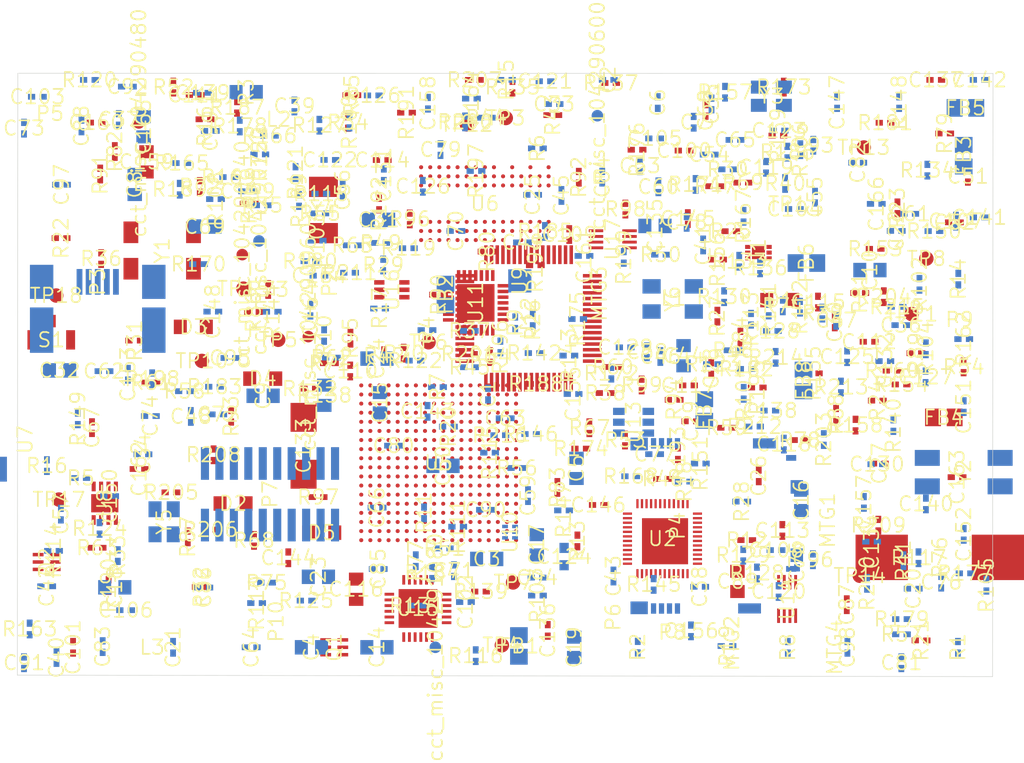
<source format=kicad_pcb>
(kicad_pcb (version 20171130) (host pcbnew "(5.1.4-0-10_14)")
  (layers (0 Top signal) (1 Route2 signal) (2 Route15 signal) (31 Bottom signal) (34 B.Paste user) (35 F.Paste user) (36 B.SilkS user) (37 F.SilkS user) (38 B.Mask user) (39 F.Mask user hide) (44 Edge.Cuts user))
  (net 0 "")
  (net 1 N21185557)
  (net 2 NINT/RXCLK/PHYAD1)
  (net 3 N21240440)
  (net 4 GPIO1_17)
  (net 5 GPIO1_16)
  (net 6 RMII1_REFCLK)
  (net 7 RMII1_RXDV)
  (net 8 RMII1_RXCLK)
  (net 9 RMII1_TXCLK)
  (net 10 RXDV)
  (net 11 RMII1_COL)
  (net 12 COL/CRS_DV/MODE2)
  (net 13 TXCLK)
  (net 14 RMII1_TXD3)
  (net 15 RMII1_TXD2)
  (net 16 RMII1_RXD2)
  (net 17 RMII1_RXD3)
  (net 18 RXD3/PHYAD2)
  (net 19 RXD2/RMIISEL)
  (net 20 VRTC_DET_OUT)
  (net 21 LDO_PGOOD)
  (net 22 GRNA)
  (net 23 REFCLKO)
  (net 24 N21069846)
  (net 25 U5_H18)
  (net 26 VDCDC2)
  (net 27 VDCDC1)
  (net 28 VDCDC3)
  (net 29 LDO4)
  (net 30 LDO3)
  (net 31 VDD_3V3EXP)
  (net 32 VDD_3V3B)
  (net 33 VDD_3V3A)
  (net 34 VDD_MPU)
  (net 35 RMII1_TXEN)
  (net 36 RMII1_TXD0)
  (net 37 RMII1_TXD1)
  (net 38 3V3EXP_FB)
  (net 39 FT_SRESETN)
  (net 40 TIMER6)
  (net 41 TIMER7)
  (net 42 PMIC_INT)
  (net 43 PWR_LEDR)
  (net 44 PWR_LED)
  (net 45 PMIC_INT_SRC)
  (net 46 PMIC_INT_PU)
  (net 47 I2C2_SCL)
  (net 48 I2C2_SDA)
  (net 49 UART1_RXD)
  (net 50 UART1_TXD)
  (net 51 EHRPWM1B)
  (net 52 EHRPWM1A)
  (net 53 PWR_BUT)
  (net 54 VRTC_DETB)
  (net 55 VBUS_DET)
  (net 56 FT_DP)
  (net 57 FT_DM)
  (net 58 FT_SRESET)
  (net 59 TDIS)
  (net 60 FT_VBUS)
  (net 61 CRFILT)
  (net 62 NON_REM2)
  (net 63 NON_REM1)
  (net 64 RSVD3)
  (net 65 PLLFILT)
  (net 66 USBDP_UP)
  (net 67 RESETN)
  (net 68 HS_IND)
  (net 69 USB0_VBUS_PWR)
  (net 70 USB0_ID)
  (net 71 HUB_BIAS)
  (net 72 FT_RESETN)
  (net 73 USBDM_DN)
  (net 74 FT_REF)
  (net 75 VDD_FTREGIN)
  (net 76 VDD_FTVPHY)
  (net 77 VDD_FTVPLL)
  (net 78 BAT)
  (net 79 FT_SRESETB)
  (net 80 VDD_1V8FT)
  (net 81 XTALIN)
  (net 82 XTALOUT)
  (net 83 USB1_OC)
  (net 84 VDD_LED)
  (net 85 USB0_VBUS)
  (net 86 SYS_5V)
  (net 87 BL_ISET1)
  (net 88 BL_ISET2)
  (net 89 BAT_TEMP)
  (net 90 BL_OUT)
  (net 91 BL_IN)
  (net 92 RMII1_RXD1)
  (net 93 RMII1_RXD0)
  (net 94 MDIO_DATA)
  (net 95 F_EESK)
  (net 96 F_ADBUS5)
  (net 97 TCK)
  (net 98 F_ADBUS6)
  (net 99 RMII1_CRS_DV)
  (net 100 GPIO1_28)
  (net 101 LEDDC)
  (net 102 LEDCA)
  (net 103 LEDBC)
  (net 104 RMII1_RXERR)
  (net 105 LEDBA)
  (net 106 LEDAC)
  (net 107 LEDCC)
  (net 108 LEDAA)
  (net 109 LEDDA)
  (net 110 VDD_MPUON)
  (net 111 GPIO1_0)
  (net 112 GPIO1_7)
  (net 113 GPIO1_4)
  (net 114 GPIO1_3)
  (net 115 TESTOUT)
  (net 116 GPIO1_6)
  (net 117 GPIO1_5)
  (net 118 GPIO1_1)
  (net 119 GPIO1_2)
  (net 120 P_WAKEUP)
  (net 121 P_MUXOUT)
  (net 122 P_MUXIN)
  (net 123 P_L3)
  (net 124 MMC0_DAT3)
  (net 125 MMC0_DAT2)
  (net 126 DDR_A13R)
  (net 127 MMC0_DAT1)
  (net 128 P_L2)
  (net 129 MMC0_DAT0)
  (net 130 P_INT_LDO)
  (net 131 MMC0_CLKO)
  (net 132 MMC0_CMD)
  (net 133 P_BYPASS)
  (net 134 P_L1)
  (net 135 DC_IN)
  (net 136 CD/EMU4)
  (net 137 UART0_RTS)
  (net 138 UART0_CTS)
  (net 139 UART2_TXD)
  (net 140 UART2_RXD)
  (net 141 USR3)
  (net 142 USR2)
  (net 143 USR1)
  (net 144 AIN7)
  (net 145 USR0)
  (net 146 TIMER4)
  (net 147 VDD_PLL)
  (net 148 VDD_PHYA)
  (net 149 SYS_VOLT)
  (net 150 USB1_VBUS)
  (net 151 USB1_DRVVBUS)
  (net 152 USB1_ID)
  (net 153 BL_SINK2)
  (net 154 USB1_DM)
  (net 155 VDD_5V)
  (net 156 USB1_DP)
  (net 157 BL_SINK1)
  (net 158 VDD_ADC)
  (net 159 GPIO3_19)
  (net 160 SPI1_CS0)
  (net 161 SPI1_D0)
  (net 162 AGND)
  (net 163 AIN6)
  (net 164 SPI1_SCLK)
  (net 165 GPIO3_21)
  (net 166 SPI1_D1)
  (net 167 BAT_SENSE)
  (net 168 GPIO0_7)
  (net 169 PHY_XTAL1)
  (net 170 RXD1/MODE1)
  (net 171 PHY_VDDCR)
  (net 172 VDD_1V8)
  (net 173 TXN)
  (net 174 DDR_RESETN)
  (net 175 RXD0/MODE0)
  (net 176 RBIAS)
  (net 177 CRS_DV/MODE2)
  (net 178 TXP)
  (net 179 TCT_RCT)
  (net 180 DDR_VTP)
  (net 181 PHYX)
  (net 182 RXN)
  (net 183 RXER/PHYAD0)
  (net 184 PHY_XTAL2)
  (net 185 RXP)
  (net 186 OSC1_OUT1)
  (net 187 TIMER5)
  (net 188 LED2)
  (net 189 PMIC_POWR_EN)
  (net 190 UART0_RX)
  (net 191 UART0_TX)
  (net 192 UART4_TXD)
  (net 193 F_ADBUS3)
  (net 194 UART4_RXD)
  (net 195 F_EEDOUT)
  (net 196 WAKEUP)
  (net 197 F_ADBUS1)
  (net 198 PMIC_PGOOD)
  (net 199 RTCK)
  (net 200 F_ADBUS7)
  (net 201 VRTC_DET)
  (net 202 F_EECS)
  (net 203 OSC0_OUT1)
  (net 204 F_ADBUS4)
  (net 205 GPIO1_31)
  (net 206 EMU_RSTN)
  (net 207 GPIO1_30)
  (net 208 EMU2R)
  (net 209 F_EEDATA)
  (net 210 GPIO1_29)
  (net 211 F_ADBUS2)
  (net 212 GPIO2_1)
  (net 213 USB0_DP)
  (net 214 USB0_DM)
  (net 215 EMU3R)
  (net 216 F_ADBUS0)
  (net 217 SD_CD)
  (net 218 MDIO_CLK)
  (net 219 EMU4R)
  (net 220 PDDR_DQM0)
  (net 221 PDDR_WEN)
  (net 222 DDR_D13)
  (net 223 PDDR_RASN)
  (net 224 DDR_D8)
  (net 225 VDD_CORE)
  (net 226 PDDR_CASN)
  (net 227 DDR_D12)
  (net 228 PDDR_CLKN)
  (net 229 DDR_D15)
  (net 230 PDDR_CLK)
  (net 231 DDR_D9)
  (net 232 DDR_D10)
  (net 233 DDR_D11)
  (net 234 DDR_D14)
  (net 235 JTAG_EMU1)
  (net 236 JTAG_EMU0)
  (net 237 DDR_D0)
  (net 238 JTAG_TCK)
  (net 239 DDR_D3)
  (net 240 JTAG_TDI)
  (net 241 DDR_D2)
  (net 242 JTAG_TMS)
  (net 243 DDR_D1)
  (net 244 DDR_D5)
  (net 245 DDR_D6)
  (net 246 DDR_D7)
  (net 247 DDR_D4)
  (net 248 VRTC)
  (net 249 SYS_WARMRESETN)
  (net 250 DDR_DQS1)
  (net 251 EHRPWM2B)
  (net 252 DDR_DQS0)
  (net 253 EHRPWM2A)
  (net 254 GPIO1_12)
  (net 255 GPIO0_26)
  (net 256 GPIO1_13)
  (net 257 GPIO1_15)
  (net 258 GPIO1_14)
  (net 259 GPIO0_27)
  (net 260 VDDS_DDR)
  (net 261 GND_OSC1)
  (net 262 I2C1_SDA)
  (net 263 I2C1_SCL)
  (net 264 I2C0_SDA)
  (net 265 I2C0_SCL)
  (net 266 DDR_BA2)
  (net 267 DDR_BA0)
  (net 268 VREFP_ADC)
  (net 269 GND_OSC0)
  (net 270 CAP_VDD_SRAM_CORE)
  (net 271 ENZ_KALDO_1P8V)
  (net 272 VDD_RTC)
  (net 273 CAP_VDD_SRAM_MPU)
  (net 274 DDR_CLK)
  (net 275 DDR_VREF)
  (net 276 GND_EARTH)
  (net 277 DDR_ODT)
  (net 278 UART3_CTSN)
  (net 279 UART5_RTSN)
  (net 280 UART4_CTSN)
  (net 281 UART5_RXD)
  (net 282 UART5_CTSN)
  (net 283 GPIO2_13)
  (net 284 UART5_TXD)
  (net 285 GPIO2_11)
  (net 286 GPIO2_10)
  (net 287 GPIO2_8)
  (net 288 GPIO2_7)
  (net 289 DGND)
  (net 290 UART3_RTSN)
  (net 291 DDR_A13)
  (net 292 DDR_A12)
  (net 293 DDR_A11)
  (net 294 DDR_A10)
  (net 295 GPIO2_9)
  (net 296 DDR_A9)
  (net 297 DDR_A8)
  (net 298 GPIO_12)
  (net 299 DDR_A7)
  (net 300 DDR_A6)
  (net 301 DDR_A5)
  (net 302 GPIO2_6)
  (net 303 DDR_A4)
  (net 304 UART4_RTSN)
  (net 305 DDR_A3)
  (net 306 DDR_A2)
  (net 307 DDR_A1)
  (net 308 DDR_DQM0)
  (net 309 GPIO2_25)
  (net 310 DDR_A0)
  (net 311 GPIO2_23)
  (net 312 GPIO2_22)
  (net 313 GPIO2_24)
  (net 314 USB_DC)
  (net 315 DDR_DQM1)
  (net 316 GNDA_ADC)
  (net 317 AIN5)
  (net 318 RTC_PORZ)
  (net 319 AIN4)
  (net 320 AIN3)
  (net 321 XDMA_EVENT_INTR0)
  (net 322 AIN2)
  (net 323 CLKOUT2)
  (net 324 AIN1)
  (net 325 XTIN)
  (net 326 PDDR_ODT)
  (net 327 AIN0)
  (net 328 XTOUT)
  (net 329 OSC1_OUT)
  (net 330 OSC1_IN)
  (net 331 CAP_VBB_MPU)
  (net 332 OSC0_OUT)
  (net 333 OSC0_IN)
  (net 334 PDDR_A13)
  (net 335 PDDR_A12)
  (net 336 PDDR_A11)
  (net 337 PDDR_A10)
  (net 338 PDDR_A9)
  (net 339 PDDR_A8)
  (net 340 PDDR_A7)
  (net 341 PDDR_A6)
  (net 342 PDDR_A5)
  (net 343 PDDR_A4)
  (net 344 PDDR_A3)
  (net 345 DDR_BA1)
  (net 346 PDDR_A2)
  (net 347 PDDR_A1)
  (net 348 PDDR_A0)
  (net 349 PDDR_BA2)
  (net 350 PDDR_BA1)
  (net 351 DDR_DQSN1)
  (net 352 PDDR_BA0)
  (net 353 PDDR_D15)
  (net 354 DDR_DQSN0)
  (net 355 PDDR_D14)
  (net 356 PDDR_D13)
  (net 357 PDDR_D12)
  (net 358 DDR_WEN)
  (net 359 PDDR_D11)
  (net 360 PDDR_D10)
  (net 361 PDDR_D9)
  (net 362 DDR_CASN)
  (net 363 PDDR_D8)
  (net 364 SYS_RESETN)
  (net 365 PDDR_D7)
  (net 366 PDDR_D6)
  (net 367 DDR_RASN)
  (net 368 JTAG_TRSTN)
  (net 369 PDDR_D5)
  (net 370 PDDR_D4)
  (net 371 PDDR_D3)
  (net 372 DDR_CSN)
  (net 373 PDDR_D2)
  (net 374 PDDR_D1)
  (net 375 PDDR_D0)
  (net 376 DDR_CLKN)
  (net 377 PDDR_CKE)
  (net 378 PDDR_CSN)
  (net 379 DDR_CKE)
  (net 380 PDDR_DQSN0)
  (net 381 PDDR_DQSN1)
  (net 382 PDDR_DQS1)
  (net 383 PDDR_DQM1)
  (net 384 JTAG_TDO)
  (net 385 PDDR_DQS0)
  (net 386 N21242283)
  (module U7 (layer Bottom) (at 101.274600 132.932799 180.000000)
    (fp_text reference U7 (at 0 0 90) (layer F.SilkS) (effects (font (size 1.27 1.27))))
    (fp_text value "" (at 0 0 90) (layer F.SilkS) (effects (font (size 1.27 1.27))))
    (pad 1 smd rect (at 1.905 -2.6035) (size 0.6096 2.1844) (layers Bottom) (net 289 DGND))
  )
  (module U15 (layer Top) (at 135.786758 147.772927)
    (fp_text reference U15 (at 0 0) (layer F.SilkS) (effects (font (size 1.27 1.27))))
    (fp_text value "" (at 0 0) (layer F.SilkS) (effects (font (size 1.27 1.27))))
    (pad 2 smd rect (at -1.25095 -2.5146) (size 0.254 0.8382) (layers Top) (net 188 LED2))
    (pad 3 smd rect (at -0.75057 -2.5146) (size 0.254 0.8382) (layers Top) (net 22 GRNA))
    (pad 4 smd rect (at -0.25019 -2.5146) (size 0.254 0.8382) (layers Top) (net 184 PHY_XTAL2))
    (pad 5 smd rect (at 0.25019 -2.5146) (size 0.254 0.8382) (layers Top) (net 24 N21069846))
    (pad 6 smd rect (at 0.75057 -2.5146) (size 0.254 0.8382) (layers Top) (net 171 PHY_VDDCR))
    (pad 7 smd rect (at 1.25095 -2.5146) (size 0.254 0.8382) (layers Top) (net 23 REFCLKO))
    (pad 10 smd rect (at 2.5146 -1.25095 90.0) (size 0.254 0.8382) (layers Top) (net 170 RXD1/MODE1))
    (pad 11 smd rect (at 2.5146 -0.75057 90.0) (size 0.254 0.8382) (layers Top) (net 175 RXD0/MODE0))
    (pad 12 smd rect (at 2.5146 -0.25019 90.0) (size 0.254 0.8382) (layers Top) (net 32 VDD_3V3B))
    (pad 13 smd rect (at 2.5146 0.25019 90.0) (size 0.254 0.8382) (layers Top) (net 183 RXER/PHYAD0))
    (pad 14 smd rect (at 2.5146 0.75057 90.0) (size 0.254 0.8382) (layers Top) (net 177 CRS_DV/MODE2))
    (pad 15 smd rect (at 2.5146 1.25095 90.0) (size 0.254 0.8382) (layers Top) (net 12 COL/CRS_DV/MODE2))
    (pad 18 smd rect (at 1.25095 2.5146) (size 0.254 0.8382) (layers Top))
    (pad 19 smd rect (at 0.75057 2.5146) (size 0.254 0.8382) (layers Top) (net 364 SYS_RESETN))
    (pad 20 smd rect (at 0.25019 2.5146) (size 0.254 0.8382) (layers Top) (net 13 TXCLK))
    (pad 21 smd rect (at -0.25019 2.5146) (size 0.254 0.8382) (layers Top) (net 35 RMII1_TXEN))
    (pad 22 smd rect (at -0.75057 2.5146) (size 0.254 0.8382) (layers Top) (net 36 RMII1_TXD0))
    (pad 23 smd rect (at -1.25095 2.5146) (size 0.254 0.8382) (layers Top) (net 37 RMII1_TXD1))
    (pad 26 smd rect (at -2.5146 1.25095 270.0) (size 0.254 0.8382) (layers Top) (net 10 RXDV))
    (pad 27 smd rect (at -2.5146 0.75057 270.0) (size 0.254 0.8382) (layers Top) (net 148 VDD_PHYA))
    (pad 28 smd rect (at -2.5146 0.25019 270.0) (size 0.254 0.8382) (layers Top) (net 173 TXN))
    (pad 29 smd rect (at -2.5146 -0.25019 270.0) (size 0.254 0.8382) (layers Top) (net 178 TXP))
    (pad 30 smd rect (at -2.5146 -0.75057 270.0) (size 0.254 0.8382) (layers Top) (net 182 RXN))
    (pad 31 smd rect (at -2.5146 -1.25095 270.0) (size 0.254 0.8382) (layers Top) (net 185 RXP))
    (pad 33 smd rect (at 0 0 90.0) (size 3.4036 3.4036) (layers Top) (net 289 DGND))
  )
  (module U8 (layer Top) (at 108.270229 138.527723 180.000000)
    (fp_text reference U8 (at 0 0 90) (layer F.SilkS) (effects (font (size 1.27 1.27))))
    (fp_text value "" (at 0 0 90) (layer F.SilkS) (effects (font (size 1.27 1.27))))
    (pad 8 smd rect (at -0.97536 1.4732) (size 0.3556 0.8509) (layers Top) (net 149 SYS_VOLT))
    (pad 7 smd rect (at -0.32512 1.4732) (size 0.3556 0.8509) (layers Top))
    (pad 6 smd rect (at 0.32512 1.4732) (size 0.3556 0.8509) (layers Top))
    (pad 3 smd rect (at 0.32512 -1.4732) (size 0.3556 0.8509) (layers Top) (net 38 3V3EXP_FB))
    (pad 2 smd rect (at -0.32512 -1.4732) (size 0.3556 0.8509) (layers Top))
    (pad 1 smd rect (at -0.97536 -1.4732) (size 0.3556 0.8509) (layers Top) (net 31 VDD_3V3EXP))
    (pad 4 smd rect (at 0.97536 -1.4732) (size 0.3556 0.8509) (layers Top) (net 289 DGND))
    (pad 5 smd rect (at 0.97536 1.4732) (size 0.3556 0.8509) (layers Top) (net 33 VDD_3V3A))
    (pad 9 smd rect (at 0 0) (size 2.3876 1.6002) (layers Top) (net 289 DGND))
  )
  (module U2 (layer Top) (at 157.268386 141.641145 90.000000)
    (fp_text reference U2 (at 0 0) (layer F.SilkS) (effects (font (size 1.27 1.27))))
    (fp_text value "" (at 0 0) (layer F.SilkS) (effects (font (size 1.27 1.27))))
    (pad 49 smd rect (at -0.225044 0.225044 180.0) (size 4.05003 4.05003) (layers Top) (net 289 DGND))
    (pad 48 smd rect (at -2.199894 3.074924 90.0) (size 0.199898 0.8001) (layers Top) (net 130 P_INT_LDO))
    (pad 47 smd rect (at -1.800098 3.074924 90.0) (size 0.199898 0.8001) (layers Top) (net 133 P_BYPASS))
    (pad 46 smd rect (at -1.400048 3.074924 90.0) (size 0.199898 0.8001) (layers Top) (net 21 LDO_PGOOD))
    (pad 45 smd rect (at -0.999998 3.074924 90.0) (size 0.199898 0.8001) (layers Top) (net 45 PMIC_INT_SRC))
    (pad 44 smd rect (at -0.599948 3.074924 90.0) (size 0.199898 0.8001) (layers Top))
    (pad 43 smd rect (at -0.199898 3.074924 90.0) (size 0.199898 0.8001) (layers Top) (net 29 LDO4))
    (pad 42 smd rect (at 0.199898 3.074924 90.0) (size 0.199898 0.8001) (layers Top) (net 149 SYS_VOLT))
    (pad 41 smd rect (at 0.599948 3.074924 90.0) (size 0.199898 0.8001) (layers Top) (net 162 AGND))
    (pad 40 smd rect (at 0.999998 3.074924 90.0) (size 0.199898 0.8001) (layers Top) (net 30 LDO3))
    (pad 39 smd rect (at 1.400048 3.074924 90.0) (size 0.199898 0.8001) (layers Top) (net 149 SYS_VOLT))
    (pad 38 smd rect (at 1.800098 3.074924 90.0) (size 0.199898 0.8001) (layers Top) (net 90 BL_OUT))
    (pad 37 smd rect (at 2.199894 3.074924 90.0) (size 0.199898 0.8001) (layers Top) (net 91 BL_IN))
    (pad 36 smd rect (at 3.074924 2.199894) (size 0.199898 0.8001) (layers Top) (net 88 BL_ISET2))
    (pad 35 smd rect (at 3.074924 1.800098) (size 0.199898 0.8001) (layers Top) (net 87 BL_ISET1))
    (pad 34 smd rect (at 3.074924 1.400048) (size 0.199898 0.8001) (layers Top) (net 157 BL_SINK1))
    (pad 33 smd rect (at 3.074924 0.999998) (size 0.199898 0.8001) (layers Top) (net 153 BL_SINK2))
    (pad 32 smd rect (at 3.074924 0.599948) (size 0.199898 0.8001) (layers Top) (net 149 SYS_VOLT))
    (pad 31 smd rect (at 3.074924 0.199898) (size 0.199898 0.8001) (layers Top) (net 123 P_L3))
    (pad 30 smd rect (at 3.074924 -0.199898) (size 0.199898 0.8001) (layers Top) (net 289 DGND))
    (pad 29 smd rect (at 3.074924 -0.599948) (size 0.199898 0.8001) (layers Top) (net 28 VDCDC3))
    (pad 28 smd rect (at 3.074924 -0.999998) (size 0.199898 0.8001) (layers Top) (net 265 I2C0_SCL))
    (pad 27 smd rect (at 3.074924 -1.400048) (size 0.199898 0.8001) (layers Top) (net 264 I2C0_SDA))
    (pad 26 smd rect (at 3.074924 -1.800098) (size 0.199898 0.8001) (layers Top) (net 198 PMIC_PGOOD))
    (pad 25 smd rect (at 3.074924 -2.199894) (size 0.199898 0.8001) (layers Top) (net 53 PWR_BUT))
    (pad 24 smd rect (at 2.199894 -3.074924 270.0) (size 0.199898 0.8001) (layers Top) (net 26 VDCDC2))
    (pad 23 smd rect (at 1.800098 -3.074924 270.0) (size 0.199898 0.8001) (layers Top) (net 128 P_L2))
    (pad 22 smd rect (at 1.400048 -3.074924 270.0) (size 0.199898 0.8001) (layers Top) (net 149 SYS_VOLT))
    (pad 21 smd rect (at 0.999998 -3.074924 270.0) (size 0.199898 0.8001) (layers Top) (net 149 SYS_VOLT))
    (pad 20 smd rect (at 0.599948 -3.074924 270.0) (size 0.199898 0.8001) (layers Top) (net 134 P_L1))
    (pad 19 smd rect (at 0.199898 -3.074924 270.0) (size 0.199898 0.8001) (layers Top) (net 27 VDCDC1))
    (pad 18 smd rect (at -0.199898 -3.074924 270.0) (size 0.199898 0.8001) (layers Top) (net 33 VDD_3V3A))
    (pad 17 smd rect (at -0.599948 -3.074924 270.0) (size 0.199898 0.8001) (layers Top))
    (pad 16 smd rect (at -0.999998 -3.074924 270.0) (size 0.199898 0.8001) (layers Top) (net 121 P_MUXOUT))
    (pad 15 smd rect (at -1.400048 -3.074924 270.0) (size 0.199898 0.8001) (layers Top))
    (pad 14 smd rect (at -1.800098 -3.074924 270.0) (size 0.199898 0.8001) (layers Top) (net 122 P_MUXIN))
    (pad 13 smd rect (at -2.199894 -3.074924 270.0) (size 0.199898 0.8001) (layers Top) (net 120 P_WAKEUP))
    (pad 12 smd rect (at -3.074924 -2.199894 180.0) (size 0.199898 0.8001) (layers Top) (net 314 USB_DC))
    (pad 11 smd rect (at -3.074924 -1.800098 180.0) (size 0.199898 0.8001) (layers Top) (net 89 BAT_TEMP))
    (pad 10 smd rect (at -3.074924 -1.400048 180.0) (size 0.199898 0.8001) (layers Top) (net 135 DC_IN))
    (pad 9 smd rect (at -3.074924 -0.999998 180.0) (size 0.199898 0.8001) (layers Top) (net 189 PMIC_POWR_EN))
    (pad 8 smd rect (at -3.074924 -0.599948 180.0) (size 0.199898 0.8001) (layers Top) (net 86 SYS_5V))
    (pad 7 smd rect (at -3.074924 -0.199898 180.0) (size 0.199898 0.8001) (layers Top) (net 86 SYS_5V))
    (pad 6 smd rect (at -3.074924 0.199898 180.0) (size 0.199898 0.8001) (layers Top) (net 167 BAT_SENSE))
    (pad 5 smd rect (at -3.074924 0.599948 180.0) (size 0.199898 0.8001) (layers Top) (net 78 BAT))
    (pad 4 smd rect (at -3.074924 0.999998 180.0) (size 0.199898 0.8001) (layers Top) (net 78 BAT))
    (pad 3 smd rect (at -3.074924 1.400048 180.0) (size 0.199898 0.8001) (layers Top) (net 248 VRTC))
    (pad 2 smd rect (at -3.074924 1.800098 180.0) (size 0.199898 0.8001) (layers Top) (net 149 SYS_VOLT))
    (pad 1 smd rect (at -3.074924 2.199894 180.0) (size 0.199898 0.8001) (layers Top) (net 44 PWR_LED))
  )
  (module D1 (layer Top) (at 167.571932 120.682453)
    (fp_text reference D1 (at 0 0) (layer F.SilkS) (effects (font (size 1.27 1.27))))
    (fp_text value "" (at 0 0) (layer F.SilkS) (effects (font (size 1.27 1.27))))
    (pad 2 smd rect (at 1.143 0) (size 1.143 1.27) (layers Top) (net 43 PWR_LEDR))
    (pad 1 smd rect (at -1.143 0) (size 1.143 1.27) (layers Top) (net 289 DGND))
  )
  (module D2 (layer Top) (at 119.542141 138.551101)
    (fp_text reference D2 (at 0 0) (layer F.SilkS) (effects (font (size 1.27 1.27))))
    (fp_text value "" (at 0 0) (layer F.SilkS) (effects (font (size 1.27 1.27))))
    (pad 2 smd rect (at 1.143 0) (size 1.143 1.27) (layers Top) (net 108 LEDAA))
    (pad 1 smd rect (at -1.143 0) (size 1.143 1.27) (layers Top) (net 106 LEDAC))
  )
  (module D3 (layer Top) (at 116.050824 123.032569)
    (fp_text reference D3 (at 0 0) (layer F.SilkS) (effects (font (size 1.27 1.27))))
    (fp_text value "" (at 0 0) (layer F.SilkS) (effects (font (size 1.27 1.27))))
    (pad 2 smd rect (at 1.143 0) (size 1.143 1.27) (layers Top) (net 105 LEDBA))
    (pad 1 smd rect (at -1.143 0) (size 1.143 1.27) (layers Top) (net 103 LEDBC))
  )
  (module D4 (layer Top) (at 122.147124 127.581615)
    (fp_text reference D4 (at 0 0) (layer F.SilkS) (effects (font (size 1.27 1.27))))
    (fp_text value "" (at 0 0) (layer F.SilkS) (effects (font (size 1.27 1.27))))
    (pad 2 smd rect (at 1.143 0) (size 1.143 1.27) (layers Top) (net 102 LEDCA))
    (pad 1 smd rect (at -1.143 0) (size 1.143 1.27) (layers Top) (net 107 LEDCC))
  )
  (module D5 (layer Top) (at 127.332410 141.113540)
    (fp_text reference D5 (at 0 0) (layer F.SilkS) (effects (font (size 1.27 1.27))))
    (fp_text value "" (at 0 0) (layer F.SilkS) (effects (font (size 1.27 1.27))))
    (pad 2 smd rect (at 1.143 0) (size 1.143 1.27) (layers Top) (net 109 LEDDA))
    (pad 1 smd rect (at -1.143 0) (size 1.143 1.27) (layers Top) (net 101 LEDDC))
  )
  (module Y6 (layer Bottom) (at 158.166806 120.579142)
    (fp_text reference Y6 (at 0 0 90) (layer F.SilkS) (effects (font (size 1.27 1.27))))
    (fp_text value "" (at 0 0 90) (layer F.SilkS) (effects (font (size 1.27 1.27))))
    (pad 1 smd rect (at 1.8542 -1.1049 180.0) (size 1.6002 1.27) (layers Bottom) (net 328 XTOUT))
    (pad 2 smd rect (at -1.8542 -1.1049 180.0) (size 1.6002 1.27) (layers Bottom))
    (pad 3 smd rect (at -1.8542 1.1049 180.0) (size 1.6002 1.27) (layers Bottom) (net 325 XTIN))
    (pad 4 smd rect (at 1.8542 1.1049 180.0) (size 1.6002 1.27) (layers Bottom))
  )
  (module P8 (layer Top) (at 158.128748 149.869039)
    (fp_text reference P8 (at 0 0) (layer F.SilkS) (effects (font (size 1.27 1.27))))
    (fp_text value "" (at 0 0) (layer F.SilkS) (effects (font (size 1.27 1.27))))
  )
  (module P9 (layer Top) (at 183.356289 122.392943 270.000000)
    (fp_text reference P9 (at 0 0) (layer F.SilkS) (effects (font (size 1.27 1.27))))
    (fp_text value "" (at 0 0) (layer F.SilkS) (effects (font (size 1.27 1.27))))
  )
  (module MTG4 (layer Top) (at 172.394680 151.185000 90.000000)
    (fp_text reference MTG4 (at 0 0 270) (layer F.SilkS) (effects (font (size 1.27 1.27))))
    (fp_text value "" (at 0 0 270) (layer F.SilkS) (effects (font (size 1.27 1.27))))
  )
  (module MTG3 (layer Top) (at 151.724518 120.115696 90.000000)
    (fp_text reference MTG3 (at 0 0 270) (layer F.SilkS) (effects (font (size 1.27 1.27))))
    (fp_text value "" (at 0 0 270) (layer F.SilkS) (effects (font (size 1.27 1.27))))
  )
  (module MTG2 (layer Top) (at 163.363315 150.822438 270.000000)
    (fp_text reference MTG2 (at 0 0 270) (layer F.SilkS) (effects (font (size 1.27 1.27))))
    (fp_text value "" (at 0 0 270) (layer F.SilkS) (effects (font (size 1.27 1.27))))
  )
  (module MTG1 (layer Top) (at 171.775941 140.035157 180.000000)
    (fp_text reference MTG1 (at 0 0 270) (layer F.SilkS) (effects (font (size 1.27 1.27))))
    (fp_text value "" (at 0 0 270) (layer F.SilkS) (effects (font (size 1.27 1.27))))
  )
  (module U6 (layer Top) (at 141.664110 112.207877 270.000000)
    (fp_text reference U6 (at 0 0) (layer F.SilkS) (effects (font (size 1.27 1.27))))
    (fp_text value "" (at 0 0) (layer F.SilkS) (effects (font (size 1.27 1.27))))
    (pad L8 smd circle (at 2.400046 -2.400046 270.0) (size 0.3556 0.3556) (layers Top) (net 372 DDR_CSN))
    (pad L7 smd circle (at 1.599946 -2.400046 270.0) (size 0.3556 0.3556) (layers Top) (net 362 DDR_CASN))
    (pad L3 smd circle (at -1.599946 -2.400046 270.0) (size 0.3556 0.3556) (layers Top) (net 345 DDR_BA1))
    (pad L2 smd circle (at -2.400046 -2.400046 270.0) (size 0.3556 0.3556) (layers Top) (net 267 DDR_BA0))
    (pad L1 smd circle (at -3.199892 -2.400046 270.0) (size 0.3556 0.3556) (layers Top) (net 266 DDR_BA2))
    (pad K9 smd circle (at 3.199892 -1.599946 270.0) (size 0.3556 0.3556) (layers Top) (net 277 DDR_ODT))
    (pad K8 smd circle (at 2.400046 -1.599946 270.0) (size 0.3556 0.3556) (layers Top) (net 376 DDR_CLKN))
    (pad K7 smd circle (at 1.599946 -1.599946 270.0) (size 0.3556 0.3556) (layers Top) (net 367 DDR_RASN))
    (pad K3 smd circle (at -1.599946 -1.599946 270.0) (size 0.3556 0.3556) (layers Top) (net 358 DDR_WEN))
    (pad K2 smd circle (at -2.400046 -1.599946 270.0) (size 0.3556 0.3556) (layers Top) (net 379 DDR_CKE))
    (pad J8 smd circle (at 2.400046 -0.8001 270.0) (size 0.3556 0.3556) (layers Top) (net 274 DDR_CLK))
    (pad J7 smd circle (at 1.599946 -0.8001 270.0) (size 0.3556 0.3556) (layers Top) (net 289 DGND))
    (pad J3 smd circle (at -1.599946 -0.8001 270.0) (size 0.3556 0.3556) (layers Top) (net 289 DGND))
    (pad J2 smd circle (at -2.400046 -0.8001 270.0) (size 0.3556 0.3556) (layers Top) (net 275 DDR_VREF))
    (pad J1 smd circle (at -3.199892 -0.8001 270.0) (size 0.3556 0.3556) (layers Top) (net 260 VDDS_DDR))
    (pad H9 smd circle (at 3.199892 0 270.0) (size 0.3556 0.3556) (layers Top) (net 244 DDR_D5))
    (pad H8 smd circle (at 2.400046 0 270.0) (size 0.3556 0.3556) (layers Top) (net 289 DGND))
    (pad H7 smd circle (at 1.599946 0 270.0) (size 0.3556 0.3556) (layers Top) (net 241 DDR_D2))
    (pad H3 smd circle (at -1.599946 0 270.0) (size 0.3556 0.3556) (layers Top) (net 239 DDR_D3))
    (pad H2 smd circle (at -2.400046 0 270.0) (size 0.3556 0.3556) (layers Top) (net 289 DGND))
    (pad G8 smd circle (at 2.400046 0.8001 270.0) (size 0.3556 0.3556) (layers Top) (net 237 DDR_D0))
    (pad G7 smd circle (at 1.599946 0.8001 270.0) (size 0.3556 0.3556) (layers Top) (net 260 VDDS_DDR))
    (pad G3 smd circle (at -1.599946 0.8001 270.0) (size 0.3556 0.3556) (layers Top) (net 260 VDDS_DDR))
    (pad G2 smd circle (at -2.400046 0.8001 270.0) (size 0.3556 0.3556) (layers Top) (net 243 DDR_D1))
    (pad G1 smd circle (at -3.199892 0.8001 270.0) (size 0.3556 0.3556) (layers Top) (net 260 VDDS_DDR))
    (pad F9 smd circle (at 3.199892 1.599946 270.0) (size 0.3556 0.3556) (layers Top) (net 246 DDR_D7))
    (pad F8 smd circle (at 2.400046 1.599946 270.0) (size 0.3556 0.3556) (layers Top) (net 289 DGND))
    (pad F7 smd circle (at 1.599946 1.599946 270.0) (size 0.3556 0.3556) (layers Top) (net 252 DDR_DQS0))
    (pad F3 smd circle (at -1.599946 1.599946 270.0) (size 0.3556 0.3556) (layers Top) (net 308 DDR_DQM0))
    (pad F2 smd circle (at -2.400046 1.599946 270.0) (size 0.3556 0.3556) (layers Top) (net 289 DGND))
    (pad E9 smd circle (at 3.199892 2.400046 270.0) (size 0.3556 0.3556) (layers Top) (net 260 VDDS_DDR))
    (pad E8 smd circle (at 2.400046 2.400046 270.0) (size 0.3556 0.3556) (layers Top) (net 354 DDR_DQSN0))
    (pad E7 smd circle (at 1.599946 2.400046 270.0) (size 0.3556 0.3556) (layers Top) (net 289 DGND))
    (pad E3 smd circle (at -1.599946 2.400046 270.0) (size 0.3556 0.3556) (layers Top) (net 289 DGND))
    (pad E2 smd circle (at -2.400046 2.400046 270.0) (size 0.3556 0.3556) (layers Top))
    (pad E1 smd circle (at -3.199892 2.400046 270.0) (size 0.3556 0.3556) (layers Top) (net 260 VDDS_DDR))
    (pad D9 smd circle (at 3.199892 3.199892 270.0) (size 0.3556 0.3556) (layers Top) (net 222 DDR_D13))
    (pad D8 smd circle (at 2.400046 3.199892 270.0) (size 0.3556 0.3556) (layers Top) (net 289 DGND))
    (pad D7 smd circle (at 1.599946 3.199892 270.0) (size 0.3556 0.3556) (layers Top) (net 232 DDR_D10))
    (pad D3 smd circle (at -1.599946 3.199892 270.0) (size 0.3556 0.3556) (layers Top) (net 233 DDR_D11))
    (pad D2 smd circle (at -2.400046 3.199892 270.0) (size 0.3556 0.3556) (layers Top) (net 289 DGND))
    (pad D1 smd circle (at -3.199892 3.199892 270.0) (size 0.3556 0.3556) (layers Top) (net 227 DDR_D12))
    (pad C9 smd circle (at 3.199892 3.999992 270.0) (size 0.3556 0.3556) (layers Top) (net 260 VDDS_DDR))
    (pad C8 smd circle (at 2.400046 3.999992 270.0) (size 0.3556 0.3556) (layers Top) (net 224 DDR_D8))
    (pad C7 smd circle (at 1.599946 3.999992 270.0) (size 0.3556 0.3556) (layers Top) (net 260 VDDS_DDR))
    (pad C3 smd circle (at -1.599946 3.999992 270.0) (size 0.3556 0.3556) (layers Top) (net 260 VDDS_DDR))
    (pad C2 smd circle (at -2.400046 3.999992 270.0) (size 0.3556 0.3556) (layers Top) (net 231 DDR_D9))
    (pad C1 smd circle (at -3.199892 3.999992 270.0) (size 0.3556 0.3556) (layers Top) (net 260 VDDS_DDR))
    (pad B9 smd circle (at 3.199892 4.800092 270.0) (size 0.3556 0.3556) (layers Top) (net 229 DDR_D15))
    (pad B8 smd circle (at 2.400046 4.800092 270.0) (size 0.3556 0.3556) (layers Top) (net 289 DGND))
    (pad B7 smd circle (at 1.599946 4.800092 270.0) (size 0.3556 0.3556) (layers Top) (net 250 DDR_DQS1))
    (pad B3 smd circle (at -1.599946 4.800092 270.0) (size 0.3556 0.3556) (layers Top) (net 315 DDR_DQM1))
    (pad B2 smd circle (at -2.400046 4.800092 270.0) (size 0.3556 0.3556) (layers Top) (net 289 DGND))
    (pad B1 smd circle (at -3.199892 4.800092 270.0) (size 0.3556 0.3556) (layers Top) (net 234 DDR_D14))
    (pad A9 smd circle (at 3.199892 5.599938 270.0) (size 0.3556 0.3556) (layers Top) (net 260 VDDS_DDR))
    (pad A8 smd circle (at 2.400046 5.599938 270.0) (size 0.3556 0.3556) (layers Top) (net 351 DDR_DQSN1))
    (pad A7 smd circle (at 1.599946 5.599938 270.0) (size 0.3556 0.3556) (layers Top) (net 289 DGND))
    (pad A3 smd circle (at -1.599946 5.599938 270.0) (size 0.3556 0.3556) (layers Top) (net 289 DGND))
    (pad A2 smd circle (at -2.400046 5.599938 270.0) (size 0.3556 0.3556) (layers Top))
    (pad A1 smd circle (at -3.199892 5.599938 270.0) (size 0.3556 0.3556) (layers Top) (net 260 VDDS_DDR))
    (pad F1 smd circle (at -3.199892 1.599946 270.0) (size 0.3556 0.3556) (layers Top) (net 245 DDR_D6))
    (pad G9 smd circle (at 3.199892 0.8001 270.0) (size 0.3556 0.3556) (layers Top) (net 260 VDDS_DDR))
    (pad J9 smd circle (at 3.199892 -0.8001 270.0) (size 0.3556 0.3556) (layers Top) (net 260 VDDS_DDR))
    (pad H1 smd circle (at -3.199892 0 270.0) (size 0.3556 0.3556) (layers Top) (net 247 DDR_D4))
    (pad M3 smd circle (at -1.599946 -3.199892 270.0) (size 0.3556 0.3556) (layers Top) (net 307 DDR_A1))
    (pad M2 smd circle (at -2.400046 -3.199892 270.0) (size 0.3556 0.3556) (layers Top) (net 294 DDR_A10))
    (pad M8 smd circle (at 2.400046 -3.199892 270.0) (size 0.3556 0.3556) (layers Top) (net 310 DDR_A0))
    (pad M7 smd circle (at 1.599946 -3.199892 270.0) (size 0.3556 0.3556) (layers Top) (net 306 DDR_A2))
    (pad M9 smd circle (at 3.199892 -3.199892 270.0) (size 0.3556 0.3556) (layers Top) (net 260 VDDS_DDR))
    (pad N1 smd circle (at -3.199892 -3.999992 270.0) (size 0.3556 0.3556) (layers Top) (net 289 DGND))
    (pad N3 smd circle (at -1.599946 -3.999992 270.0) (size 0.3556 0.3556) (layers Top) (net 301 DDR_A5))
    (pad N2 smd circle (at -2.400046 -3.999992 270.0) (size 0.3556 0.3556) (layers Top) (net 305 DDR_A3))
    (pad N8 smd circle (at 2.400046 -3.999992 270.0) (size 0.3556 0.3556) (layers Top) (net 303 DDR_A4))
    (pad N7 smd circle (at 1.599946 -3.999992 270.0) (size 0.3556 0.3556) (layers Top) (net 300 DDR_A6))
    (pad P3 smd circle (at -1.599946 -4.800092 270.0) (size 0.3556 0.3556) (layers Top) (net 296 DDR_A9))
    (pad P2 smd circle (at -2.400046 -4.800092 270.0) (size 0.3556 0.3556) (layers Top) (net 299 DDR_A7))
    (pad P8 smd circle (at 2.400046 -4.800092 270.0) (size 0.3556 0.3556) (layers Top) (net 297 DDR_A8))
    (pad P7 smd circle (at 1.599946 -4.800092 270.0) (size 0.3556 0.3556) (layers Top) (net 293 DDR_A11))
    (pad P9 smd circle (at 3.199892 -4.800092 270.0) (size 0.3556 0.3556) (layers Top) (net 289 DGND))
    (pad R1 smd circle (at -3.199892 -5.599938 270.0) (size 0.3556 0.3556) (layers Top) (net 260 VDDS_DDR))
    (pad R3 smd circle (at -1.599946 -5.599938 270.0) (size 0.3556 0.3556) (layers Top))
    (pad R2 smd circle (at -2.400046 -5.599938 270.0) (size 0.3556 0.3556) (layers Top) (net 292 DDR_A12))
    (pad R8 smd circle (at 2.400046 -5.599938 270.0) (size 0.3556 0.3556) (layers Top) (net 126 DDR_A13R))
    (pad R7 smd circle (at 1.599946 -5.599938 270.0) (size 0.3556 0.3556) (layers Top))
  )
  (module cct_misc_104290480 (layer Top) (at 111.261007 105.116905 270.000000)
    (fp_text reference cct_misc_104290480 (at 0 0 90) (layer F.SilkS) (effects (font (size 1.27 1.27))))
    (fp_text value "" (at 0 0 90) (layer F.SilkS) (effects (font (size 1.27 1.27))))
    (pad 1 smd circle (at 0 0 90.0) (size 1.016 1.016) (layers Top))
  )
  (module cct_misc_104290600 (layer Bottom) (at 151.550360 104.481574)
    (fp_text reference cct_misc_104290600 (at 0 0 270) (layer F.SilkS) (effects (font (size 1.27 1.27))))
    (fp_text value "" (at 0 0 270) (layer F.SilkS) (effects (font (size 1.27 1.27))))
    (pad 1 smd circle (at 0 0 180.0) (size 1.016 1.016) (layers Bottom))
  )
  (module cct_misc_104290720 (layer Bottom) (at 121.821083 115.485651 90.000000)
    (fp_text reference cct_misc_104290720 (at 0 0 270) (layer F.SilkS) (effects (font (size 1.27 1.27))))
    (fp_text value "" (at 0 0 270) (layer F.SilkS) (effects (font (size 1.27 1.27))))
    (pad 1 smd circle (at 0 0 270.0) (size 1.016 1.016) (layers Bottom))
  )
  (module cct_misc_104290840 (layer Top) (at 120.351010 116.686169 90.000000)
    (fp_text reference cct_misc_104290840 (at 0 0 90) (layer F.SilkS) (effects (font (size 1.27 1.27))))
    (fp_text value "" (at 0 0 90) (layer F.SilkS) (effects (font (size 1.27 1.27))))
    (pad 1 smd circle (at 0 0 270.0) (size 1.016 1.016) (layers Top))
  )
  (module cct_misc_104290960 (layer Top) (at 126.155917 123.889765 270.000000)
    (fp_text reference cct_misc_104290960 (at 0 0 90) (layer F.SilkS) (effects (font (size 1.27 1.27))))
    (fp_text value "" (at 0 0 90) (layer F.SilkS) (effects (font (size 1.27 1.27))))
    (pad 1 smd circle (at 0 0 90.0) (size 1.016 1.016) (layers Top))
  )
  (module cct_misc_104291080 (layer Bottom) (at 137.315058 151.185000 90.000000)
    (fp_text reference cct_misc_104291080 (at 0 0 270) (layer F.SilkS) (effects (font (size 1.27 1.27))))
    (fp_text value "" (at 0 0 270) (layer F.SilkS) (effects (font (size 1.27 1.27))))
    (pad 1 smd circle (at 0 0 270.0) (size 1.016 1.016) (layers Bottom))
  )
  (module TP18 (layer Top) (at 104.001708 120.278690 180.000000)
    (fp_text reference TP18 (at 0 0) (layer F.SilkS) (effects (font (size 1.27 1.27))))
    (fp_text value "" (at 0 0) (layer F.SilkS) (effects (font (size 1.27 1.27))))
    (pad 1 smd circle (at 0 0 180.0) (size 1.27 1.27) (layers Top) (net 260 VDDS_DDR))
  )
  (module TP17 (layer Top) (at 104.240286 138.203865 90.000000)
    (fp_text reference TP17 (at 0 0) (layer F.SilkS) (effects (font (size 1.27 1.27))))
    (fp_text value "" (at 0 0) (layer F.SilkS) (effects (font (size 1.27 1.27))))
    (pad 1 smd circle (at 0 0 90.0) (size 1.27 1.27) (layers Top) (net 225 VDD_CORE))
  )
  (module TP15 (layer Top) (at 120.447186 119.672467 180.000000)
    (fp_text reference TP15 (at 0 0) (layer F.SilkS) (effects (font (size 1.27 1.27))))
    (fp_text value "" (at 0 0) (layer F.SilkS) (effects (font (size 1.27 1.27))))
    (pad 1 smd circle (at 0 0 180.0) (size 1.27 1.27) (layers Top) (net 172 VDD_1V8))
  )
  (module TP14 (layer Top) (at 174.605842 144.898919)
    (fp_text reference TP14 (at 0 0) (layer F.SilkS) (effects (font (size 1.27 1.27))))
    (fp_text value "" (at 0 0) (layer F.SilkS) (effects (font (size 1.27 1.27))))
    (pad 1 smd circle (at 0 0) (size 1.27 1.27) (layers Top) (net 43 PWR_LEDR))
  )
  (module TP13 (layer Top) (at 174.958492 107.270890 180.000000)
    (fp_text reference TP13 (at 0 0) (layer F.SilkS) (effects (font (size 1.27 1.27))))
    (fp_text value "" (at 0 0) (layer F.SilkS) (effects (font (size 1.27 1.27))))
    (pad 1 smd circle (at 0 0 180.0) (size 1.27 1.27) (layers Top) (net 109 LEDDA))
  )
  (module TP12 (layer Top) (at 140.077657 105.241569)
    (fp_text reference TP12 (at 0 0) (layer F.SilkS) (effects (font (size 1.27 1.27))))
    (fp_text value "" (at 0 0) (layer F.SilkS) (effects (font (size 1.27 1.27))))
    (pad 1 smd circle (at 0 0) (size 1.27 1.27) (layers Top) (net 102 LEDCA))
  )
  (module TP11 (layer Top) (at 179.155306 121.905240 270.000000)
    (fp_text reference TP11 (at 0 0) (layer F.SilkS) (effects (font (size 1.27 1.27))))
    (fp_text value "" (at 0 0) (layer F.SilkS) (effects (font (size 1.27 1.27))))
    (pad 1 smd circle (at 0 0 270.0) (size 1.27 1.27) (layers Top) (net 105 LEDBA))
  )
  (module TP10 (layer Top) (at 116.801353 126.022344 270.000000)
    (fp_text reference TP10 (at 0 0) (layer F.SilkS) (effects (font (size 1.27 1.27))))
    (fp_text value "" (at 0 0) (layer F.SilkS) (effects (font (size 1.27 1.27))))
    (pad 1 smd circle (at 0 0 270.0) (size 1.27 1.27) (layers Top) (net 108 LEDAA))
  )
  (module TP3 (layer Top) (at 143.501221 104.683068 90.000000)
    (fp_text reference TP3 (at 0 0) (layer F.SilkS) (effects (font (size 1.27 1.27))))
    (fp_text value "" (at 0 0) (layer F.SilkS) (effects (font (size 1.27 1.27))))
    (pad 1 smd circle (at 0 0 90.0) (size 1.27 1.27) (layers Top) (net 174 DDR_RESETN))
  )
  (module TP4 (layer Top) (at 143.156279 151.005149)
    (fp_text reference TP4 (at 0 0) (layer F.SilkS) (effects (font (size 1.27 1.27))))
    (fp_text value "" (at 0 0) (layer F.SilkS) (effects (font (size 1.27 1.27))))
    (pad 1 smd circle (at 0 0) (size 1.27 1.27) (layers Top) (net 70 USB0_ID))
  )
  (module TP5 (layer Top) (at 123.506750 124.166479)
    (fp_text reference TP5 (at 0 0) (layer F.SilkS) (effects (font (size 1.27 1.27))))
    (fp_text value "" (at 0 0) (layer F.SilkS) (effects (font (size 1.27 1.27))))
    (pad 1 smd circle (at 0 0) (size 1.27 1.27) (layers Top) (net 110 VDD_MPUON))
  )
  (module TP6 (layer Top) (at 136.714643 124.384025 270.000000)
    (fp_text reference TP6 (at 0 0) (layer F.SilkS) (effects (font (size 1.27 1.27))))
    (fp_text value "" (at 0 0) (layer F.SilkS) (effects (font (size 1.27 1.27))))
    (pad 1 smd circle (at 0 0 270.0) (size 1.27 1.27) (layers Top) (net 115 TESTOUT))
  )
  (module TP7 (layer Top) (at 144.142168 145.486964 180.000000)
    (fp_text reference TP7 (at 0 0) (layer F.SilkS) (effects (font (size 1.27 1.27))))
    (fp_text value "" (at 0 0) (layer F.SilkS) (effects (font (size 1.27 1.27))))
    (pad 1 smd circle (at 0 0 180.0) (size 1.27 1.27) (layers Top) (net 62 NON_REM2))
  )
  (module TP8 (layer Top) (at 180.453565 117.034218 90.000000)
    (fp_text reference TP8 (at 0 0) (layer F.SilkS) (effects (font (size 1.27 1.27))))
    (fp_text value "" (at 0 0) (layer F.SilkS) (effects (font (size 1.27 1.27))))
    (pad 1 smd circle (at 0 0 90.0) (size 1.27 1.27) (layers Top) (net 68 HS_IND))
  )
  (module P10 (layer Top) (at 123.320488 148.915267 270.000000)
    (fp_text reference P10 (at 0 0 90) (layer F.SilkS) (effects (font (size 1.27 1.27))))
    (fp_text value "" (at 0 0 90) (layer F.SilkS) (effects (font (size 1.27 1.27))))
  )
  (module U17 (layer Top) (at 152.901199 115.336813 90.000000)
    (fp_text reference U17 (at 0 0 90) (layer F.SilkS) (effects (font (size 1.27 1.27))))
    (fp_text value "" (at 0 0 90) (layer F.SilkS) (effects (font (size 1.27 1.27))))
    (pad 1 smd rect (at -0.7493 -1.4732 270.0) (size 0.254 1.27) (layers Top) (net 248 VRTC))
    (pad 2 smd rect (at -0.24892 -1.4732 270.0) (size 0.254 1.27) (layers Top) (net 248 VRTC))
    (pad 3 smd rect (at 0.24892 -1.4732 270.0) (size 0.254 1.27) (layers Top) (net 20 VRTC_DET_OUT))
    (pad 4 smd rect (at 0.7493 -1.4732 270.0) (size 0.254 1.27) (layers Top) (net 289 DGND))
    (pad 5 smd rect (at 0.7493 1.4732 270.0) (size 0.254 1.27) (layers Top) (net 54 VRTC_DETB))
    (pad 6 smd rect (at 0.24892 1.4732 270.0) (size 0.254 1.27) (layers Top) (net 54 VRTC_DETB))
    (pad 7 smd rect (at -0.24892 1.4732 270.0) (size 0.254 1.27) (layers Top) (net 201 VRTC_DET))
    (pad 8 smd rect (at -0.7493 1.4732 270.0) (size 0.254 1.27) (layers Top) (net 248 VRTC))
  )
  (module U14 (layer Top) (at 168.217697 146.937490 180.000000)
    (fp_text reference U14 (at 0 0 90) (layer F.SilkS) (effects (font (size 1.27 1.27))))
    (fp_text value "" (at 0 0 90) (layer F.SilkS) (effects (font (size 1.27 1.27))))
    (pad 1 smd rect (at -0.7493 -1.4732) (size 0.254 1.27) (layers Top) (net 45 PMIC_INT_SRC))
    (pad 2 smd rect (at -0.24892 -1.4732) (size 0.254 1.27) (layers Top) (net 45 PMIC_INT_SRC))
    (pad 3 smd rect (at 0.24892 -1.4732) (size 0.254 1.27) (layers Top) (net 39 FT_SRESETN))
    (pad 4 smd rect (at 0.7493 -1.4732) (size 0.254 1.27) (layers Top) (net 289 DGND))
    (pad 5 smd rect (at 0.7493 1.4732) (size 0.254 1.27) (layers Top) (net 58 FT_SRESET))
    (pad 6 smd rect (at 0.24892 1.4732) (size 0.254 1.27) (layers Top) (net 60 FT_VBUS))
    (pad 7 smd rect (at -0.24892 1.4732) (size 0.254 1.27) (layers Top) (net 46 PMIC_INT_PU))
    (pad 8 smd rect (at -0.7493 1.4732) (size 0.254 1.27) (layers Top) (net 32 VDD_3V3B))
  )
  (module U16 (layer Top) (at 133.490908 119.774944 270.000000)
    (fp_text reference U16 (at 0 0 90) (layer F.SilkS) (effects (font (size 1.27 1.27))))
    (fp_text value "" (at 0 0 90) (layer F.SilkS) (effects (font (size 1.27 1.27))))
    (pad 1 smd rect (at -0.649986 -1.100074 180.0) (size 0.899922 0.40005) (layers Top) (net 39 FT_SRESETN))
    (pad 2 smd rect (at 0 -1.100074 180.0) (size 0.899922 0.40005) (layers Top) (net 289 DGND))
    (pad 3 smd rect (at 0.649986 -1.100074 180.0) (size 0.899922 0.40005) (layers Top) (net 69 USB0_VBUS_PWR))
    (pad 4 smd rect (at 0.649986 1.100074 180.0) (size 0.899922 0.40005) (layers Top) (net 85 USB0_VBUS))
    (pad 5 smd rect (at 0 1.100074 180.0) (size 0.899922 0.40005) (layers Top) (net 32 VDD_3V3B))
    (pad 6 smd rect (at -0.649986 1.100074 180.0) (size 0.899922 0.40005) (layers Top) (net 79 FT_SRESETB))
  )
  (module C124 (layer Bottom) (at 148.625831 143.213716 90.000000)
    (fp_text reference C124 (at 0 0) (layer F.SilkS) (effects (font (size 1.27 1.27))))
    (fp_text value "" (at 0 0) (layer F.SilkS) (effects (font (size 1.27 1.27))))
    (pad 2 smd rect (at -0.762 0 90.0) (size 0.889 0.8128) (layers Bottom) (net 289 DGND))
    (pad 1 smd rect (at 0.762 0 90.0) (size 0.889 0.8128) (layers Bottom) (net 171 PHY_VDDCR))
  )
  (module S1 (layer Top) (at 103.569011 124.174238)
    (fp_text reference S1 (at 0 0) (layer F.SilkS) (effects (font (size 1.27 1.27))))
    (fp_text value "" (at 0 0) (layer F.SilkS) (effects (font (size 1.27 1.27))))
    (pad 3 smd rect (at 0 -1.649984) (size 0.7874 1.0922) (layers Top) (net 276 GND_EARTH))
    (pad 1 smd rect (at -1.700022 0) (size 0.7874 1.7018) (layers Top) (net 289 DGND))
    (pad 2 smd rect (at 1.700022 0) (size 0.7874 1.7018) (layers Top) (net 249 SYS_WARMRESETN))
  )
  (module R76 (layer Top) (at 181.637600 143.284997)
    (fp_text reference R76 (at 0 0 90) (layer F.SilkS) (effects (font (size 1.27 1.27))))
    (fp_text value "" (at 0 0 90) (layer F.SilkS) (effects (font (size 1.27 1.27))))
    (pad 1 smd rect (at -5.1054 0 270.0) (size 3.9878 4.5974) (layers Top) (net 180 DDR_VTP))
    (pad 2 smd rect (at 5.1054 0 90.0) (size 3.9878 4.5974) (layers Top) (net 289 DGND))
  )
  (module Y4 (layer Top) (at 127.483511 112.763734 270.000000)
    (fp_text reference Y4 (at 0 0 180) (layer F.SilkS) (effects (font (size 1.27 1.27))))
    (fp_text value "" (at 0 0 180) (layer F.SilkS) (effects (font (size 1.27 1.27))))
    (pad 2 smd rect (at 2.032 0 270.0) (size 1.778 2.54) (layers Top) (net 181 PHYX))
    (pad 1 smd rect (at -2.032 0 270.0) (size 1.778 2.54) (layers Top) (net 169 PHY_XTAL1))
  )
  (module U11 (layer Top) (at 140.858676 120.922259 270.000000)
    (fp_text reference U11 (at 0 0 270) (layer F.SilkS) (effects (font (size 1.27 1.27))))
    (fp_text value "" (at 0 0 270) (layer F.SilkS) (effects (font (size 1.27 1.27))))
    (pad 28 smd rect (at -1.500124 2.400046 180.0) (size 0.94996 0.3048) (layers Top) (net 57 FT_DM))
    (pad 27 smd rect (at -0.999998 2.400046 180.0) (size 0.94996 0.3048) (layers Top) (net 32 VDD_3V3B))
    (pad 26 smd rect (at -0.500126 2.400046 180.0) (size 0.94996 0.3048) (layers Top) (net 71 HUB_BIAS))
    (pad 25 smd rect (at 0 2.400046 180.0) (size 0.94996 0.3048) (layers Top) (net 65 PLLFILT))
    (pad 24 smd rect (at 0.500126 2.400046 180.0) (size 0.94996 0.3048) (layers Top) (net 81 XTALIN))
    (pad 23 smd rect (at 0.999998 2.400046 180.0) (size 0.94996 0.3048) (layers Top) (net 82 XTALOUT))
    (pad 22 smd rect (at 1.500124 2.400046 180.0) (size 0.94996 0.3048) (layers Top) (net 66 USBDP_UP))
    (pad 7 smd rect (at -2.400046 -1.500124 270.0) (size 0.94996 0.3048) (layers Top) (net 60 FT_VBUS))
    (pad 6 smd rect (at -2.400046 -0.999998 270.0) (size 0.94996 0.3048) (layers Top) (net 289 DGND))
    (pad 5 smd rect (at -2.400046 -0.500126 270.0) (size 0.94996 0.3048) (layers Top))
    (pad 4 smd rect (at -2.400046 0 270.0) (size 0.94996 0.3048) (layers Top) (net 32 VDD_3V3B))
    (pad 3 smd rect (at -2.400046 0.500126 270.0) (size 0.94996 0.3048) (layers Top) (net 213 USB0_DP))
    (pad 2 smd rect (at -2.400046 0.999998 270.0) (size 0.94996 0.3048) (layers Top) (net 214 USB0_DM))
    (pad 1 smd rect (at -2.400046 1.500124 270.0) (size 0.94996 0.3048) (layers Top) (net 56 FT_DP))
    (pad 15 smd rect (at 2.400046 -1.500124 270.0) (size 0.94996 0.3048) (layers Top) (net 64 RSVD3))
    (pad 16 smd rect (at 2.400046 -0.999998 270.0) (size 0.94996 0.3048) (layers Top) (net 68 HS_IND))
    (pad 17 smd rect (at 2.400046 -0.500126 270.0) (size 0.94996 0.3048) (layers Top) (net 67 RESETN))
    (pad 18 smd rect (at 2.400046 0 270.0) (size 0.94996 0.3048) (layers Top) (net 55 VBUS_DET))
    (pad 19 smd rect (at 2.400046 0.500126 270.0) (size 0.94996 0.3048) (layers Top) (net 62 NON_REM2))
    (pad 20 smd rect (at 2.400046 0.999998 270.0) (size 0.94996 0.3048) (layers Top) (net 32 VDD_3V3B))
    (pad 21 smd rect (at 2.400046 1.500124 270.0) (size 0.94996 0.3048) (layers Top) (net 73 USBDM_DN))
    (pad 14 smd rect (at 1.500124 -2.400046 180.0) (size 0.94996 0.3048) (layers Top) (net 32 VDD_3V3B))
    (pad 13 smd rect (at 0.999998 -2.400046 180.0) (size 0.94996 0.3048) (layers Top) (net 63 NON_REM1))
    (pad 12 smd rect (at 0.500126 -2.400046 180.0) (size 0.94996 0.3048) (layers Top))
    (pad 11 smd rect (at 0 -2.400046 180.0) (size 0.94996 0.3048) (layers Top) (net 69 USB0_VBUS_PWR))
    (pad 10 smd rect (at -0.500126 -2.400046 180.0) (size 0.94996 0.3048) (layers Top) (net 32 VDD_3V3B))
    (pad 9 smd rect (at -0.999998 -2.400046 180.0) (size 0.94996 0.3048) (layers Top) (net 61 CRFILT))
    (pad 8 smd rect (at -1.500124 -2.400046 180.0) (size 0.94996 0.3048) (layers Top))
    (pad 29 smd rect (at 0 0 90.0) (size 3.302 3.302) (layers Top) (net 289 DGND))
  )
  (module C133 (layer Top) (at 125.734864 133.481186 90.000000)
    (fp_text reference C133 (at 0 0 270) (layer F.SilkS) (effects (font (size 1.27 1.27))))
    (fp_text value "" (at 0 0 270) (layer F.SilkS) (effects (font (size 1.27 1.27))))
    (pad 1 smd rect (at -2.49936 0 180.0) (size 2.286 2.54) (layers Top) (net 86 SYS_5V))
    (pad 2 smd rect (at 2.49936 0 180.0) (size 2.286 2.54) (layers Top) (net 289 DGND))
  )
  (module U12 (layer Top) (at 145.502707 122.292025 180.000000)
    (fp_text reference U12 (at 0 0 270) (layer F.SilkS) (effects (font (size 1.27 1.27))))
    (fp_text value "" (at 0 0 270) (layer F.SilkS) (effects (font (size 1.27 1.27))))
    (pad 1 smd rect (at -5.599938 3.750056) (size 1.651 0.3048) (layers Top) (net 289 DGND))
    (pad 2 smd rect (at -5.599938 3.24993) (size 1.651 0.3048) (layers Top) (net 325 XTIN))
    (pad 3 smd rect (at -5.599938 2.750058) (size 1.651 0.3048) (layers Top) (net 328 XTOUT))
    (pad 4 smd rect (at -5.599938 2.249932) (size 1.651 0.3048) (layers Top) (net 76 VDD_FTVPHY))
    (pad 5 smd rect (at -5.599938 1.75006) (size 1.651 0.3048) (layers Top) (net 289 DGND))
    (pad 6 smd rect (at -5.599938 1.249934) (size 1.651 0.3048) (layers Top) (net 74 FT_REF))
    (pad 7 smd rect (at -5.599938 0.750062) (size 1.651 0.3048) (layers Top) (net 57 FT_DM))
    (pad 8 smd rect (at -5.599938 0.249936) (size 1.651 0.3048) (layers Top) (net 56 FT_DP))
    (pad 9 smd rect (at -5.599938 -0.249936) (size 1.651 0.3048) (layers Top) (net 77 VDD_FTVPLL))
    (pad 10 smd rect (at -5.599938 -0.750062) (size 1.651 0.3048) (layers Top) (net 289 DGND))
    (pad 11 smd rect (at -5.599938 -1.249934) (size 1.651 0.3048) (layers Top) (net 289 DGND))
    (pad 12 smd rect (at -5.599938 -1.75006) (size 1.651 0.3048) (layers Top) (net 80 VDD_1V8FT))
    (pad 13 smd rect (at -5.599938 -2.249932) (size 1.651 0.3048) (layers Top) (net 289 DGND))
    (pad 14 smd rect (at -5.599938 -2.750058) (size 1.651 0.3048) (layers Top) (net 72 FT_RESETN))
    (pad 15 smd rect (at -5.599938 -3.24993) (size 1.651 0.3048) (layers Top) (net 289 DGND))
    (pad 16 smd rect (at -5.599938 -3.750056) (size 1.651 0.3048) (layers Top) (net 216 F_ADBUS0))
    (pad 17 smd rect (at -3.750056 -5.599938 90.0) (size 1.651 0.3048) (layers Top) (net 197 F_ADBUS1))
    (pad 18 smd rect (at -3.24993 -5.599938 90.0) (size 1.651 0.3048) (layers Top) (net 211 F_ADBUS2))
    (pad 19 smd rect (at -2.750058 -5.599938 90.0) (size 1.651 0.3048) (layers Top) (net 193 F_ADBUS3))
    (pad 20 smd rect (at -2.249932 -5.599938 90.0) (size 1.651 0.3048) (layers Top) (net 32 VDD_3V3B))
    (pad 21 smd rect (at -1.75006 -5.599938 90.0) (size 1.651 0.3048) (layers Top) (net 204 F_ADBUS4))
    (pad 22 smd rect (at -1.249934 -5.599938 90.0) (size 1.651 0.3048) (layers Top))
    (pad 23 smd rect (at -0.750062 -5.599938 90.0) (size 1.651 0.3048) (layers Top) (net 98 F_ADBUS6))
    (pad 24 smd rect (at -0.249936 -5.599938 90.0) (size 1.651 0.3048) (layers Top))
    (pad 25 smd rect (at 0.249936 -5.599938 90.0) (size 1.651 0.3048) (layers Top) (net 289 DGND))
    (pad 26 smd rect (at 0.750062 -5.599938 90.0) (size 1.651 0.3048) (layers Top) (net 96 F_ADBUS5))
    (pad 27 smd rect (at 1.249934 -5.599938 90.0) (size 1.651 0.3048) (layers Top))
    (pad 28 smd rect (at 1.75006 -5.599938 90.0) (size 1.651 0.3048) (layers Top) (net 32 VDD_3V3B))
    (pad 29 smd rect (at 2.249932 -5.599938 90.0) (size 1.651 0.3048) (layers Top))
    (pad 30 smd rect (at 2.750058 -5.599938 90.0) (size 1.651 0.3048) (layers Top) (net 200 F_ADBUS7))
    (pad 31 smd rect (at 3.24993 -5.599938 90.0) (size 1.651 0.3048) (layers Top) (net 32 VDD_3V3B))
    (pad 32 smd rect (at 3.750056 -5.599938 90.0) (size 1.651 0.3048) (layers Top) (net 289 DGND))
    (pad 33 smd rect (at 5.599938 -3.750056 180.0) (size 1.651 0.3048) (layers Top))
    (pad 34 smd rect (at 5.599938 -3.24993 180.0) (size 1.651 0.3048) (layers Top))
    (pad 35 smd rect (at 5.599938 -2.750058 180.0) (size 1.651 0.3048) (layers Top) (net 289 DGND))
    (pad 36 smd rect (at 5.599938 -2.249932 180.0) (size 1.651 0.3048) (layers Top))
    (pad 37 smd rect (at 5.599938 -1.75006 180.0) (size 1.651 0.3048) (layers Top) (net 80 VDD_1V8FT))
    (pad 38 smd rect (at 5.599938 -1.249934 180.0) (size 1.651 0.3048) (layers Top) (net 191 UART0_TX))
    (pad 39 smd rect (at 5.599938 -0.750062 180.0) (size 1.651 0.3048) (layers Top) (net 190 UART0_RX))
    (pad 40 smd rect (at 5.599938 -0.249936 180.0) (size 1.651 0.3048) (layers Top) (net 138 UART0_CTS))
    (pad 41 smd rect (at 5.599938 0.249936 180.0) (size 1.651 0.3048) (layers Top) (net 137 UART0_RTS))
    (pad 42 smd rect (at 5.599938 0.750062 180.0) (size 1.651 0.3048) (layers Top) (net 32 VDD_3V3B))
    (pad 43 smd rect (at 5.599938 1.249934 180.0) (size 1.651 0.3048) (layers Top))
    (pad 44 smd rect (at 5.599938 1.75006 180.0) (size 1.651 0.3048) (layers Top))
    (pad 45 smd rect (at 5.599938 2.249932 180.0) (size 1.651 0.3048) (layers Top))
    (pad 46 smd rect (at 5.599938 2.750058 180.0) (size 1.651 0.3048) (layers Top))
    (pad 47 smd rect (at 5.599938 3.24993 180.0) (size 1.651 0.3048) (layers Top) (net 289 DGND))
    (pad 48 smd rect (at 5.599938 3.750056 180.0) (size 1.651 0.3048) (layers Top))
    (pad 49 smd rect (at 3.750056 5.599938 270.0) (size 1.651 0.3048) (layers Top) (net 80 VDD_1V8FT))
    (pad 50 smd rect (at 3.24993 5.599938 270.0) (size 1.651 0.3048) (layers Top) (net 75 VDD_FTREGIN))
    (pad 51 smd rect (at 2.750058 5.599938 270.0) (size 1.651 0.3048) (layers Top) (net 289 DGND))
    (pad 52 smd rect (at 2.249932 5.599938 270.0) (size 1.651 0.3048) (layers Top))
    (pad 53 smd rect (at 1.75006 5.599938 270.0) (size 1.651 0.3048) (layers Top))
    (pad 54 smd rect (at 1.249934 5.599938 270.0) (size 1.651 0.3048) (layers Top))
    (pad 55 smd rect (at 0.750062 5.599938 270.0) (size 1.651 0.3048) (layers Top))
    (pad 56 smd rect (at 0.249936 5.599938 270.0) (size 1.651 0.3048) (layers Top) (net 32 VDD_3V3B))
    (pad 57 smd rect (at -0.249936 5.599938 270.0) (size 1.651 0.3048) (layers Top))
    (pad 58 smd rect (at -0.750062 5.599938 270.0) (size 1.651 0.3048) (layers Top))
    (pad 59 smd rect (at -1.249934 5.599938 270.0) (size 1.651 0.3048) (layers Top) (net 60 FT_VBUS))
    (pad 60 smd rect (at -1.75006 5.599938 270.0) (size 1.651 0.3048) (layers Top))
    (pad 61 smd rect (at -2.249932 5.599938 270.0) (size 1.651 0.3048) (layers Top) (net 209 F_EEDATA))
    (pad 62 smd rect (at -2.750058 5.599938 270.0) (size 1.651 0.3048) (layers Top) (net 95 F_EESK))
    (pad 63 smd rect (at -3.24993 5.599938 270.0) (size 1.651 0.3048) (layers Top) (net 202 F_EECS))
    (pad 64 smd rect (at -3.750056 5.599938 270.0) (size 1.651 0.3048) (layers Top) (net 80 VDD_1V8FT))
  )
  (module Y5 (layer Bottom) (at 113.484346 140.157391 90.000000)
    (fp_text reference Y5 (at 0 0 270) (layer F.SilkS) (effects (font (size 1.27 1.27))))
    (fp_text value "" (at 0 0 270) (layer F.SilkS) (effects (font (size 1.27 1.27))))
    (pad 1 smd rect (at 1.100074 -0.8001) (size 1.143 1.397) (layers Bottom) (net 82 XTALOUT))
    (pad 2 smd rect (at -1.100074 -0.8001) (size 1.143 1.397) (layers Bottom))
    (pad 3 smd rect (at -1.100074 0.8001) (size 1.143 1.397) (layers Bottom) (net 81 XTALIN))
    (pad 4 smd rect (at 1.100074 0.8001) (size 1.143 1.397) (layers Bottom))
  )
  (module Y3 (layer Bottom) (at 166.834972 102.768100)
    (fp_text reference Y3 (at 0 0 180) (layer F.SilkS) (effects (font (size 1.27 1.27))))
    (fp_text value "" (at 0 0 180) (layer F.SilkS) (effects (font (size 1.27 1.27))))
    (pad 1 smd rect (at 1.100074 -0.8001 90.0) (size 1.143 1.397) (layers Bottom) (net 203 OSC0_OUT1))
    (pad 2 smd rect (at -1.100074 -0.8001 90.0) (size 1.143 1.397) (layers Bottom))
    (pad 3 smd rect (at -1.100074 0.8001 90.0) (size 1.143 1.397) (layers Bottom) (net 333 OSC0_IN))
    (pad 4 smd rect (at 1.100074 0.8001 90.0) (size 1.143 1.397) (layers Bottom))
  )
  (module P6 (layer Top) (at 152.932022 148.535553)
    (fp_text reference P6 (at 0 0 270) (layer F.SilkS) (effects (font (size 1.27 1.27))))
    (fp_text value "" (at 0 0 270) (layer F.SilkS) (effects (font (size 1.27 1.27))))
  )
  (module U5 (layer Top) (at 137.604079 134.974694 270.000000)
    (fp_text reference U5 (at 0 0 180) (layer F.SilkS) (effects (font (size 1.27 1.27))))
    (fp_text value "" (at 0 0 180) (layer F.SilkS) (effects (font (size 1.27 1.27))))
    (pad V18 smd circle (at 6.800088 -6.800088 270.0) (size 0.3556 0.3556) (layers Top) (net 289 DGND))
    (pad V17 smd circle (at 5.999988 -6.800088 270.0) (size 0.3556 0.3556) (layers Top))
    (pad V16 smd circle (at 5.199888 -6.800088 270.0) (size 0.3556 0.3556) (layers Top) (net 141 USR3))
    (pad V15 smd circle (at 4.400042 -6.800088 270.0) (size 0.3556 0.3556) (layers Top) (net 145 USR0))
    (pad V14 smd circle (at 3.599942 -6.800088 270.0) (size 0.3556 0.3556) (layers Top) (net 4 GPIO1_17))
    (pad V13 smd circle (at 2.800096 -6.800088 270.0) (size 0.3556 0.3556) (layers Top) (net 258 GPIO1_14))
    (pad V12 smd circle (at 1.999996 -6.800088 270.0) (size 0.3556 0.3556) (layers Top) (net 212 GPIO2_1))
    (pad V11 smd circle (at 1.199896 -6.800088 270.0) (size 0.3556 0.3556) (layers Top) (net 269 GND_OSC0))
    (pad V10 smd circle (at 0.40005 -6.800088 270.0) (size 0.3556 0.3556) (layers Top) (net 333 OSC0_IN))
    (pad V9 smd circle (at -0.40005 -6.800088 270.0) (size 0.3556 0.3556) (layers Top) (net 205 GPIO1_31))
    (pad V8 smd circle (at -1.199896 -6.800088 270.0) (size 0.3556 0.3556) (layers Top) (net 117 GPIO1_5))
    (pad V7 smd circle (at -1.999996 -6.800088 270.0) (size 0.3556 0.3556) (layers Top) (net 118 GPIO1_1))
    (pad V6 smd circle (at -2.800096 -6.800088 270.0) (size 0.3556 0.3556) (layers Top) (net 210 GPIO1_29))
    (pad V5 smd circle (at -3.599942 -6.800088 270.0) (size 0.3556 0.3556) (layers Top) (net 313 GPIO2_24))
    (pad V4 smd circle (at -4.400042 -6.800088 270.0) (size 0.3556 0.3556) (layers Top) (net 282 UART5_CTSN))
    (pad V3 smd circle (at -5.199888 -6.800088 270.0) (size 0.3556 0.3556) (layers Top) (net 304 UART4_RTSN))
    (pad V2 smd circle (at -5.999988 -6.800088 270.0) (size 0.3556 0.3556) (layers Top) (net 280 UART4_CTSN))
    (pad V1 smd circle (at -6.800088 -6.800088 270.0) (size 0.3556 0.3556) (layers Top) (net 289 DGND))
    (pad U18 smd circle (at 6.800088 -5.999988 270.0) (size 0.3556 0.3556) (layers Top) (net 100 GPIO1_28))
    (pad U17 smd circle (at 5.999988 -5.999988 270.0) (size 0.3556 0.3556) (layers Top) (net 192 UART4_TXD))
    (pad U16 smd circle (at 5.199888 -5.999988 270.0) (size 0.3556 0.3556) (layers Top))
    (pad U15 smd circle (at 4.400042 -5.999988 270.0) (size 0.3556 0.3556) (layers Top) (net 143 USR1))
    (pad U14 smd circle (at 3.599942 -5.999988 270.0) (size 0.3556 0.3556) (layers Top) (net 52 EHRPWM1A))
    (pad U13 smd circle (at 2.800096 -5.999988 270.0) (size 0.3556 0.3556) (layers Top) (net 257 GPIO1_15))
    (pad U12 smd circle (at 1.999996 -5.999988 270.0) (size 0.3556 0.3556) (layers Top) (net 259 GPIO0_27))
    (pad U11 smd circle (at 1.199896 -5.999988 270.0) (size 0.3556 0.3556) (layers Top) (net 332 OSC0_OUT))
    (pad U10 smd circle (at 0.40005 -5.999988 270.0) (size 0.3556 0.3556) (layers Top) (net 253 EHRPWM2A))
    (pad U9 smd circle (at -0.40005 -5.999988 270.0) (size 0.3556 0.3556) (layers Top) (net 207 GPIO1_30))
    (pad U8 smd circle (at -1.199896 -5.999988 270.0) (size 0.3556 0.3556) (layers Top) (net 113 GPIO1_4))
    (pad U7 smd circle (at -1.999996 -5.999988 270.0) (size 0.3556 0.3556) (layers Top) (net 111 GPIO1_0))
    (pad U6 smd circle (at -2.800096 -5.999988 270.0) (size 0.3556 0.3556) (layers Top) (net 40 TIMER6))
    (pad U5 smd circle (at -3.599942 -5.999988 270.0) (size 0.3556 0.3556) (layers Top) (net 312 GPIO2_22))
    (pad U4 smd circle (at -4.400042 -5.999988 270.0) (size 0.3556 0.3556) (layers Top) (net 290 UART3_RTSN))
    (pad U3 smd circle (at -5.199888 -5.999988 270.0) (size 0.3556 0.3556) (layers Top) (net 278 UART3_CTSN))
    (pad U2 smd circle (at -5.999988 -5.999988 270.0) (size 0.3556 0.3556) (layers Top) (net 281 UART5_RXD))
    (pad U1 smd circle (at -6.800088 -5.999988 270.0) (size 0.3556 0.3556) (layers Top) (net 284 UART5_TXD))
    (pad T18 smd circle (at 6.800088 -5.199888 270.0) (size 0.3556 0.3556) (layers Top) (net 150 USB1_VBUS))
    (pad T17 smd circle (at 5.999988 -5.199888 270.0) (size 0.3556 0.3556) (layers Top) (net 194 UART4_RXD))
    (pad T16 smd circle (at 5.199888 -5.199888 270.0) (size 0.3556 0.3556) (layers Top) (net 83 USB1_OC))
    (pad T15 smd circle (at 4.400042 -5.199888 270.0) (size 0.3556 0.3556) (layers Top) (net 142 USR2))
    (pad T14 smd circle (at 3.599942 -5.199888 270.0) (size 0.3556 0.3556) (layers Top) (net 51 EHRPWM1B))
    (pad T13 smd circle (at 2.800096 -5.199888 270.0) (size 0.3556 0.3556) (layers Top))
    (pad T12 smd circle (at 1.999996 -5.199888 270.0) (size 0.3556 0.3556) (layers Top) (net 254 GPIO1_12))
    (pad T11 smd circle (at 1.199896 -5.199888 270.0) (size 0.3556 0.3556) (layers Top) (net 255 GPIO0_26))
    (pad T10 smd circle (at 0.40005 -5.199888 270.0) (size 0.3556 0.3556) (layers Top) (net 251 EHRPWM2B))
    (pad T9 smd circle (at -0.40005 -5.199888 270.0) (size 0.3556 0.3556) (layers Top) (net 112 GPIO1_7))
    (pad T8 smd circle (at -1.199896 -5.199888 270.0) (size 0.3556 0.3556) (layers Top) (net 114 GPIO1_3))
    (pad T7 smd circle (at -1.999996 -5.199888 270.0) (size 0.3556 0.3556) (layers Top) (net 41 TIMER7))
    (pad T6 smd circle (at -2.800096 -5.199888 270.0) (size 0.3556 0.3556) (layers Top) (net 187 TIMER5))
    (pad T5 smd circle (at -3.599942 -5.199888 270.0) (size 0.3556 0.3556) (layers Top) (net 279 UART5_RTSN))
    (pad T4 smd circle (at -4.400042 -5.199888 270.0) (size 0.3556 0.3556) (layers Top) (net 283 GPIO2_13))
    (pad T3 smd circle (at -5.199888 -5.199888 270.0) (size 0.3556 0.3556) (layers Top) (net 298 GPIO_12))
    (pad T2 smd circle (at -5.999988 -5.199888 270.0) (size 0.3556 0.3556) (layers Top) (net 285 GPIO2_11))
    (pad T1 smd circle (at -6.800088 -5.199888 270.0) (size 0.3556 0.3556) (layers Top) (net 286 GPIO2_10))
    (pad R18 smd circle (at 6.800088 -4.400042 270.0) (size 0.3556 0.3556) (layers Top) (net 154 USB1_DM))
    (pad R17 smd circle (at 5.999988 -4.400042 270.0) (size 0.3556 0.3556) (layers Top) (net 156 USB1_DP))
    (pad R16 smd circle (at 5.199888 -4.400042 270.0) (size 0.3556 0.3556) (layers Top) (net 172 VDD_1V8))
    (pad R15 smd circle (at 4.400042 -4.400042 270.0) (size 0.3556 0.3556) (layers Top) (net 33 VDD_3V3A))
    (pad R14 smd circle (at 3.599942 -4.400042 270.0) (size 0.3556 0.3556) (layers Top))
    (pad R13 smd circle (at 2.800096 -4.400042 270.0) (size 0.3556 0.3556) (layers Top) (net 5 GPIO1_16))
    (pad R12 smd circle (at 1.999996 -4.400042 270.0) (size 0.3556 0.3556) (layers Top) (net 256 GPIO1_13))
    (pad R11 smd circle (at 1.199896 -4.400042 270.0) (size 0.3556 0.3556) (layers Top) (net 147 VDD_PLL))
    (pad R10 smd circle (at 0.40005 -4.400042 270.0) (size 0.3556 0.3556) (layers Top) (net 147 VDD_PLL))
    (pad R9 smd circle (at -0.40005 -4.400042 270.0) (size 0.3556 0.3556) (layers Top) (net 116 GPIO1_6))
    (pad R8 smd circle (at -1.199896 -4.400042 270.0) (size 0.3556 0.3556) (layers Top) (net 119 GPIO1_2))
    (pad R7 smd circle (at -1.999996 -4.400042 270.0) (size 0.3556 0.3556) (layers Top) (net 146 TIMER4))
    (pad R6 smd circle (at -2.800096 -4.400042 270.0) (size 0.3556 0.3556) (layers Top) (net 309 GPIO2_25))
    (pad R5 smd circle (at -3.599942 -4.400042 270.0) (size 0.3556 0.3556) (layers Top) (net 311 GPIO2_23))
    (pad R4 smd circle (at -4.400042 -4.400042 270.0) (size 0.3556 0.3556) (layers Top) (net 295 GPIO2_9))
    (pad R3 smd circle (at -5.199888 -4.400042 270.0) (size 0.3556 0.3556) (layers Top) (net 287 GPIO2_8))
    (pad R2 smd circle (at -5.999988 -4.400042 270.0) (size 0.3556 0.3556) (layers Top) (net 288 GPIO2_7))
    (pad R1 smd circle (at -6.800088 -4.400042 270.0) (size 0.3556 0.3556) (layers Top) (net 302 GPIO2_6))
    (pad P18 smd circle (at 6.800088 -3.599942 270.0) (size 0.3556 0.3556) (layers Top))
    (pad P17 smd circle (at 5.999988 -3.599942 270.0) (size 0.3556 0.3556) (layers Top) (net 152 USB1_ID))
    (pad P16 smd circle (at 5.199888 -3.599942 270.0) (size 0.3556 0.3556) (layers Top) (net 70 USB0_ID))
    (pad P15 smd circle (at 4.400042 -3.599942 270.0) (size 0.3556 0.3556) (layers Top) (net 85 USB0_VBUS))
    (pad P14 smd circle (at 3.599942 -3.599942 270.0) (size 0.3556 0.3556) (layers Top) (net 172 VDD_1V8))
    (pad P13 smd circle (at 2.800096 -3.599942 270.0) (size 0.3556 0.3556) (layers Top) (net 33 VDD_3V3A))
    (pad P12 smd circle (at 1.999996 -3.599942 270.0) (size 0.3556 0.3556) (layers Top) (net 33 VDD_3V3A))
    (pad P11 smd circle (at 1.199896 -3.599942 270.0) (size 0.3556 0.3556) (layers Top) (net 33 VDD_3V3A))
    (pad P10 smd circle (at 0.40005 -3.599942 270.0) (size 0.3556 0.3556) (layers Top) (net 33 VDD_3V3A))
    (pad P9 smd circle (at -0.40005 -3.599942 270.0) (size 0.3556 0.3556) (layers Top) (net 172 VDD_1V8))
    (pad P8 smd circle (at -1.199896 -3.599942 270.0) (size 0.3556 0.3556) (layers Top) (net 33 VDD_3V3A))
    (pad P7 smd circle (at -1.999996 -3.599942 270.0) (size 0.3556 0.3556) (layers Top) (net 33 VDD_3V3A))
    (pad P6 smd circle (at -2.800096 -3.599942 270.0) (size 0.3556 0.3556) (layers Top) (net 33 VDD_3V3A))
    (pad P5 smd circle (at -3.599942 -3.599942 270.0) (size 0.3556 0.3556) (layers Top) (net 33 VDD_3V3A))
    (pad P4 smd circle (at -4.400042 -3.599942 270.0) (size 0.3556 0.3556) (layers Top) (net 365 PDDR_D7))
    (pad P3 smd circle (at -5.199888 -3.599942 270.0) (size 0.3556 0.3556) (layers Top) (net 366 PDDR_D6))
    (pad P2 smd circle (at -5.999988 -3.599942 270.0) (size 0.3556 0.3556) (layers Top) (net 380 PDDR_DQSN0))
    (pad P1 smd circle (at -6.800088 -3.599942 270.0) (size 0.3556 0.3556) (layers Top) (net 385 PDDR_DQS0))
    (pad N18 smd circle (at 6.800088 -2.800096 270.0) (size 0.3556 0.3556) (layers Top) (net 214 USB0_DM))
    (pad N17 smd circle (at 5.999988 -2.800096 270.0) (size 0.3556 0.3556) (layers Top) (net 213 USB0_DP))
    (pad N16 smd circle (at 5.199888 -2.800096 270.0) (size 0.3556 0.3556) (layers Top) (net 172 VDD_1V8))
    (pad N15 smd circle (at 4.400042 -2.800096 270.0) (size 0.3556 0.3556) (layers Top) (net 33 VDD_3V3A))
    (pad N14 smd circle (at 3.599942 -2.800096 270.0) (size 0.3556 0.3556) (layers Top) (net 289 DGND))
    (pad N13 smd circle (at 2.800096 -2.800096 270.0) (size 0.3556 0.3556) (layers Top) (net 225 VDD_CORE))
    (pad N12 smd circle (at 1.999996 -2.800096 270.0) (size 0.3556 0.3556) (layers Top) (net 225 VDD_CORE))
    (pad N11 smd circle (at 1.199896 -2.800096 270.0) (size 0.3556 0.3556) (layers Top) (net 289 DGND))
    (pad N10 smd circle (at 0.40005 -2.800096 270.0) (size 0.3556 0.3556) (layers Top) (net 289 DGND))
    (pad N9 smd circle (at -0.40005 -2.800096 270.0) (size 0.3556 0.3556) (layers Top) (net 225 VDD_CORE))
    (pad N8 smd circle (at -1.199896 -2.800096 270.0) (size 0.3556 0.3556) (layers Top) (net 225 VDD_CORE))
    (pad N7 smd circle (at -1.999996 -2.800096 270.0) (size 0.3556 0.3556) (layers Top) (net 289 DGND))
    (pad N6 smd circle (at -2.800096 -2.800096 270.0) (size 0.3556 0.3556) (layers Top) (net 172 VDD_1V8))
    (pad N5 smd circle (at -3.599942 -2.800096 270.0) (size 0.3556 0.3556) (layers Top) (net 33 VDD_3V3A))
    (pad N4 smd circle (at -4.400042 -2.800096 270.0) (size 0.3556 0.3556) (layers Top) (net 369 PDDR_D5))
    (pad N3 smd circle (at -5.199888 -2.800096 270.0) (size 0.3556 0.3556) (layers Top) (net 370 PDDR_D4))
    (pad N2 smd circle (at -5.999988 -2.800096 270.0) (size 0.3556 0.3556) (layers Top) (net 371 PDDR_D3))
    (pad N1 smd circle (at -6.800088 -2.800096 270.0) (size 0.3556 0.3556) (layers Top) (net 373 PDDR_D2))
    (pad M18 smd circle (at 6.800088 -1.999996 270.0) (size 0.3556 0.3556) (layers Top) (net 218 MDIO_CLK))
    (pad M17 smd circle (at 5.999988 -1.999996 270.0) (size 0.3556 0.3556) (layers Top) (net 94 MDIO_DATA))
    (pad M16 smd circle (at 5.199888 -1.999996 270.0) (size 0.3556 0.3556) (layers Top) (net 93 RMII1_RXD0))
    (pad M15 smd circle (at 4.400042 -1.999996 270.0) (size 0.3556 0.3556) (layers Top))
    (pad M14 smd circle (at 3.599942 -1.999996 270.0) (size 0.3556 0.3556) (layers Top) (net 289 DGND))
    (pad M13 smd circle (at 2.800096 -1.999996 270.0) (size 0.3556 0.3556) (layers Top) (net 225 VDD_CORE))
    (pad M12 smd circle (at 1.999996 -1.999996 270.0) (size 0.3556 0.3556) (layers Top) (net 289 DGND))
    (pad M11 smd circle (at 1.199896 -1.999996 270.0) (size 0.3556 0.3556) (layers Top) (net 225 VDD_CORE))
    (pad M10 smd circle (at 0.40005 -1.999996 270.0) (size 0.3556 0.3556) (layers Top) (net 289 DGND))
    (pad M9 smd circle (at -0.40005 -1.999996 270.0) (size 0.3556 0.3556) (layers Top) (net 289 DGND))
    (pad M8 smd circle (at -1.199896 -1.999996 270.0) (size 0.3556 0.3556) (layers Top) (net 289 DGND))
    (pad M7 smd circle (at -1.999996 -1.999996 270.0) (size 0.3556 0.3556) (layers Top) (net 289 DGND))
    (pad M6 smd circle (at -2.800096 -1.999996 270.0) (size 0.3556 0.3556) (layers Top) (net 289 DGND))
    (pad M5 smd circle (at -3.599942 -1.999996 270.0) (size 0.3556 0.3556) (layers Top) (net 225 VDD_CORE))
    (pad M4 smd circle (at -4.400042 -1.999996 270.0) (size 0.3556 0.3556) (layers Top) (net 374 PDDR_D1))
    (pad M3 smd circle (at -5.199888 -1.999996 270.0) (size 0.3556 0.3556) (layers Top) (net 375 PDDR_D0))
    (pad M2 smd circle (at -5.999988 -1.999996 270.0) (size 0.3556 0.3556) (layers Top) (net 220 PDDR_DQM0))
    (pad M1 smd circle (at -6.800088 -1.999996 270.0) (size 0.3556 0.3556) (layers Top) (net 353 PDDR_D15))
    (pad L18 smd circle (at 6.800088 -1.199896 270.0) (size 0.3556 0.3556) (layers Top) (net 8 RMII1_RXCLK))
    (pad L17 smd circle (at 5.999988 -1.199896 270.0) (size 0.3556 0.3556) (layers Top) (net 17 RMII1_RXD3))
    (pad L16 smd circle (at 5.199888 -1.199896 270.0) (size 0.3556 0.3556) (layers Top) (net 16 RMII1_RXD2))
    (pad L15 smd circle (at 4.400042 -1.199896 270.0) (size 0.3556 0.3556) (layers Top) (net 92 RMII1_RXD1))
    (pad L14 smd circle (at 3.599942 -1.199896 270.0) (size 0.3556 0.3556) (layers Top) (net 33 VDD_3V3A))
    (pad L13 smd circle (at 2.800096 -1.199896 270.0) (size 0.3556 0.3556) (layers Top) (net 289 DGND))
    (pad L12 smd circle (at 1.999996 -1.199896 270.0) (size 0.3556 0.3556) (layers Top) (net 289 DGND))
    (pad L11 smd circle (at 1.199896 -1.199896 270.0) (size 0.3556 0.3556) (layers Top) (net 289 DGND))
    (pad L10 smd circle (at 0.40005 -1.199896 270.0) (size 0.3556 0.3556) (layers Top) (net 289 DGND))
    (pad L9 smd circle (at -0.40005 -1.199896 270.0) (size 0.3556 0.3556) (layers Top) (net 225 VDD_CORE))
    (pad L8 smd circle (at -1.199896 -1.199896 270.0) (size 0.3556 0.3556) (layers Top) (net 225 VDD_CORE))
    (pad L7 smd circle (at -1.999996 -1.199896 270.0) (size 0.3556 0.3556) (layers Top) (net 225 VDD_CORE))
    (pad L6 smd circle (at -2.800096 -1.199896 270.0) (size 0.3556 0.3556) (layers Top) (net 225 VDD_CORE))
    (pad L5 smd circle (at -3.599942 -1.199896 270.0) (size 0.3556 0.3556) (layers Top) (net 260 VDDS_DDR))
    (pad L4 smd circle (at -4.400042 -1.199896 270.0) (size 0.3556 0.3556) (layers Top) (net 355 PDDR_D14))
    (pad L3 smd circle (at -5.199888 -1.199896 270.0) (size 0.3556 0.3556) (layers Top) (net 356 PDDR_D13))
    (pad L2 smd circle (at -5.999988 -1.199896 270.0) (size 0.3556 0.3556) (layers Top) (net 381 PDDR_DQSN1))
    (pad L1 smd circle (at -6.800088 -1.199896 270.0) (size 0.3556 0.3556) (layers Top) (net 382 PDDR_DQS1))
    (pad K18 smd circle (at 6.800088 -0.40005 270.0) (size 0.3556 0.3556) (layers Top) (net 9 RMII1_TXCLK))
    (pad K17 smd circle (at 5.999988 -0.40005 270.0) (size 0.3556 0.3556) (layers Top) (net 36 RMII1_TXD0))
    (pad K16 smd circle (at 5.199888 -0.40005 270.0) (size 0.3556 0.3556) (layers Top) (net 37 RMII1_TXD1))
    (pad K15 smd circle (at 4.400042 -0.40005 270.0) (size 0.3556 0.3556) (layers Top) (net 15 RMII1_TXD2))
    (pad K14 smd circle (at 3.599942 -0.40005 270.0) (size 0.3556 0.3556) (layers Top) (net 33 VDD_3V3A))
    (pad K13 smd circle (at 2.800096 -0.40005 270.0) (size 0.3556 0.3556) (layers Top) (net 172 VDD_1V8))
    (pad K12 smd circle (at 1.999996 -0.40005 270.0) (size 0.3556 0.3556) (layers Top) (net 225 VDD_CORE))
    (pad K11 smd circle (at 1.199896 -0.40005 270.0) (size 0.3556 0.3556) (layers Top) (net 289 DGND))
    (pad K10 smd circle (at 0.40005 -0.40005 270.0) (size 0.3556 0.3556) (layers Top) (net 289 DGND))
    (pad K9 smd circle (at -0.40005 -0.40005 270.0) (size 0.3556 0.3556) (layers Top) (net 289 DGND))
    (pad K8 smd circle (at -1.199896 -0.40005 270.0) (size 0.3556 0.3556) (layers Top) (net 225 VDD_CORE))
    (pad K7 smd circle (at -1.999996 -0.40005 270.0) (size 0.3556 0.3556) (layers Top) (net 289 DGND))
    (pad K6 smd circle (at -2.800096 -0.40005 270.0) (size 0.3556 0.3556) (layers Top) (net 225 VDD_CORE))
    (pad K5 smd circle (at -3.599942 -0.40005 270.0) (size 0.3556 0.3556) (layers Top) (net 260 VDDS_DDR))
    (pad K4 smd circle (at -4.400042 -0.40005 270.0) (size 0.3556 0.3556) (layers Top) (net 357 PDDR_D12))
    (pad K3 smd circle (at -5.199888 -0.40005 270.0) (size 0.3556 0.3556) (layers Top) (net 359 PDDR_D11))
    (pad K2 smd circle (at -5.999988 -0.40005 270.0) (size 0.3556 0.3556) (layers Top) (net 360 PDDR_D10))
    (pad K1 smd circle (at -6.800088 -0.40005 270.0) (size 0.3556 0.3556) (layers Top) (net 361 PDDR_D9))
    (pad J18 smd circle (at 6.800088 0.40005 270.0) (size 0.3556 0.3556) (layers Top) (net 14 RMII1_TXD3))
    (pad J17 smd circle (at 5.999988 0.40005 270.0) (size 0.3556 0.3556) (layers Top) (net 7 RMII1_RXDV))
    (pad J16 smd circle (at 5.199888 0.40005 270.0) (size 0.3556 0.3556) (layers Top) (net 35 RMII1_TXEN))
    (pad J15 smd circle (at 4.400042 0.40005 270.0) (size 0.3556 0.3556) (layers Top) (net 104 RMII1_RXERR))
    (pad J14 smd circle (at 3.599942 0.40005 270.0) (size 0.3556 0.3556) (layers Top) (net 33 VDD_3V3A))
    (pad J13 smd circle (at 2.800096 0.40005 270.0) (size 0.3556 0.3556) (layers Top) (net 34 VDD_MPU))
    (pad J12 smd circle (at 1.999996 0.40005 270.0) (size 0.3556 0.3556) (layers Top) (net 225 VDD_CORE))
    (pad J11 smd circle (at 1.199896 0.40005 270.0) (size 0.3556 0.3556) (layers Top) (net 289 DGND))
    (pad J10 smd circle (at 0.40005 0.40005 270.0) (size 0.3556 0.3556) (layers Top) (net 289 DGND))
    (pad J9 smd circle (at -0.40005 0.40005 270.0) (size 0.3556 0.3556) (layers Top) (net 289 DGND))
    (pad J8 smd circle (at -1.199896 0.40005 270.0) (size 0.3556 0.3556) (layers Top) (net 289 DGND))
    (pad J7 smd circle (at -1.999996 0.40005 270.0) (size 0.3556 0.3556) (layers Top) (net 289 DGND))
    (pad J6 smd circle (at -2.800096 0.40005 270.0) (size 0.3556 0.3556) (layers Top) (net 289 DGND))
    (pad J5 smd circle (at -3.599942 0.40005 270.0) (size 0.3556 0.3556) (layers Top) (net 260 VDDS_DDR))
    (pad J4 smd circle (at -4.400042 0.40005 270.0) (size 0.3556 0.3556) (layers Top) (net 275 DDR_VREF))
    (pad J3 smd circle (at -5.199888 0.40005 270.0) (size 0.3556 0.3556) (layers Top) (net 180 DDR_VTP))
    (pad J2 smd circle (at -5.999988 0.40005 270.0) (size 0.3556 0.3556) (layers Top) (net 383 PDDR_DQM1))
    (pad J1 smd circle (at -6.800088 0.40005 270.0) (size 0.3556 0.3556) (layers Top) (net 363 PDDR_D8))
    (pad H18 smd circle (at 6.800088 1.199896 270.0) (size 0.3556 0.3556) (layers Top) (net 25 U5_H18))
    (pad H17 smd circle (at 5.999988 1.199896 270.0) (size 0.3556 0.3556) (layers Top) (net 99 RMII1_CRS_DV))
    (pad H16 smd circle (at 5.199888 1.199896 270.0) (size 0.3556 0.3556) (layers Top) (net 11 RMII1_COL))
    (pad H15 smd circle (at 4.400042 1.199896 270.0) (size 0.3556 0.3556) (layers Top) (net 147 VDD_PLL))
    (pad H14 smd circle (at 3.599942 1.199896 270.0) (size 0.3556 0.3556) (layers Top) (net 33 VDD_3V3A))
    (pad H13 smd circle (at 2.800096 1.199896 270.0) (size 0.3556 0.3556) (layers Top) (net 34 VDD_MPU))
    (pad H12 smd circle (at 1.999996 1.199896 270.0) (size 0.3556 0.3556) (layers Top) (net 289 DGND))
    (pad H11 smd circle (at 1.199896 1.199896 270.0) (size 0.3556 0.3556) (layers Top) (net 225 VDD_CORE))
    (pad H10 smd circle (at 0.40005 1.199896 270.0) (size 0.3556 0.3556) (layers Top) (net 289 DGND))
    (pad H9 smd circle (at -0.40005 1.199896 270.0) (size 0.3556 0.3556) (layers Top) (net 289 DGND))
    (pad H8 smd circle (at -1.199896 1.199896 270.0) (size 0.3556 0.3556) (layers Top) (net 289 DGND))
    (pad H7 smd circle (at -1.999996 1.199896 270.0) (size 0.3556 0.3556) (layers Top) (net 289 DGND))
    (pad H6 smd circle (at -2.800096 1.199896 270.0) (size 0.3556 0.3556) (layers Top) (net 289 DGND))
    (pad H5 smd circle (at -3.599942 1.199896 270.0) (size 0.3556 0.3556) (layers Top) (net 260 VDDS_DDR))
    (pad H4 smd circle (at -4.400042 1.199896 270.0) (size 0.3556 0.3556) (layers Top))
    (pad H3 smd circle (at -5.199888 1.199896 270.0) (size 0.3556 0.3556) (layers Top) (net 334 PDDR_A13))
    (pad H2 smd circle (at -5.999988 1.199896 270.0) (size 0.3556 0.3556) (layers Top) (net 378 PDDR_CSN))
    (pad H1 smd circle (at -6.800088 1.199896 270.0) (size 0.3556 0.3556) (layers Top) (net 347 PDDR_A1))
    (pad G18 smd circle (at 6.800088 1.999996 270.0) (size 0.3556 0.3556) (layers Top) (net 132 MMC0_CMD))
    (pad G17 smd circle (at 5.999988 1.999996 270.0) (size 0.3556 0.3556) (layers Top) (net 131 MMC0_CLKO))
    (pad G16 smd circle (at 5.199888 1.999996 270.0) (size 0.3556 0.3556) (layers Top) (net 129 MMC0_DAT0))
    (pad G15 smd circle (at 4.400042 1.999996 270.0) (size 0.3556 0.3556) (layers Top) (net 127 MMC0_DAT1))
    (pad G14 smd circle (at 3.599942 1.999996 270.0) (size 0.3556 0.3556) (layers Top) (net 33 VDD_3V3A))
    (pad G13 smd circle (at 2.800096 1.999996 270.0) (size 0.3556 0.3556) (layers Top) (net 34 VDD_MPU))
    (pad G12 smd circle (at 1.999996 1.999996 270.0) (size 0.3556 0.3556) (layers Top) (net 289 DGND))
    (pad G11 smd circle (at 1.199896 1.999996 270.0) (size 0.3556 0.3556) (layers Top) (net 289 DGND))
    (pad G10 smd circle (at 0.40005 1.999996 270.0) (size 0.3556 0.3556) (layers Top) (net 225 VDD_CORE))
    (pad G9 smd circle (at -0.40005 1.999996 270.0) (size 0.3556 0.3556) (layers Top) (net 289 DGND))
    (pad G8 smd circle (at -1.199896 1.999996 270.0) (size 0.3556 0.3556) (layers Top) (net 289 DGND))
    (pad G7 smd circle (at -1.999996 1.999996 270.0) (size 0.3556 0.3556) (layers Top) (net 225 VDD_CORE))
    (pad G6 smd circle (at -2.800096 1.999996 270.0) (size 0.3556 0.3556) (layers Top) (net 225 VDD_CORE))
    (pad G5 smd circle (at -3.599942 1.999996 270.0) (size 0.3556 0.3556) (layers Top) (net 260 VDDS_DDR))
    (pad G4 smd circle (at -4.400042 1.999996 270.0) (size 0.3556 0.3556) (layers Top) (net 223 PDDR_RASN))
    (pad G3 smd circle (at -5.199888 1.999996 270.0) (size 0.3556 0.3556) (layers Top) (net 377 PDDR_CKE))
    (pad G2 smd circle (at -5.999988 1.999996 270.0) (size 0.3556 0.3556) (layers Top) (net 174 DDR_RESETN))
    (pad G1 smd circle (at -6.800088 1.999996 270.0) (size 0.3556 0.3556) (layers Top) (net 326 PDDR_ODT))
    (pad F18 smd circle (at 6.800088 2.800096 270.0) (size 0.3556 0.3556) (layers Top) (net 125 MMC0_DAT2))
    (pad F17 smd circle (at 5.999988 2.800096 270.0) (size 0.3556 0.3556) (layers Top) (net 124 MMC0_DAT3))
    (pad F16 smd circle (at 5.199888 2.800096 270.0) (size 0.3556 0.3556) (layers Top))
    (pad F15 smd circle (at 4.400042 2.800096 270.0) (size 0.3556 0.3556) (layers Top) (net 151 USB1_DRVVBUS))
    (pad F14 smd circle (at 3.599942 2.800096 270.0) (size 0.3556 0.3556) (layers Top) (net 33 VDD_3V3A))
    (pad F13 smd circle (at 2.800096 2.800096 270.0) (size 0.3556 0.3556) (layers Top) (net 34 VDD_MPU))
    (pad F12 smd circle (at 1.999996 2.800096 270.0) (size 0.3556 0.3556) (layers Top) (net 34 VDD_MPU))
    (pad F11 smd circle (at 1.199896 2.800096 270.0) (size 0.3556 0.3556) (layers Top) (net 34 VDD_MPU))
    (pad F10 smd circle (at 0.40005 2.800096 270.0) (size 0.3556 0.3556) (layers Top) (net 34 VDD_MPU))
    (pad F9 smd circle (at -0.40005 2.800096 270.0) (size 0.3556 0.3556) (layers Top) (net 172 VDD_1V8))
    (pad F8 smd circle (at -1.199896 2.800096 270.0) (size 0.3556 0.3556) (layers Top) (net 289 DGND))
    (pad F7 smd circle (at -1.999996 2.800096 270.0) (size 0.3556 0.3556) (layers Top) (net 225 VDD_CORE))
    (pad F6 smd circle (at -2.800096 2.800096 270.0) (size 0.3556 0.3556) (layers Top) (net 225 VDD_CORE))
    (pad F5 smd circle (at -3.599942 2.800096 270.0) (size 0.3556 0.3556) (layers Top) (net 260 VDDS_DDR))
    (pad F4 smd circle (at -4.400042 2.800096 270.0) (size 0.3556 0.3556) (layers Top) (net 337 PDDR_A10))
    (pad F3 smd circle (at -5.199888 2.800096 270.0) (size 0.3556 0.3556) (layers Top) (net 348 PDDR_A0))
    (pad F2 smd circle (at -5.999988 2.800096 270.0) (size 0.3556 0.3556) (layers Top) (net 336 PDDR_A11))
    (pad F1 smd circle (at -6.800088 2.800096 270.0) (size 0.3556 0.3556) (layers Top) (net 226 PDDR_CASN))
    (pad E18 smd circle (at 6.800088 3.599942 270.0) (size 0.3556 0.3556) (layers Top) (net 137 UART0_RTS))
    (pad E17 smd circle (at 5.999988 3.599942 270.0) (size 0.3556 0.3556) (layers Top) (net 138 UART0_CTS))
    (pad E16 smd circle (at 5.199888 3.599942 270.0) (size 0.3556 0.3556) (layers Top) (net 190 UART0_RX))
    (pad E15 smd circle (at 4.400042 3.599942 270.0) (size 0.3556 0.3556) (layers Top) (net 191 UART0_TX))
    (pad E14 smd circle (at 3.599942 3.599942 270.0) (size 0.3556 0.3556) (layers Top) (net 172 VDD_1V8))
    (pad E13 smd circle (at 2.800096 3.599942 270.0) (size 0.3556 0.3556) (layers Top) (net 33 VDD_3V3A))
    (pad E12 smd circle (at 1.999996 3.599942 270.0) (size 0.3556 0.3556) (layers Top) (net 33 VDD_3V3A))
    (pad E11 smd circle (at 1.199896 3.599942 270.0) (size 0.3556 0.3556) (layers Top) (net 33 VDD_3V3A))
    (pad E10 smd circle (at 0.40005 3.599942 270.0) (size 0.3556 0.3556) (layers Top) (net 33 VDD_3V3A))
    (pad E9 smd circle (at -0.40005 3.599942 270.0) (size 0.3556 0.3556) (layers Top) (net 172 VDD_1V8))
    (pad E8 smd circle (at -1.199896 3.599942 270.0) (size 0.3556 0.3556) (layers Top) (net 316 GNDA_ADC))
    (pad E7 smd circle (at -1.999996 3.599942 270.0) (size 0.3556 0.3556) (layers Top) (net 172 VDD_1V8))
    (pad E6 smd circle (at -2.800096 3.599942 270.0) (size 0.3556 0.3556) (layers Top) (net 172 VDD_1V8))
    (pad E5 smd circle (at -3.599942 3.599942 270.0) (size 0.3556 0.3556) (layers Top) (net 260 VDDS_DDR))
    (pad E4 smd circle (at -4.400042 3.599942 270.0) (size 0.3556 0.3556) (layers Top) (net 346 PDDR_A2))
    (pad E3 smd circle (at -5.199888 3.599942 270.0) (size 0.3556 0.3556) (layers Top) (net 335 PDDR_A12))
    (pad E2 smd circle (at -5.999988 3.599942 270.0) (size 0.3556 0.3556) (layers Top) (net 340 PDDR_A7))
    (pad E1 smd circle (at -6.800088 3.599942 270.0) (size 0.3556 0.3556) (layers Top) (net 350 PDDR_BA1))
    (pad D18 smd circle (at 6.800088 4.400042 270.0) (size 0.3556 0.3556) (layers Top) (net 48 I2C2_SDA))
    (pad D17 smd circle (at 5.999988 4.400042 270.0) (size 0.3556 0.3556) (layers Top) (net 47 I2C2_SCL))
    (pad D16 smd circle (at 5.199888 4.400042 270.0) (size 0.3556 0.3556) (layers Top) (net 49 UART1_RXD))
    (pad D15 smd circle (at 4.400042 4.400042 270.0) (size 0.3556 0.3556) (layers Top) (net 50 UART1_TXD))
    (pad D14 smd circle (at 3.599942 4.400042 270.0) (size 0.3556 0.3556) (layers Top) (net 323 CLKOUT2))
    (pad D13 smd circle (at 2.800096 4.400042 270.0) (size 0.3556 0.3556) (layers Top))
    (pad D12 smd circle (at 1.999996 4.400042 270.0) (size 0.3556 0.3556) (layers Top) (net 166 SPI1_D1))
    (pad D11 smd circle (at 1.199896 4.400042 270.0) (size 0.3556 0.3556) (layers Top) (net 273 CAP_VDD_SRAM_MPU))
    (pad D10 smd circle (at 0.40005 4.400042 270.0) (size 0.3556 0.3556) (layers Top) (net 172 VDD_1V8))
    (pad D9 smd circle (at -0.40005 4.400042 270.0) (size 0.3556 0.3556) (layers Top) (net 270 CAP_VDD_SRAM_CORE))
    (pad D8 smd circle (at -1.199896 4.400042 270.0) (size 0.3556 0.3556) (layers Top) (net 158 VDD_ADC))
    (pad D7 smd circle (at -1.999996 4.400042 270.0) (size 0.3556 0.3556) (layers Top) (net 248 VRTC))
    (pad D6 smd circle (at -2.800096 4.400042 270.0) (size 0.3556 0.3556) (layers Top) (net 272 VDD_RTC))
    (pad D5 smd circle (at -3.599942 4.400042 270.0) (size 0.3556 0.3556) (layers Top) (net 341 PDDR_A6))
    (pad D4 smd circle (at -4.400042 4.400042 270.0) (size 0.3556 0.3556) (layers Top) (net 339 PDDR_A8))
    (pad D3 smd circle (at -5.199888 4.400042 270.0) (size 0.3556 0.3556) (layers Top))
    (pad D2 smd circle (at -5.999988 4.400042 270.0) (size 0.3556 0.3556) (layers Top) (net 230 PDDR_CLK))
    (pad D1 smd circle (at -6.800088 4.400042 270.0) (size 0.3556 0.3556) (layers Top) (net 228 PDDR_CLKN))
    (pad C18 smd circle (at 6.800088 5.199888 270.0) (size 0.3556 0.3556) (layers Top) (net 168 GPIO0_7))
    (pad C17 smd circle (at 5.999988 5.199888 270.0) (size 0.3556 0.3556) (layers Top) (net 264 I2C0_SDA))
    (pad C16 smd circle (at 5.199888 5.199888 270.0) (size 0.3556 0.3556) (layers Top) (net 265 I2C0_SCL))
    (pad C15 smd circle (at 4.400042 5.199888 270.0) (size 0.3556 0.3556) (layers Top) (net 136 CD/EMU4))
    (pad C14 smd circle (at 3.599942 5.199888 270.0) (size 0.3556 0.3556) (layers Top) (net 236 JTAG_EMU0))
    (pad C13 smd circle (at 2.800096 5.199888 270.0) (size 0.3556 0.3556) (layers Top) (net 159 GPIO3_19))
    (pad C12 smd circle (at 1.999996 5.199888 270.0) (size 0.3556 0.3556) (layers Top) (net 160 SPI1_CS0))
    (pad C11 smd circle (at 1.199896 5.199888 270.0) (size 0.3556 0.3556) (layers Top) (net 242 JTAG_TMS))
    (pad C10 smd circle (at 0.40005 5.199888 270.0) (size 0.3556 0.3556) (layers Top) (net 331 CAP_VBB_MPU))
    (pad C9 smd circle (at -0.40005 5.199888 270.0) (size 0.3556 0.3556) (layers Top) (net 144 AIN7))
    (pad C8 smd circle (at -1.199896 5.199888 270.0) (size 0.3556 0.3556) (layers Top) (net 319 AIN4))
    (pad C7 smd circle (at -1.999996 5.199888 270.0) (size 0.3556 0.3556) (layers Top) (net 324 AIN1))
    (pad C6 smd circle (at -2.800096 5.199888 270.0) (size 0.3556 0.3556) (layers Top) (net 189 PMIC_POWR_EN))
    (pad C5 smd circle (at -3.599942 5.199888 270.0) (size 0.3556 0.3556) (layers Top) (net 196 WAKEUP))
    (pad C4 smd circle (at -4.400042 5.199888 270.0) (size 0.3556 0.3556) (layers Top) (net 352 PDDR_BA0))
    (pad C3 smd circle (at -5.199888 5.199888 270.0) (size 0.3556 0.3556) (layers Top) (net 344 PDDR_A3))
    (pad C2 smd circle (at -5.999988 5.199888 270.0) (size 0.3556 0.3556) (layers Top) (net 343 PDDR_A4))
    (pad C1 smd circle (at -6.800088 5.199888 270.0) (size 0.3556 0.3556) (layers Top) (net 338 PDDR_A9))
    (pad B18 smd circle (at 6.800088 5.999988 270.0) (size 0.3556 0.3556) (layers Top) (net 42 PMIC_INT))
    (pad B17 smd circle (at 5.999988 5.999988 270.0) (size 0.3556 0.3556) (layers Top) (net 139 UART2_TXD))
    (pad B16 smd circle (at 5.199888 5.999988 270.0) (size 0.3556 0.3556) (layers Top) (net 262 I2C1_SDA))
    (pad B15 smd circle (at 4.400042 5.999988 270.0) (size 0.3556 0.3556) (layers Top) (net 198 PMIC_PGOOD))
    (pad B14 smd circle (at 3.599942 5.999988 270.0) (size 0.3556 0.3556) (layers Top) (net 235 JTAG_EMU1))
    (pad B13 smd circle (at 2.800096 5.999988 270.0) (size 0.3556 0.3556) (layers Top) (net 161 SPI1_D0))
    (pad B12 smd circle (at 1.999996 5.999988 270.0) (size 0.3556 0.3556) (layers Top))
    (pad B11 smd circle (at 1.199896 5.999988 270.0) (size 0.3556 0.3556) (layers Top) (net 240 JTAG_TDI))
    (pad B10 smd circle (at 0.40005 5.999988 270.0) (size 0.3556 0.3556) (layers Top) (net 368 JTAG_TRSTN))
    (pad B9 smd circle (at -0.40005 5.999988 270.0) (size 0.3556 0.3556) (layers Top) (net 268 VREFP_ADC))
    (pad B8 smd circle (at -1.199896 5.999988 270.0) (size 0.3556 0.3556) (layers Top) (net 317 AIN5))
    (pad B7 smd circle (at -1.999996 5.999988 270.0) (size 0.3556 0.3556) (layers Top) (net 322 AIN2))
    (pad B6 smd circle (at -2.800096 5.999988 270.0) (size 0.3556 0.3556) (layers Top) (net 327 AIN0))
    (pad B5 smd circle (at -3.599942 5.999988 270.0) (size 0.3556 0.3556) (layers Top) (net 318 RTC_PORZ))
    (pad B4 smd circle (at -4.400042 5.999988 270.0) (size 0.3556 0.3556) (layers Top) (net 271 ENZ_KALDO_1P8V))
    (pad B3 smd circle (at -5.199888 5.999988 270.0) (size 0.3556 0.3556) (layers Top) (net 349 PDDR_BA2))
    (pad B2 smd circle (at -5.999988 5.999988 270.0) (size 0.3556 0.3556) (layers Top) (net 221 PDDR_WEN))
    (pad B1 smd circle (at -6.800088 5.999988 270.0) (size 0.3556 0.3556) (layers Top) (net 342 PDDR_A5))
    (pad A18 smd circle (at 6.800088 6.800088 270.0) (size 0.3556 0.3556) (layers Top) (net 289 DGND))
    (pad A17 smd circle (at 5.999988 6.800088 270.0) (size 0.3556 0.3556) (layers Top) (net 140 UART2_RXD))
    (pad A16 smd circle (at 5.199888 6.800088 270.0) (size 0.3556 0.3556) (layers Top) (net 263 I2C1_SCL))
    (pad A15 smd circle (at 4.400042 6.800088 270.0) (size 0.3556 0.3556) (layers Top) (net 321 XDMA_EVENT_INTR0))
    (pad A14 smd circle (at 3.599942 6.800088 270.0) (size 0.3556 0.3556) (layers Top) (net 165 GPIO3_21))
    (pad A13 smd circle (at 2.800096 6.800088 270.0) (size 0.3556 0.3556) (layers Top) (net 164 SPI1_SCLK))
    (pad A12 smd circle (at 1.999996 6.800088 270.0) (size 0.3556 0.3556) (layers Top) (net 238 JTAG_TCK))
    (pad A11 smd circle (at 1.199896 6.800088 270.0) (size 0.3556 0.3556) (layers Top) (net 384 JTAG_TDO))
    (pad A10 smd circle (at 0.40005 6.800088 270.0) (size 0.3556 0.3556) (layers Top) (net 364 SYS_RESETN))
    (pad A9 smd circle (at -0.40005 6.800088 270.0) (size 0.3556 0.3556) (layers Top) (net 316 GNDA_ADC))
    (pad A8 smd circle (at -1.199896 6.800088 270.0) (size 0.3556 0.3556) (layers Top) (net 163 AIN6))
    (pad A7 smd circle (at -1.999996 6.800088 270.0) (size 0.3556 0.3556) (layers Top) (net 320 AIN3))
    (pad A6 smd circle (at -2.800096 6.800088 270.0) (size 0.3556 0.3556) (layers Top) (net 330 OSC1_IN))
    (pad A5 smd circle (at -3.599942 6.800088 270.0) (size 0.3556 0.3556) (layers Top) (net 261 GND_OSC1))
    (pad A4 smd circle (at -4.400042 6.800088 270.0) (size 0.3556 0.3556) (layers Top) (net 329 OSC1_OUT))
    (pad A3 smd circle (at -5.199888 6.800088 270.0) (size 0.3556 0.3556) (layers Top) (net 115 TESTOUT))
    (pad A2 smd circle (at -5.999988 6.800088 270.0) (size 0.3556 0.3556) (layers Top) (net 110 VDD_MPUON))
    (pad A1 smd circle (at -6.800088 6.800088 270.0) (size 0.3556 0.3556) (layers Top) (net 289 DGND))
  )
  (module Y2 (layer Bottom) (at 183.735000 135.794205 270.000000)
    (fp_text reference Y2 (at 0 0 270) (layer F.SilkS) (effects (font (size 1.27 1.27))))
    (fp_text value "" (at 0 0 270) (layer F.SilkS) (effects (font (size 1.27 1.27))))
    (pad 4 smd rect (at -1.249934 3.199892 90.0) (size 1.400048 2.199894) (layers Bottom))
    (pad 3 smd rect (at -1.249934 -3.199892 90.0) (size 1.400048 2.199894) (layers Bottom) (net 333 OSC0_IN))
    (pad 2 smd rect (at 1.249934 -3.199892 90.0) (size 1.400048 2.199894) (layers Bottom))
    (pad 1 smd rect (at 1.249934 3.199892 90.0) (size 1.400048 2.199894) (layers Bottom) (net 203 OSC0_OUT1))
  )
  (module R216 (layer Bottom) (at 142.981530 132.548724 180.000000)
    (fp_text reference R216 (at 0 0) (layer F.SilkS) (effects (font (size 1.27 1.27))))
    (fp_text value "" (at 0 0) (layer F.SilkS) (effects (font (size 1.27 1.27))))
    (pad 2 smd rect (at -0.508 0 180.0) (size 0.635 0.508) (layers Bottom) (net 289 DGND))
    (pad 1 smd rect (at 0.508 0 180.0) (size 0.635 0.508) (layers Bottom) (net 2 NINT/RXCLK/PHYAD1))
  )
  (module R215 (layer Bottom) (at 177.874671 121.272785 180.000000)
    (fp_text reference R215 (at 0 0) (layer F.SilkS) (effects (font (size 1.27 1.27))))
    (fp_text value "" (at 0 0) (layer F.SilkS) (effects (font (size 1.27 1.27))))
    (pad 2 smd rect (at -0.508 0 180.0) (size 0.635 0.508) (layers Bottom) (net 32 VDD_3V3B))
    (pad 1 smd rect (at 0.508 0 180.0) (size 0.635 0.508) (layers Bottom) (net 2 NINT/RXCLK/PHYAD1))
  )
  (module R214 (layer Bottom) (at 167.212074 125.710031 90.000000)
    (fp_text reference R214 (at 0 0 180) (layer F.SilkS) (effects (font (size 1.27 1.27))))
    (fp_text value "" (at 0 0 180) (layer F.SilkS) (effects (font (size 1.27 1.27))))
    (pad 2 smd rect (at -0.508 0 90.0) (size 0.635 0.508) (layers Bottom) (net 289 DGND))
    (pad 1 smd rect (at 0.508 0 90.0) (size 0.635 0.508) (layers Bottom) (net 18 RXD3/PHYAD2))
  )
  (module R213 (layer Bottom) (at 172.947361 128.319147 270.000000)
    (fp_text reference R213 (at 0 0) (layer F.SilkS) (effects (font (size 1.27 1.27))))
    (fp_text value "" (at 0 0) (layer F.SilkS) (effects (font (size 1.27 1.27))))
    (pad 2 smd rect (at -0.508 0 270.0) (size 0.635 0.508) (layers Bottom) (net 32 VDD_3V3B))
    (pad 1 smd rect (at 0.508 0 270.0) (size 0.635 0.508) (layers Bottom) (net 18 RXD3/PHYAD2))
  )
  (module R212 (layer Bottom) (at 165.353111 131.789560 180.000000)
    (fp_text reference R212 (at 0 0 180) (layer F.SilkS) (effects (font (size 1.27 1.27))))
    (fp_text value "" (at 0 0 180) (layer F.SilkS) (effects (font (size 1.27 1.27))))
    (pad 2 smd rect (at -0.508 0 180.0) (size 0.635 0.508) (layers Bottom) (net 289 DGND))
    (pad 1 smd rect (at 0.508 0 180.0) (size 0.635 0.508) (layers Bottom) (net 19 RXD2/RMIISEL))
  )
  (module R211 (layer Bottom) (at 129.775562 118.275493 180.000000)
    (fp_text reference R211 (at 0 0 180) (layer F.SilkS) (effects (font (size 1.27 1.27))))
    (fp_text value "" (at 0 0 180) (layer F.SilkS) (effects (font (size 1.27 1.27))))
    (pad 2 smd rect (at -0.508 0 180.0) (size 0.635 0.508) (layers Bottom) (net 32 VDD_3V3B))
    (pad 1 smd rect (at 0.508 0 180.0) (size 0.635 0.508) (layers Bottom) (net 19 RXD2/RMIISEL))
  )
  (module R210 (layer Bottom) (at 175.240037 145.564743 90.000000)
    (fp_text reference R210 (at 0 0 270) (layer F.SilkS) (effects (font (size 1.27 1.27))))
    (fp_text value "" (at 0 0 270) (layer F.SilkS) (effects (font (size 1.27 1.27))))
    (pad 2 smd rect (at -0.508 0 270.0) (size 0.635 0.508) (layers Bottom) (net 3 N21240440))
    (pad 1 smd rect (at 0.508 0 270.0) (size 0.635 0.508) (layers Bottom) (net 32 VDD_3V3B))
  )
  (module R209 (layer Top) (at 176.234649 140.456056 90.000000)
    (fp_text reference R209 (at 0 0 180) (layer F.SilkS) (effects (font (size 1.27 1.27))))
    (fp_text value "" (at 0 0 180) (layer F.SilkS) (effects (font (size 1.27 1.27))))
    (pad 2 smd rect (at 0.508 0 90.0) (size 0.635 0.508) (layers Top) (net 23 REFCLKO))
    (pad 1 smd rect (at -0.508 0 90.0) (size 0.635 0.508) (layers Top) (net 6 RMII1_REFCLK))
  )
  (module R208 (layer Top) (at 117.828048 134.270426 270.000000)
    (fp_text reference R208 (at 0 0) (layer F.SilkS) (effects (font (size 1.27 1.27))))
    (fp_text value "" (at 0 0) (layer F.SilkS) (effects (font (size 1.27 1.27))))
    (pad 2 smd rect (at 0.508 0 270.0) (size 0.635 0.508) (layers Top) (net 10 RXDV))
    (pad 1 smd rect (at -0.508 0 270.0) (size 0.635 0.508) (layers Top) (net 7 RMII1_RXDV))
  )
  (module R207 (layer Top) (at 140.740714 101.333000 180.000000)
    (fp_text reference R207 (at 0 0 180) (layer F.SilkS) (effects (font (size 1.27 1.27))))
    (fp_text value "" (at 0 0 180) (layer F.SilkS) (effects (font (size 1.27 1.27))))
    (pad 2 smd rect (at 0.508 0 180.0) (size 0.635 0.508) (layers Top) (net 12 COL/CRS_DV/MODE2))
    (pad 1 smd rect (at -0.508 0 180.0) (size 0.635 0.508) (layers Top) (net 11 RMII1_COL))
  )
  (module R206 (layer Top) (at 117.539733 140.841139 180.000000)
    (fp_text reference R206 (at 0 0 180) (layer F.SilkS) (effects (font (size 1.27 1.27))))
    (fp_text value "" (at 0 0 180) (layer F.SilkS) (effects (font (size 1.27 1.27))))
    (pad 2 smd rect (at 0.508 0 180.0) (size 0.635 0.508) (layers Top) (net 13 TXCLK))
    (pad 1 smd rect (at -0.508 0 180.0) (size 0.635 0.508) (layers Top) (net 9 RMII1_TXCLK))
  )
  (module R205 (layer Top) (at 114.083507 137.574330 180.000000)
    (fp_text reference R205 (at 0 0 180) (layer F.SilkS) (effects (font (size 1.27 1.27))))
    (fp_text value "" (at 0 0 180) (layer F.SilkS) (effects (font (size 1.27 1.27))))
    (pad 2 smd rect (at 0.508 0 180.0) (size 0.635 0.508) (layers Top) (net 18 RXD3/PHYAD2))
    (pad 1 smd rect (at -0.508 0 180.0) (size 0.635 0.508) (layers Top) (net 17 RMII1_RXD3))
  )
  (module R153 (layer Top) (at 175.953867 116.175310 180.000000)
    (fp_text reference R153 (at 0 0 180) (layer F.SilkS) (effects (font (size 1.27 1.27))))
    (fp_text value "" (at 0 0 180) (layer F.SilkS) (effects (font (size 1.27 1.27))))
    (pad 2 smd rect (at 0.508 0 180.0) (size 0.635 0.508) (layers Top) (net 19 RXD2/RMIISEL))
    (pad 1 smd rect (at -0.508 0 180.0) (size 0.635 0.508) (layers Top) (net 16 RMII1_RXD2))
  )
  (module R198 (layer Bottom) (at 112.433359 127.591472 90.000000)
    (fp_text reference R198 (at 0 0 180) (layer F.SilkS) (effects (font (size 1.27 1.27))))
    (fp_text value "" (at 0 0 180) (layer F.SilkS) (effects (font (size 1.27 1.27))))
    (pad 2 smd rect (at -0.508 0 90.0) (size 0.635 0.508) (layers Bottom) (net 289 DGND))
    (pad 1 smd rect (at 0.508 0 90.0) (size 0.635 0.508) (layers Bottom) (net 175 RXD0/MODE0))
  )
  (module R143 (layer Bottom) (at 149.043630 125.556931 180.000000)
    (fp_text reference R143 (at 0 0 90) (layer F.SilkS) (effects (font (size 1.27 1.27))))
    (fp_text value "" (at 0 0 90) (layer F.SilkS) (effects (font (size 1.27 1.27))))
    (pad 2 smd rect (at -0.508 0) (size 0.635 0.508) (layers Bottom) (net 318 RTC_PORZ))
    (pad 1 smd rect (at 0.508 0) (size 0.635 0.508) (layers Bottom) (net 20 VRTC_DET_OUT))
  )
  (module R141 (layer Bottom) (at 166.599479 121.551818 90.000000)
    (fp_text reference R141 (at 0 0 90) (layer F.SilkS) (effects (font (size 1.27 1.27))))
    (fp_text value "" (at 0 0 90) (layer F.SilkS) (effects (font (size 1.27 1.27))))
    (pad 2 smd rect (at -0.508 0 270.0) (size 0.635 0.508) (layers Bottom) (net 21 LDO_PGOOD))
    (pad 1 smd rect (at 0.508 0 270.0) (size 0.635 0.508) (layers Bottom) (net 318 RTC_PORZ))
  )
  (module R128 (layer Bottom) (at 165.568816 144.654002 90.000000)
    (fp_text reference R128 (at 0 0) (layer F.SilkS) (effects (font (size 1.27 1.27))))
    (fp_text value "" (at 0 0) (layer F.SilkS) (effects (font (size 1.27 1.27))))
    (pad 2 smd rect (at -0.508 0 90.0) (size 0.635 0.508) (layers Bottom) (net 386 N21242283))
    (pad 1 smd rect (at 0.508 0 90.0) (size 0.635 0.508) (layers Bottom) (net 289 DGND))
  )
  (module R127 (layer Bottom) (at 127.125783 105.315218 90.000000)
    (fp_text reference R127 (at 0 0 180) (layer F.SilkS) (effects (font (size 1.27 1.27))))
    (fp_text value "" (at 0 0 180) (layer F.SilkS) (effects (font (size 1.27 1.27))))
    (pad 2 smd rect (at -0.508 0 90.0) (size 0.635 0.508) (layers Bottom) (net 289 DGND))
    (pad 1 smd rect (at 0.508 0 90.0) (size 0.635 0.508) (layers Bottom) (net 177 CRS_DV/MODE2))
  )
  (module R126 (layer Bottom) (at 131.858874 102.698249 180.000000)
    (fp_text reference R126 (at 0 0) (layer F.SilkS) (effects (font (size 1.27 1.27))))
    (fp_text value "" (at 0 0) (layer F.SilkS) (effects (font (size 1.27 1.27))))
    (pad 2 smd rect (at -0.508 0 180.0) (size 0.635 0.508) (layers Bottom) (net 183 RXER/PHYAD0))
    (pad 1 smd rect (at 0.508 0 180.0) (size 0.635 0.508) (layers Bottom) (net 32 VDD_3V3B))
  )
  (module R19 (layer Bottom) (at 162.938330 151.073737)
    (fp_text reference R19 (at 0 0 270) (layer F.SilkS) (effects (font (size 1.27 1.27))))
    (fp_text value "" (at 0 0 270) (layer F.SilkS) (effects (font (size 1.27 1.27))))
    (pad 2 smd rect (at -0.508 0 180.0) (size 0.635 0.508) (layers Bottom) (net 33 VDD_3V3A))
    (pad 1 smd rect (at 0.508 0 180.0) (size 0.635 0.508) (layers Bottom) (net 30 LDO3))
  )
  (module R12 (layer Top) (at 164.668570 141.767325)
    (fp_text reference R12 (at 0 0 180) (layer F.SilkS) (effects (font (size 1.27 1.27))))
    (fp_text value "" (at 0 0 180) (layer F.SilkS) (effects (font (size 1.27 1.27))))
    (pad 2 smd rect (at 0.508 0) (size 0.635 0.508) (layers Top) (net 172 VDD_1V8))
    (pad 1 smd rect (at -0.508 0) (size 0.635 0.508) (layers Top) (net 27 VDCDC1))
  )
  (module R204 (layer Top) (at 176.713916 120.380500 270.000000)
    (fp_text reference R204 (at 0 0) (layer F.SilkS) (effects (font (size 1.27 1.27))))
    (fp_text value "" (at 0 0) (layer F.SilkS) (effects (font (size 1.27 1.27))))
    (pad 2 smd rect (at 0.508 0 270.0) (size 0.635 0.508) (layers Top) (net 34 VDD_MPU))
    (pad 1 smd rect (at -0.508 0 270.0) (size 0.635 0.508) (layers Top) (net 26 VDCDC2))
  )
  (module C166 (layer Bottom) (at 176.050817 112.225091 180.000000)
    (fp_text reference C166 (at 0 0 90) (layer F.SilkS) (effects (font (size 1.27 1.27))))
    (fp_text value "" (at 0 0 90) (layer F.SilkS) (effects (font (size 1.27 1.27))))
    (pad 2 smd rect (at -0.508 0) (size 0.635 0.508) (layers Bottom) (net 31 VDD_3V3EXP))
    (pad 1 smd rect (at 0.508 0) (size 0.635 0.508) (layers Bottom) (net 38 3V3EXP_FB))
  )
  (module C6 (layer Bottom) (at 156.855280 103.325000 90.000000)
    (fp_text reference C6 (at 0 0 270) (layer F.SilkS) (effects (font (size 1.27 1.27))))
    (fp_text value "" (at 0 0 270) (layer F.SilkS) (effects (font (size 1.27 1.27))))
    (pad 2 smd rect (at -0.508 0 270.0) (size 0.635 0.508) (layers Bottom) (net 289 DGND))
    (pad 1 smd rect (at 0.508 0 270.0) (size 0.635 0.508) (layers Bottom) (net 149 SYS_VOLT))
  )
  (module C164 (layer Bottom) (at 126.339390 121.563310 90.000000)
    (fp_text reference C164 (at 0 0 90) (layer F.SilkS) (effects (font (size 1.27 1.27))))
    (fp_text value "" (at 0 0 90) (layer F.SilkS) (effects (font (size 1.27 1.27))))
    (pad 2 smd rect (at -0.508 0 270.0) (size 0.635 0.508) (layers Bottom) (net 80 VDD_1V8FT))
    (pad 1 smd rect (at 0.508 0 270.0) (size 0.635 0.508) (layers Bottom) (net 289 DGND))
  )
  (module C163 (layer Top) (at 183.150601 136.237680 180.000000)
    (fp_text reference C163 (at 0 0 270) (layer F.SilkS) (effects (font (size 1.27 1.27))))
    (fp_text value "" (at 0 0 270) (layer F.SilkS) (effects (font (size 1.27 1.27))))
    (pad 2 smd rect (at 0.508 0) (size 0.635 0.508) (layers Top) (net 80 VDD_1V8FT))
    (pad 1 smd rect (at -0.508 0) (size 0.635 0.508) (layers Top) (net 289 DGND))
  )
  (module C162 (layer Top) (at 111.279820 135.520326 180.000000)
    (fp_text reference C162 (at 0 0 90) (layer F.SilkS) (effects (font (size 1.27 1.27))))
    (fp_text value "" (at 0 0 90) (layer F.SilkS) (effects (font (size 1.27 1.27))))
    (pad 2 smd rect (at 0.508 0) (size 0.635 0.508) (layers Top) (net 80 VDD_1V8FT))
    (pad 1 smd rect (at -0.508 0) (size 0.635 0.508) (layers Top) (net 289 DGND))
  )
  (module C161 (layer Bottom) (at 150.373246 116.799505 180.000000)
    (fp_text reference C161 (at 0 0 270) (layer F.SilkS) (effects (font (size 1.27 1.27))))
    (fp_text value "" (at 0 0 270) (layer F.SilkS) (effects (font (size 1.27 1.27))))
    (pad 2 smd rect (at -0.508 0) (size 0.635 0.508) (layers Bottom) (net 289 DGND))
    (pad 1 smd rect (at 0.508 0) (size 0.635 0.508) (layers Bottom) (net 77 VDD_FTVPLL))
  )
  (module C158 (layer Bottom) (at 136.664785 103.384097 270.000000)
    (fp_text reference C158 (at 0 0 270) (layer F.SilkS) (effects (font (size 1.27 1.27))))
    (fp_text value "" (at 0 0 270) (layer F.SilkS) (effects (font (size 1.27 1.27))))
    (pad 2 smd rect (at -0.508 0 90.0) (size 0.635 0.508) (layers Bottom) (net 289 DGND))
    (pad 1 smd rect (at 0.508 0 90.0) (size 0.635 0.508) (layers Bottom) (net 76 VDD_FTVPHY))
  )
  (module C55 (layer Bottom) (at 170.673657 111.636903 90.000000)
    (fp_text reference C55 (at 0 0 90) (layer F.SilkS) (effects (font (size 1.27 1.27))))
    (fp_text value "" (at 0 0 90) (layer F.SilkS) (effects (font (size 1.27 1.27))))
    (pad 2 smd rect (at -0.508 0 270.0) (size 0.635 0.508) (layers Bottom) (net 289 DGND))
    (pad 1 smd rect (at 0.508 0 270.0) (size 0.635 0.508) (layers Bottom) (net 225 VDD_CORE))
  )
  (module C54 (layer Bottom) (at 161.372892 107.895811 180.000000)
    (fp_text reference C54 (at 0 0) (layer F.SilkS) (effects (font (size 1.27 1.27))))
    (fp_text value "" (at 0 0) (layer F.SilkS) (effects (font (size 1.27 1.27))))
    (pad 2 smd rect (at -0.508 0 180.0) (size 0.635 0.508) (layers Bottom) (net 289 DGND))
    (pad 1 smd rect (at 0.508 0 180.0) (size 0.635 0.508) (layers Bottom) (net 225 VDD_CORE))
  )
  (module C53 (layer Bottom) (at 155.281208 108.877739 90.000000)
    (fp_text reference C53 (at 0 0) (layer F.SilkS) (effects (font (size 1.27 1.27))))
    (fp_text value "" (at 0 0) (layer F.SilkS) (effects (font (size 1.27 1.27))))
    (pad 2 smd rect (at -0.508 0 90.0) (size 0.635 0.508) (layers Bottom) (net 289 DGND))
    (pad 1 smd rect (at 0.508 0 90.0) (size 0.635 0.508) (layers Bottom) (net 225 VDD_CORE))
  )
  (module C49 (layer Bottom) (at 144.970551 115.613111)
    (fp_text reference C49 (at 0 0) (layer F.SilkS) (effects (font (size 1.27 1.27))))
    (fp_text value "" (at 0 0) (layer F.SilkS) (effects (font (size 1.27 1.27))))
    (pad 2 smd rect (at -0.508 0) (size 0.635 0.508) (layers Bottom) (net 289 DGND))
    (pad 1 smd rect (at 0.508 0) (size 0.635 0.508) (layers Bottom) (net 225 VDD_CORE))
  )
  (module C48 (layer Bottom) (at 115.832745 130.902830 90.000000)
    (fp_text reference C48 (at 0 0) (layer F.SilkS) (effects (font (size 1.27 1.27))))
    (fp_text value "" (at 0 0) (layer F.SilkS) (effects (font (size 1.27 1.27))))
    (pad 2 smd rect (at -0.508 0 90.0) (size 0.635 0.508) (layers Bottom) (net 289 DGND))
    (pad 1 smd rect (at 0.508 0 90.0) (size 0.635 0.508) (layers Bottom) (net 225 VDD_CORE))
  )
  (module C47 (layer Bottom) (at 172.523349 122.458742 90.000000)
    (fp_text reference C47 (at 0 0) (layer F.SilkS) (effects (font (size 1.27 1.27))))
    (fp_text value "" (at 0 0) (layer F.SilkS) (effects (font (size 1.27 1.27))))
    (pad 2 smd rect (at -0.508 0 90.0) (size 0.635 0.508) (layers Bottom) (net 289 DGND))
    (pad 1 smd rect (at 0.508 0 90.0) (size 0.635 0.508) (layers Bottom) (net 34 VDD_MPU))
  )
  (module R203 (layer Bottom) (at 171.441966 132.932908 270.000000)
    (fp_text reference R203 (at 0 0 270) (layer F.SilkS) (effects (font (size 1.27 1.27))))
    (fp_text value "" (at 0 0 270) (layer F.SilkS) (effects (font (size 1.27 1.27))))
    (pad 2 smd rect (at -0.508 0 90.0) (size 0.635 0.508) (layers Bottom) (net 45 PMIC_INT_SRC))
    (pad 1 smd rect (at 0.508 0 90.0) (size 0.635 0.508) (layers Bottom) (net 32 VDD_3V3B))
  )
  (module C52 (layer Top) (at 182.912396 113.847066 180.000000)
    (fp_text reference C52 (at 0 0) (layer F.SilkS) (effects (font (size 1.27 1.27))))
    (fp_text value "" (at 0 0) (layer F.SilkS) (effects (font (size 1.27 1.27))))
    (pad 2 smd rect (at 0.508 0 180.0) (size 0.635 0.508) (layers Top) (net 33 VDD_3V3A))
    (pad 1 smd rect (at -0.508 0 180.0) (size 0.635 0.508) (layers Top) (net 289 DGND))
  )
  (module C51 (layer Top) (at 184.101719 109.804116 90.000000)
    (fp_text reference C51 (at 0 0 180) (layer F.SilkS) (effects (font (size 1.27 1.27))))
    (fp_text value "" (at 0 0 180) (layer F.SilkS) (effects (font (size 1.27 1.27))))
    (pad 2 smd rect (at 0.508 0 90.0) (size 0.635 0.508) (layers Top) (net 289 DGND))
    (pad 1 smd rect (at -0.508 0 90.0) (size 0.635 0.508) (layers Top) (net 33 VDD_3V3A))
  )
  (module C46 (layer Bottom) (at 157.079664 125.634723 90.000000)
    (fp_text reference C46 (at 0 0 180) (layer F.SilkS) (effects (font (size 1.27 1.27))))
    (fp_text value "" (at 0 0 180) (layer F.SilkS) (effects (font (size 1.27 1.27))))
    (pad 2 smd rect (at -0.508 0 90.0) (size 0.635 0.508) (layers Bottom) (net 289 DGND))
    (pad 1 smd rect (at 0.508 0 90.0) (size 0.635 0.508) (layers Bottom) (net 34 VDD_MPU))
  )
  (module C45 (layer Bottom) (at 148.391435 111.485625 90.000000)
    (fp_text reference C45 (at 0 0 90) (layer F.SilkS) (effects (font (size 1.27 1.27))))
    (fp_text value "" (at 0 0 90) (layer F.SilkS) (effects (font (size 1.27 1.27))))
    (pad 2 smd rect (at -0.508 0 270.0) (size 0.635 0.508) (layers Bottom) (net 289 DGND))
    (pad 1 smd rect (at 0.508 0 270.0) (size 0.635 0.508) (layers Bottom) (net 34 VDD_MPU))
  )
  (module R201 (layer Top) (at 140.217162 125.410407 180.000000)
    (fp_text reference R201 (at 0 0 180) (layer F.SilkS) (effects (font (size 1.27 1.27))))
    (fp_text value "" (at 0 0 180) (layer F.SilkS) (effects (font (size 1.27 1.27))))
    (pad 2 smd rect (at 0.508 0 180.0) (size 0.635 0.508) (layers Top) (net 6 RMII1_REFCLK))
    (pad 1 smd rect (at -0.508 0 180.0) (size 0.635 0.508) (layers Top) (net 25 U5_H18))
  )
  (module R200 (layer Bottom) (at 139.925686 105.023008 270.000000)
    (fp_text reference R200 (at 0 0) (layer F.SilkS) (effects (font (size 1.27 1.27))))
    (fp_text value "" (at 0 0) (layer F.SilkS) (effects (font (size 1.27 1.27))))
    (pad 2 smd rect (at -0.508 0 270.0) (size 0.635 0.508) (layers Bottom) (net 24 N21069846))
    (pad 1 smd rect (at 0.508 0 270.0) (size 0.635 0.508) (layers Bottom) (net 6 RMII1_REFCLK))
  )
  (module R199 (layer Bottom) (at 153.868209 116.928186 270.000000)
    (fp_text reference R199 (at 0 0 90) (layer F.SilkS) (effects (font (size 1.27 1.27))))
    (fp_text value "" (at 0 0 90) (layer F.SilkS) (effects (font (size 1.27 1.27))))
    (pad 2 smd rect (at -0.508 0 90.0) (size 0.635 0.508) (layers Bottom) (net 24 N21069846))
    (pad 1 smd rect (at 0.508 0 90.0) (size 0.635 0.508) (layers Bottom) (net 169 PHY_XTAL1))
  )
  (module R16 (layer Bottom) (at 103.185414 135.221510 270.000000)
    (fp_text reference R16 (at 0 0) (layer F.SilkS) (effects (font (size 1.27 1.27))))
    (fp_text value "" (at 0 0) (layer F.SilkS) (effects (font (size 1.27 1.27))))
    (pad 2 smd rect (at -0.508 0 270.0) (size 0.635 0.508) (layers Bottom) (net 1 N21185557))
    (pad 1 smd rect (at 0.508 0 270.0) (size 0.635 0.508) (layers Bottom) (net 289 DGND))
  )
  (module R5 (layer Bottom) (at 106.159095 136.311324)
    (fp_text reference R5 (at 0 0 180) (layer F.SilkS) (effects (font (size 1.27 1.27))))
    (fp_text value "" (at 0 0 180) (layer F.SilkS) (effects (font (size 1.27 1.27))))
    (pad 2 smd rect (at -0.508 0) (size 0.635 0.508) (layers Bottom) (net 289 DGND))
    (pad 1 smd rect (at 0.508 0) (size 0.635 0.508) (layers Bottom) (net 170 RXD1/MODE1))
  )
  (module C70 (layer Bottom) (at 139.126200 114.606383 180.000000)
    (fp_text reference C70 (at 0 0 270) (layer F.SilkS) (effects (font (size 1.27 1.27))))
    (fp_text value "" (at 0 0 270) (layer F.SilkS) (effects (font (size 1.27 1.27))))
    (pad 2 smd rect (at -0.508 0) (size 0.635 0.508) (layers Bottom) (net 33 VDD_3V3A))
    (pad 1 smd rect (at 0.508 0) (size 0.635 0.508) (layers Bottom) (net 289 DGND))
  )
  (module R79 (layer Top) (at 182.062398 106.041361 180.000000)
    (fp_text reference R79 (at 0 0 270) (layer F.SilkS) (effects (font (size 1.27 1.27))))
    (fp_text value "" (at 0 0 270) (layer F.SilkS) (effects (font (size 1.27 1.27))))
    (pad 2 smd rect (at 0.508 0) (size 0.635 0.508) (layers Top) (net 271 ENZ_KALDO_1P8V))
    (pad 1 smd rect (at -0.508 0) (size 0.635 0.508) (layers Top) (net 289 DGND))
  )
  (module C99 (layer Bottom) (at 117.542825 105.814214 180.000000)
    (fp_text reference C99 (at 0 0 90) (layer F.SilkS) (effects (font (size 1.27 1.27))))
    (fp_text value "" (at 0 0 90) (layer F.SilkS) (effects (font (size 1.27 1.27))))
    (pad 2 smd rect (at -0.508 0) (size 0.635 0.508) (layers Bottom) (net 269 GND_OSC0))
    (pad 1 smd rect (at 0.508 0) (size 0.635 0.508) (layers Bottom) (net 147 VDD_PLL))
  )
  (module C98 (layer Bottom) (at 173.516973 151.185000 90.000000)
    (fp_text reference C98 (at 0 0 270) (layer F.SilkS) (effects (font (size 1.27 1.27))))
    (fp_text value "" (at 0 0 270) (layer F.SilkS) (effects (font (size 1.27 1.27))))
    (pad 2 smd rect (at -0.508 0 270.0) (size 0.635 0.508) (layers Bottom) (net 289 DGND))
    (pad 1 smd rect (at 0.508 0 270.0) (size 0.635 0.508) (layers Bottom) (net 248 VRTC))
  )
  (module C97 (layer Bottom) (at 104.468183 110.543495)
    (fp_text reference C97 (at 0 0 270) (layer F.SilkS) (effects (font (size 1.27 1.27))))
    (fp_text value "" (at 0 0 270) (layer F.SilkS) (effects (font (size 1.27 1.27))))
    (pad 2 smd rect (at -0.508 0 180.0) (size 0.635 0.508) (layers Bottom) (net 289 DGND))
    (pad 1 smd rect (at 0.508 0 180.0) (size 0.635 0.508) (layers Bottom) (net 272 VDD_RTC))
  )
  (module C96 (layer Bottom) (at 170.487543 143.491708 90.000000)
    (fp_text reference C96 (at 0 0 180) (layer F.SilkS) (effects (font (size 1.27 1.27))))
    (fp_text value "" (at 0 0 180) (layer F.SilkS) (effects (font (size 1.27 1.27))))
    (pad 2 smd rect (at -0.508 0 90.0) (size 0.635 0.508) (layers Bottom) (net 289 DGND))
    (pad 1 smd rect (at 0.508 0 90.0) (size 0.635 0.508) (layers Bottom) (net 260 VDDS_DDR))
  )
  (module C95 (layer Bottom) (at 119.269100 125.765066 180.000000)
    (fp_text reference C95 (at 0 0) (layer F.SilkS) (effects (font (size 1.27 1.27))))
    (fp_text value "" (at 0 0) (layer F.SilkS) (effects (font (size 1.27 1.27))))
    (pad 2 smd rect (at -0.508 0 180.0) (size 0.635 0.508) (layers Bottom) (net 289 DGND))
    (pad 1 smd rect (at 0.508 0 180.0) (size 0.635 0.508) (layers Bottom) (net 260 VDDS_DDR))
  )
  (module C94 (layer Bottom) (at 146.246868 145.061482)
    (fp_text reference C94 (at 0 0 180) (layer F.SilkS) (effects (font (size 1.27 1.27))))
    (fp_text value "" (at 0 0 180) (layer F.SilkS) (effects (font (size 1.27 1.27))))
    (pad 2 smd rect (at -0.508 0) (size 0.635 0.508) (layers Bottom) (net 289 DGND))
    (pad 1 smd rect (at 0.508 0) (size 0.635 0.508) (layers Bottom) (net 260 VDDS_DDR))
  )
  (module C93 (layer Bottom) (at 170.520688 107.078907 90.000000)
    (fp_text reference C93 (at 0 0) (layer F.SilkS) (effects (font (size 1.27 1.27))))
    (fp_text value "" (at 0 0) (layer F.SilkS) (effects (font (size 1.27 1.27))))
    (pad 2 smd rect (at -0.508 0 90.0) (size 0.635 0.508) (layers Bottom) (net 289 DGND))
    (pad 1 smd rect (at 0.508 0 90.0) (size 0.635 0.508) (layers Bottom) (net 260 VDDS_DDR))
  )
  (module C92 (layer Bottom) (at 110.254751 101.926331 180.000000)
    (fp_text reference C92 (at 0 0) (layer F.SilkS) (effects (font (size 1.27 1.27))))
    (fp_text value "" (at 0 0) (layer F.SilkS) (effects (font (size 1.27 1.27))))
    (pad 2 smd rect (at -0.508 0 180.0) (size 0.635 0.508) (layers Bottom) (net 289 DGND))
    (pad 1 smd rect (at 0.508 0 180.0) (size 0.635 0.508) (layers Bottom) (net 260 VDDS_DDR))
  )
  (module C91 (layer Bottom) (at 101.173000 152.542000 270.000000)
    (fp_text reference C91 (at 0 0) (layer F.SilkS) (effects (font (size 1.27 1.27))))
    (fp_text value "" (at 0 0) (layer F.SilkS) (effects (font (size 1.27 1.27))))
    (pad 2 smd rect (at -0.508 0 270.0) (size 0.635 0.508) (layers Bottom) (net 289 DGND))
    (pad 1 smd rect (at 0.508 0 270.0) (size 0.635 0.508) (layers Bottom) (net 260 VDDS_DDR))
  )
  (module C90 (layer Bottom) (at 141.720800 139.104794 180.000000)
    (fp_text reference C90 (at 0 0) (layer F.SilkS) (effects (font (size 1.27 1.27))))
    (fp_text value "" (at 0 0) (layer F.SilkS) (effects (font (size 1.27 1.27))))
    (pad 2 smd rect (at -0.508 0 180.0) (size 0.635 0.508) (layers Bottom) (net 289 DGND))
    (pad 1 smd rect (at 0.508 0 180.0) (size 0.635 0.508) (layers Bottom) (net 260 VDDS_DDR))
  )
  (module C88 (layer Bottom) (at 106.222506 105.376298 90.000000)
    (fp_text reference C88 (at 0 0 270) (layer F.SilkS) (effects (font (size 1.27 1.27))))
    (fp_text value "" (at 0 0 270) (layer F.SilkS) (effects (font (size 1.27 1.27))))
    (pad 2 smd rect (at -0.508 0 270.0) (size 0.635 0.508) (layers Bottom) (net 289 DGND))
    (pad 1 smd rect (at 0.508 0 270.0) (size 0.635 0.508) (layers Bottom) (net 147 VDD_PLL))
  )
  (module C87 (layer Top) (at 173.460112 147.441650 90.000000)
    (fp_text reference C87 (at 0 0 90) (layer F.SilkS) (effects (font (size 1.27 1.27))))
    (fp_text value "" (at 0 0 90) (layer F.SilkS) (effects (font (size 1.27 1.27))))
    (pad 2 smd rect (at 0.508 0 270.0) (size 0.635 0.508) (layers Top) (net 316 GNDA_ADC))
    (pad 1 smd rect (at -0.508 0 270.0) (size 0.635 0.508) (layers Top) (net 158 VDD_ADC))
  )
  (module C86 (layer Bottom) (at 116.971764 145.936973 180.000000)
    (fp_text reference C86 (at 0 0 270) (layer F.SilkS) (effects (font (size 1.27 1.27))))
    (fp_text value "" (at 0 0 270) (layer F.SilkS) (effects (font (size 1.27 1.27))))
    (pad 2 smd rect (at -0.508 0) (size 0.635 0.508) (layers Bottom) (net 289 DGND))
    (pad 1 smd rect (at 0.508 0) (size 0.635 0.508) (layers Bottom) (net 172 VDD_1V8))
  )
  (module C85 (layer Bottom) (at 132.294780 144.306126 180.000000)
    (fp_text reference C85 (at 0 0 270) (layer F.SilkS) (effects (font (size 1.27 1.27))))
    (fp_text value "" (at 0 0 270) (layer F.SilkS) (effects (font (size 1.27 1.27))))
    (pad 2 smd rect (at -0.508 0) (size 0.635 0.508) (layers Bottom) (net 289 DGND))
    (pad 1 smd rect (at 0.508 0) (size 0.635 0.508) (layers Bottom) (net 331 CAP_VBB_MPU))
  )
  (module C84 (layer Bottom) (at 151.975968 109.878885 270.000000)
    (fp_text reference C84 (at 0 0 270) (layer F.SilkS) (effects (font (size 1.27 1.27))))
    (fp_text value "" (at 0 0 270) (layer F.SilkS) (effects (font (size 1.27 1.27))))
    (pad 2 smd rect (at -0.508 0 90.0) (size 0.635 0.508) (layers Bottom) (net 289 DGND))
    (pad 1 smd rect (at 0.508 0 90.0) (size 0.635 0.508) (layers Bottom) (net 273 CAP_VDD_SRAM_MPU))
  )
  (module C83 (layer Bottom) (at 108.084783 151.123752 270.000000)
    (fp_text reference C83 (at 0 0 270) (layer F.SilkS) (effects (font (size 1.27 1.27))))
    (fp_text value "" (at 0 0 270) (layer F.SilkS) (effects (font (size 1.27 1.27))))
    (pad 2 smd rect (at -0.508 0 90.0) (size 0.635 0.508) (layers Bottom) (net 289 DGND))
    (pad 1 smd rect (at 0.508 0 90.0) (size 0.635 0.508) (layers Bottom) (net 270 CAP_VDD_SRAM_CORE))
  )
  (module C82 (layer Bottom) (at 174.422673 108.610049 180.000000)
    (fp_text reference C82 (at 0 0 270) (layer F.SilkS) (effects (font (size 1.27 1.27))))
    (fp_text value "" (at 0 0 270) (layer F.SilkS) (effects (font (size 1.27 1.27))))
    (pad 2 smd rect (at -0.508 0) (size 0.635 0.508) (layers Bottom) (net 289 DGND))
    (pad 1 smd rect (at 0.508 0) (size 0.635 0.508) (layers Bottom) (net 172 VDD_1V8))
  )
  (module C81 (layer Bottom) (at 178.255591 152.542000 90.000000)
    (fp_text reference C81 (at 0 0) (layer F.SilkS) (effects (font (size 1.27 1.27))))
    (fp_text value "" (at 0 0) (layer F.SilkS) (effects (font (size 1.27 1.27))))
    (pad 2 smd rect (at -0.508 0 90.0) (size 0.635 0.508) (layers Bottom) (net 289 DGND))
    (pad 1 smd rect (at 0.508 0 90.0) (size 0.635 0.508) (layers Bottom) (net 33 VDD_3V3A))
  )
  (module C80 (layer Bottom) (at 133.640995 133.471144 180.000000)
    (fp_text reference C80 (at 0 0) (layer F.SilkS) (effects (font (size 1.27 1.27))))
    (fp_text value "" (at 0 0) (layer F.SilkS) (effects (font (size 1.27 1.27))))
    (pad 2 smd rect (at -0.508 0 180.0) (size 0.635 0.508) (layers Bottom) (net 289 DGND))
    (pad 1 smd rect (at 0.508 0 180.0) (size 0.635 0.508) (layers Bottom) (net 172 VDD_1V8))
  )
  (module C79 (layer Bottom) (at 137.766259 107.458111 90.000000)
    (fp_text reference C79 (at 0 0) (layer F.SilkS) (effects (font (size 1.27 1.27))))
    (fp_text value "" (at 0 0) (layer F.SilkS) (effects (font (size 1.27 1.27))))
    (pad 2 smd rect (at -0.508 0 90.0) (size 0.635 0.508) (layers Bottom) (net 289 DGND))
    (pad 1 smd rect (at 0.508 0 90.0) (size 0.635 0.508) (layers Bottom) (net 172 VDD_1V8))
  )
  (module C78 (layer Bottom) (at 159.393488 113.848688 270.000000)
    (fp_text reference C78 (at 0 0) (layer F.SilkS) (effects (font (size 1.27 1.27))))
    (fp_text value "" (at 0 0) (layer F.SilkS) (effects (font (size 1.27 1.27))))
    (pad 2 smd rect (at -0.508 0 270.0) (size 0.635 0.508) (layers Bottom) (net 289 DGND))
    (pad 1 smd rect (at 0.508 0 270.0) (size 0.635 0.508) (layers Bottom) (net 172 VDD_1V8))
  )
  (module C77 (layer Bottom) (at 156.575249 134.215707 180.000000)
    (fp_text reference C77 (at 0 0) (layer F.SilkS) (effects (font (size 1.27 1.27))))
    (fp_text value "" (at 0 0) (layer F.SilkS) (effects (font (size 1.27 1.27))))
    (pad 2 smd rect (at -0.508 0 180.0) (size 0.635 0.508) (layers Bottom) (net 289 DGND))
    (pad 1 smd rect (at 0.508 0 180.0) (size 0.635 0.508) (layers Bottom) (net 172 VDD_1V8))
  )
  (module C76 (layer Bottom) (at 181.758599 145.462217 90.000000)
    (fp_text reference C76 (at 0 0) (layer F.SilkS) (effects (font (size 1.27 1.27))))
    (fp_text value "" (at 0 0) (layer F.SilkS) (effects (font (size 1.27 1.27))))
    (pad 2 smd rect (at -0.508 0 90.0) (size 0.635 0.508) (layers Bottom) (net 289 DGND))
    (pad 1 smd rect (at 0.508 0 90.0) (size 0.635 0.508) (layers Bottom) (net 172 VDD_1V8))
  )
  (module C75 (layer Bottom) (at 169.090900 143.693085 90.000000)
    (fp_text reference C75 (at 0 0 90) (layer F.SilkS) (effects (font (size 1.27 1.27))))
    (fp_text value "" (at 0 0 90) (layer F.SilkS) (effects (font (size 1.27 1.27))))
    (pad 2 smd rect (at -0.508 0 270.0) (size 0.635 0.508) (layers Bottom) (net 289 DGND))
    (pad 1 smd rect (at 0.508 0 270.0) (size 0.635 0.508) (layers Bottom) (net 172 VDD_1V8))
  )
  (module C74 (layer Bottom) (at 112.276512 130.868324)
    (fp_text reference C74 (at 0 0 90) (layer F.SilkS) (effects (font (size 1.27 1.27))))
    (fp_text value "" (at 0 0 90) (layer F.SilkS) (effects (font (size 1.27 1.27))))
    (pad 2 smd rect (at -0.508 0 180.0) (size 0.635 0.508) (layers Bottom) (net 289 DGND))
    (pad 1 smd rect (at 0.508 0 180.0) (size 0.635 0.508) (layers Bottom) (net 172 VDD_1V8))
  )
  (module C73 (layer Bottom) (at 101.173000 105.575917 90.000000)
    (fp_text reference C73 (at 0 0) (layer F.SilkS) (effects (font (size 1.27 1.27))))
    (fp_text value "" (at 0 0) (layer F.SilkS) (effects (font (size 1.27 1.27))))
    (pad 2 smd rect (at -0.508 0 90.0) (size 0.635 0.508) (layers Bottom) (net 289 DGND))
    (pad 1 smd rect (at 0.508 0 90.0) (size 0.635 0.508) (layers Bottom) (net 147 VDD_PLL))
  )
  (module C72 (layer Bottom) (at 118.193432 130.721778)
    (fp_text reference C72 (at 0 0) (layer F.SilkS) (effects (font (size 1.27 1.27))))
    (fp_text value "" (at 0 0) (layer F.SilkS) (effects (font (size 1.27 1.27))))
    (pad 2 smd rect (at -0.508 0) (size 0.635 0.508) (layers Bottom) (net 289 DGND))
    (pad 1 smd rect (at 0.508 0) (size 0.635 0.508) (layers Bottom) (net 172 VDD_1V8))
  )
  (module C71 (layer Bottom) (at 138.948996 144.453850 270.000000)
    (fp_text reference C71 (at 0 0 180) (layer F.SilkS) (effects (font (size 1.27 1.27))))
    (fp_text value "" (at 0 0 180) (layer F.SilkS) (effects (font (size 1.27 1.27))))
    (pad 2 smd rect (at -0.508 0 270.0) (size 0.635 0.508) (layers Bottom) (net 33 VDD_3V3A))
    (pad 1 smd rect (at 0.508 0 270.0) (size 0.635 0.508) (layers Bottom) (net 289 DGND))
  )
  (module C68 (layer Top) (at 161.059188 104.015874 270.000000)
    (fp_text reference C68 (at 0 0 270) (layer F.SilkS) (effects (font (size 1.27 1.27))))
    (fp_text value "" (at 0 0 270) (layer F.SilkS) (effects (font (size 1.27 1.27))))
    (pad 2 smd rect (at 0.508 0 90.0) (size 0.635 0.508) (layers Top) (net 33 VDD_3V3A))
    (pad 1 smd rect (at -0.508 0 90.0) (size 0.635 0.508) (layers Top) (net 289 DGND))
  )
  (module C67 (layer Top) (at 107.147289 131.886343 270.000000)
    (fp_text reference C67 (at 0 0 270) (layer F.SilkS) (effects (font (size 1.27 1.27))))
    (fp_text value "" (at 0 0 270) (layer F.SilkS) (effects (font (size 1.27 1.27))))
    (pad 2 smd rect (at 0.508 0 90.0) (size 0.635 0.508) (layers Top) (net 33 VDD_3V3A))
    (pad 1 smd rect (at -0.508 0 90.0) (size 0.635 0.508) (layers Top) (net 289 DGND))
  )
  (module C66 (layer Bottom) (at 132.193012 138.914151)
    (fp_text reference C66 (at 0 0 270) (layer F.SilkS) (effects (font (size 1.27 1.27))))
    (fp_text value "" (at 0 0 270) (layer F.SilkS) (effects (font (size 1.27 1.27))))
    (pad 2 smd rect (at -0.508 0 180.0) (size 0.635 0.508) (layers Bottom) (net 33 VDD_3V3A))
    (pad 1 smd rect (at 0.508 0 180.0) (size 0.635 0.508) (layers Bottom) (net 289 DGND))
  )
  (module C65 (layer Bottom) (at 163.638860 106.606173 180.000000)
    (fp_text reference C65 (at 0 0 180) (layer F.SilkS) (effects (font (size 1.27 1.27))))
    (fp_text value "" (at 0 0 180) (layer F.SilkS) (effects (font (size 1.27 1.27))))
    (pad 2 smd rect (at -0.508 0 180.0) (size 0.635 0.508) (layers Bottom) (net 33 VDD_3V3A))
    (pad 1 smd rect (at 0.508 0 180.0) (size 0.635 0.508) (layers Bottom) (net 289 DGND))
  )
  (module C64 (layer Bottom) (at 121.133877 151.185000 180.000000)
    (fp_text reference C64 (at 0 0 270) (layer F.SilkS) (effects (font (size 1.27 1.27))))
    (fp_text value "" (at 0 0 270) (layer F.SilkS) (effects (font (size 1.27 1.27))))
    (pad 2 smd rect (at -0.508 0) (size 0.635 0.508) (layers Bottom) (net 33 VDD_3V3A))
    (pad 1 smd rect (at 0.508 0) (size 0.635 0.508) (layers Bottom) (net 289 DGND))
  )
  (module C63 (layer Bottom) (at 143.448279 131.061601)
    (fp_text reference C63 (at 0 0) (layer F.SilkS) (effects (font (size 1.27 1.27))))
    (fp_text value "" (at 0 0) (layer F.SilkS) (effects (font (size 1.27 1.27))))
    (pad 2 smd rect (at -0.508 0) (size 0.635 0.508) (layers Bottom) (net 33 VDD_3V3A))
    (pad 1 smd rect (at 0.508 0) (size 0.635 0.508) (layers Bottom) (net 289 DGND))
  )
  (module C62 (layer Bottom) (at 108.201863 126.925157 180.000000)
    (fp_text reference C62 (at 0 0) (layer F.SilkS) (effects (font (size 1.27 1.27))))
    (fp_text value "" (at 0 0) (layer F.SilkS) (effects (font (size 1.27 1.27))))
    (pad 2 smd rect (at -0.508 0 180.0) (size 0.635 0.508) (layers Bottom) (net 33 VDD_3V3A))
    (pad 1 smd rect (at 0.508 0 180.0) (size 0.635 0.508) (layers Bottom) (net 289 DGND))
  )
  (module C61 (layer Bottom) (at 178.991480 113.099661)
    (fp_text reference C61 (at 0 0) (layer F.SilkS) (effects (font (size 1.27 1.27))))
    (fp_text value "" (at 0 0) (layer F.SilkS) (effects (font (size 1.27 1.27))))
    (pad 2 smd rect (at -0.508 0) (size 0.635 0.508) (layers Bottom) (net 289 DGND))
    (pad 1 smd rect (at 0.508 0) (size 0.635 0.508) (layers Bottom) (net 33 VDD_3V3A))
  )
  (module C60 (layer Bottom) (at 156.909516 110.724924 90.000000)
    (fp_text reference C60 (at 0 0) (layer F.SilkS) (effects (font (size 1.27 1.27))))
    (fp_text value "" (at 0 0) (layer F.SilkS) (effects (font (size 1.27 1.27))))
    (pad 2 smd rect (at -0.508 0 90.0) (size 0.635 0.508) (layers Bottom) (net 289 DGND))
    (pad 1 smd rect (at 0.508 0 90.0) (size 0.635 0.508) (layers Bottom) (net 33 VDD_3V3A))
  )
  (module C59 (layer Bottom) (at 145.454093 137.857302 90.000000)
    (fp_text reference C59 (at 0 0 90) (layer F.SilkS) (effects (font (size 1.27 1.27))))
    (fp_text value "" (at 0 0 90) (layer F.SilkS) (effects (font (size 1.27 1.27))))
    (pad 2 smd rect (at -0.508 0 270.0) (size 0.635 0.508) (layers Bottom) (net 33 VDD_3V3A))
    (pad 1 smd rect (at 0.508 0 270.0) (size 0.635 0.508) (layers Bottom) (net 289 DGND))
  )
  (module C58 (layer Bottom) (at 155.898921 125.218302 90.000000)
    (fp_text reference C58 (at 0 0) (layer F.SilkS) (effects (font (size 1.27 1.27))))
    (fp_text value "" (at 0 0) (layer F.SilkS) (effects (font (size 1.27 1.27))))
    (pad 2 smd rect (at -0.508 0 90.0) (size 0.635 0.508) (layers Bottom) (net 33 VDD_3V3A))
    (pad 1 smd rect (at 0.508 0 90.0) (size 0.635 0.508) (layers Bottom) (net 289 DGND))
  )
  (module C57 (layer Bottom) (at 104.415956 139.483483 90.000000)
    (fp_text reference C57 (at 0 0 270) (layer F.SilkS) (effects (font (size 1.27 1.27))))
    (fp_text value "" (at 0 0 270) (layer F.SilkS) (effects (font (size 1.27 1.27))))
    (pad 2 smd rect (at -0.508 0 270.0) (size 0.635 0.508) (layers Bottom) (net 289 DGND))
    (pad 1 smd rect (at 0.508 0 270.0) (size 0.635 0.508) (layers Bottom) (net 33 VDD_3V3A))
  )
  (module C56 (layer Bottom) (at 129.170528 111.006088 270.000000)
    (fp_text reference C56 (at 0 0 90) (layer F.SilkS) (effects (font (size 1.27 1.27))))
    (fp_text value "" (at 0 0 90) (layer F.SilkS) (effects (font (size 1.27 1.27))))
    (pad 2 smd rect (at -0.508 0 90.0) (size 0.635 0.508) (layers Bottom) (net 289 DGND))
    (pad 1 smd rect (at 0.508 0 90.0) (size 0.635 0.508) (layers Bottom) (net 33 VDD_3V3A))
  )
  (module C43 (layer Bottom) (at 152.961719 144.921289 270.000000)
    (fp_text reference C43 (at 0 0 270) (layer F.SilkS) (effects (font (size 1.27 1.27))))
    (fp_text value "" (at 0 0 270) (layer F.SilkS) (effects (font (size 1.27 1.27))))
    (pad 2 smd rect (at -0.508 0 90.0) (size 0.635 0.508) (layers Bottom) (net 33 VDD_3V3A))
    (pad 1 smd rect (at 0.508 0 90.0) (size 0.635 0.508) (layers Bottom) (net 289 DGND))
  )
  (module C42 (layer Bottom) (at 103.165000 145.824003)
    (fp_text reference C42 (at 0 0 270) (layer F.SilkS) (effects (font (size 1.27 1.27))))
    (fp_text value "" (at 0 0 270) (layer F.SilkS) (effects (font (size 1.27 1.27))))
    (pad 2 smd rect (at -0.508 0 180.0) (size 0.635 0.508) (layers Bottom) (net 289 DGND))
    (pad 1 smd rect (at 0.508 0 180.0) (size 0.635 0.508) (layers Bottom) (net 33 VDD_3V3A))
  )
  (module C41 (layer Bottom) (at 160.842226 115.833852 270.000000)
    (fp_text reference C41 (at 0 0 90) (layer F.SilkS) (effects (font (size 1.27 1.27))))
    (fp_text value "" (at 0 0 90) (layer F.SilkS) (effects (font (size 1.27 1.27))))
    (pad 2 smd rect (at -0.508 0 90.0) (size 0.635 0.508) (layers Bottom) (net 289 DGND))
    (pad 1 smd rect (at 0.508 0 90.0) (size 0.635 0.508) (layers Bottom) (net 225 VDD_CORE))
  )
  (module C40 (layer Bottom) (at 104.027069 152.081222 90.000000)
    (fp_text reference C40 (at 0 0 90) (layer F.SilkS) (effects (font (size 1.27 1.27))))
    (fp_text value "" (at 0 0 90) (layer F.SilkS) (effects (font (size 1.27 1.27))))
    (pad 2 smd rect (at -0.508 0 270.0) (size 0.635 0.508) (layers Bottom) (net 289 DGND))
    (pad 1 smd rect (at 0.508 0 270.0) (size 0.635 0.508) (layers Bottom) (net 225 VDD_CORE))
  )
  (module C39 (layer Bottom) (at 124.929889 103.626559 90.000000)
    (fp_text reference C39 (at 0 0 180) (layer F.SilkS) (effects (font (size 1.27 1.27))))
    (fp_text value "" (at 0 0 180) (layer F.SilkS) (effects (font (size 1.27 1.27))))
    (pad 2 smd rect (at -0.508 0 90.0) (size 0.635 0.508) (layers Bottom) (net 289 DGND))
    (pad 1 smd rect (at 0.508 0 90.0) (size 0.635 0.508) (layers Bottom) (net 225 VDD_CORE))
  )
  (module C38 (layer Bottom) (at 160.537404 145.868881)
    (fp_text reference C38 (at 0 0 270) (layer F.SilkS) (effects (font (size 1.27 1.27))))
    (fp_text value "" (at 0 0 270) (layer F.SilkS) (effects (font (size 1.27 1.27))))
    (pad 2 smd rect (at -0.508 0 180.0) (size 0.635 0.508) (layers Bottom) (net 289 DGND))
    (pad 1 smd rect (at 0.508 0 180.0) (size 0.635 0.508) (layers Bottom) (net 225 VDD_CORE))
  )
  (module C37 (layer Bottom) (at 109.499601 104.810107 90.000000)
    (fp_text reference C37 (at 0 0 180) (layer F.SilkS) (effects (font (size 1.27 1.27))))
    (fp_text value "" (at 0 0 180) (layer F.SilkS) (effects (font (size 1.27 1.27))))
    (pad 2 smd rect (at -0.508 0 90.0) (size 0.635 0.508) (layers Bottom) (net 289 DGND))
    (pad 1 smd rect (at 0.508 0 90.0) (size 0.635 0.508) (layers Bottom) (net 225 VDD_CORE))
  )
  (module C36 (layer Bottom) (at 178.212004 122.881438 180.000000)
    (fp_text reference C36 (at 0 0) (layer F.SilkS) (effects (font (size 1.27 1.27))))
    (fp_text value "" (at 0 0) (layer F.SilkS) (effects (font (size 1.27 1.27))))
    (pad 2 smd rect (at -0.508 0 180.0) (size 0.635 0.508) (layers Bottom) (net 289 DGND))
    (pad 1 smd rect (at 0.508 0 180.0) (size 0.635 0.508) (layers Bottom) (net 225 VDD_CORE))
  )
  (module C35 (layer Bottom) (at 161.577082 103.447397 270.000000)
    (fp_text reference C35 (at 0 0 90) (layer F.SilkS) (effects (font (size 1.27 1.27))))
    (fp_text value "" (at 0 0 90) (layer F.SilkS) (effects (font (size 1.27 1.27))))
    (pad 2 smd rect (at -0.508 0 90.0) (size 0.635 0.508) (layers Bottom) (net 289 DGND))
    (pad 1 smd rect (at 0.508 0 90.0) (size 0.635 0.508) (layers Bottom) (net 225 VDD_CORE))
  )
  (module C34 (layer Bottom) (at 111.625511 134.227237 180.000000)
    (fp_text reference C34 (at 0 0 270) (layer F.SilkS) (effects (font (size 1.27 1.27))))
    (fp_text value "" (at 0 0 270) (layer F.SilkS) (effects (font (size 1.27 1.27))))
    (pad 2 smd rect (at -0.508 0) (size 0.635 0.508) (layers Bottom) (net 289 DGND))
    (pad 1 smd rect (at 0.508 0) (size 0.635 0.508) (layers Bottom) (net 225 VDD_CORE))
  )
  (module C33 (layer Bottom) (at 147.742786 103.457028 180.000000)
    (fp_text reference C33 (at 0 0) (layer F.SilkS) (effects (font (size 1.27 1.27))))
    (fp_text value "" (at 0 0) (layer F.SilkS) (effects (font (size 1.27 1.27))))
    (pad 2 smd rect (at -0.508 0 180.0) (size 0.635 0.508) (layers Bottom) (net 289 DGND))
    (pad 1 smd rect (at 0.508 0 180.0) (size 0.635 0.508) (layers Bottom) (net 225 VDD_CORE))
  )
  (module R97 (layer Top) (at 127.011217 137.988019 180.000000)
    (fp_text reference R97 (at 0 0 180) (layer F.SilkS) (effects (font (size 1.27 1.27))))
    (fp_text value "" (at 0 0 180) (layer F.SilkS) (effects (font (size 1.27 1.27))))
    (pad 2 smd rect (at 0.508 0 180.0) (size 0.635 0.508) (layers Top) (net 105 LEDBA))
    (pad 1 smd rect (at -0.508 0 180.0) (size 0.635 0.508) (layers Top) (net 84 VDD_LED))
  )
  (module R96 (layer Top) (at 135.066419 113.548716 270.000000)
    (fp_text reference R96 (at 0 0 180) (layer F.SilkS) (effects (font (size 1.27 1.27))))
    (fp_text value "" (at 0 0 180) (layer F.SilkS) (effects (font (size 1.27 1.27))))
    (pad 2 smd rect (at 0.508 0 270.0) (size 0.635 0.508) (layers Top) (net 108 LEDAA))
    (pad 1 smd rect (at -0.508 0 270.0) (size 0.635 0.508) (layers Top) (net 84 VDD_LED))
  )
  (module R99 (layer Top) (at 155.437300 128.137465 270.000000)
    (fp_text reference R99 (at 0 0 180) (layer F.SilkS) (effects (font (size 1.27 1.27))))
    (fp_text value "" (at 0 0 180) (layer F.SilkS) (effects (font (size 1.27 1.27))))
    (pad 2 smd rect (at 0.508 0 270.0) (size 0.635 0.508) (layers Top) (net 109 LEDDA))
    (pad 1 smd rect (at -0.508 0 270.0) (size 0.635 0.508) (layers Top) (net 84 VDD_LED))
  )
  (module R98 (layer Top) (at 154.008509 112.684475 90.000000)
    (fp_text reference R98 (at 0 0 180) (layer F.SilkS) (effects (font (size 1.27 1.27))))
    (fp_text value "" (at 0 0 180) (layer F.SilkS) (effects (font (size 1.27 1.27))))
    (pad 2 smd rect (at 0.508 0 90.0) (size 0.635 0.508) (layers Top) (net 102 LEDCA))
    (pad 1 smd rect (at -0.508 0 90.0) (size 0.635 0.508) (layers Top) (net 84 VDD_LED))
  )
  (module R93 (layer Top) (at 119.375266 130.885366 90.000000)
    (fp_text reference R93 (at 0 0 90) (layer F.SilkS) (effects (font (size 1.27 1.27))))
    (fp_text value "" (at 0 0 90) (layer F.SilkS) (effects (font (size 1.27 1.27))))
    (pad 2 smd rect (at 0.508 0 270.0) (size 0.635 0.508) (layers Top) (net 304 UART4_RTSN))
    (pad 1 smd rect (at -0.508 0 270.0) (size 0.635 0.508) (layers Top) (net 33 VDD_3V3A))
  )
  (module R92 (layer Top) (at 149.917506 109.887061 90.000000)
    (fp_text reference R92 (at 0 0 90) (layer F.SilkS) (effects (font (size 1.27 1.27))))
    (fp_text value "" (at 0 0 90) (layer F.SilkS) (effects (font (size 1.27 1.27))))
    (pad 2 smd rect (at 0.508 0 270.0) (size 0.635 0.508) (layers Top) (net 280 UART4_CTSN))
    (pad 1 smd rect (at -0.508 0 270.0) (size 0.635 0.508) (layers Top) (net 33 VDD_3V3A))
  )
  (module R91 (layer Top) (at 107.868594 109.603401 270.000000)
    (fp_text reference R91 (at 0 0 90) (layer F.SilkS) (effects (font (size 1.27 1.27))))
    (fp_text value "" (at 0 0 90) (layer F.SilkS) (effects (font (size 1.27 1.27))))
    (pad 2 smd rect (at 0.508 0 90.0) (size 0.635 0.508) (layers Top) (net 290 UART3_RTSN))
    (pad 1 smd rect (at -0.508 0 90.0) (size 0.635 0.508) (layers Top) (net 33 VDD_3V3A))
  )
  (module R90 (layer Top) (at 137.595964 120.202868 180.000000)
    (fp_text reference R90 (at 0 0 90) (layer F.SilkS) (effects (font (size 1.27 1.27))))
    (fp_text value "" (at 0 0 90) (layer F.SilkS) (effects (font (size 1.27 1.27))))
    (pad 2 smd rect (at 0.508 0) (size 0.635 0.508) (layers Top) (net 278 UART3_CTSN))
    (pad 1 smd rect (at -0.508 0) (size 0.635 0.508) (layers Top) (net 33 VDD_3V3A))
  )
  (module R89 (layer Top) (at 179.536858 125.347623)
    (fp_text reference R89 (at 0 0 90) (layer F.SilkS) (effects (font (size 1.27 1.27))))
    (fp_text value "" (at 0 0 90) (layer F.SilkS) (effects (font (size 1.27 1.27))))
    (pad 2 smd rect (at 0.508 0 180.0) (size 0.635 0.508) (layers Top) (net 281 UART5_RXD))
    (pad 1 smd rect (at -0.508 0 180.0) (size 0.635 0.508) (layers Top) (net 33 VDD_3V3A))
  )
  (module R88 (layer Top) (at 172.521291 130.709771 90.000000)
    (fp_text reference R88 (at 0 0 90) (layer F.SilkS) (effects (font (size 1.27 1.27))))
    (fp_text value "" (at 0 0 90) (layer F.SilkS) (effects (font (size 1.27 1.27))))
    (pad 2 smd rect (at 0.508 0 270.0) (size 0.635 0.508) (layers Top) (net 284 UART5_TXD))
    (pad 1 smd rect (at -0.508 0 270.0) (size 0.635 0.508) (layers Top) (net 33 VDD_3V3A))
  )
  (module R87 (layer Top) (at 115.563837 141.481831 90.000000)
    (fp_text reference R87 (at 0 0 90) (layer F.SilkS) (effects (font (size 1.27 1.27))))
    (fp_text value "" (at 0 0 90) (layer F.SilkS) (effects (font (size 1.27 1.27))))
    (pad 2 smd rect (at 0.508 0 270.0) (size 0.635 0.508) (layers Top) (net 283 GPIO2_13))
    (pad 1 smd rect (at -0.508 0 270.0) (size 0.635 0.508) (layers Top) (net 33 VDD_3V3A))
  )
  (module R86 (layer Top) (at 121.337004 121.726561 180.000000)
    (fp_text reference R86 (at 0 0 90) (layer F.SilkS) (effects (font (size 1.27 1.27))))
    (fp_text value "" (at 0 0 90) (layer F.SilkS) (effects (font (size 1.27 1.27))))
    (pad 2 smd rect (at 0.508 0) (size 0.635 0.508) (layers Top) (net 298 GPIO_12))
    (pad 1 smd rect (at -0.508 0) (size 0.635 0.508) (layers Top) (net 33 VDD_3V3A))
  )
  (module R85 (layer Top) (at 129.978934 102.678513)
    (fp_text reference R85 (at 0 0 90) (layer F.SilkS) (effects (font (size 1.27 1.27))))
    (fp_text value "" (at 0 0 90) (layer F.SilkS) (effects (font (size 1.27 1.27))))
    (pad 2 smd rect (at 0.508 0 180.0) (size 0.635 0.508) (layers Top) (net 285 GPIO2_11))
    (pad 1 smd rect (at -0.508 0 180.0) (size 0.635 0.508) (layers Top) (net 33 VDD_3V3A))
  )
  (module R84 (layer Top) (at 164.116955 123.931077 90.000000)
    (fp_text reference R84 (at 0 0 90) (layer F.SilkS) (effects (font (size 1.27 1.27))))
    (fp_text value "" (at 0 0 90) (layer F.SilkS) (effects (font (size 1.27 1.27))))
    (pad 2 smd rect (at 0.508 0 270.0) (size 0.635 0.508) (layers Top) (net 286 GPIO2_10))
    (pad 1 smd rect (at -0.508 0 270.0) (size 0.635 0.508) (layers Top) (net 33 VDD_3V3A))
  )
  (module R83 (layer Top) (at 148.033640 137.139454 270.000000)
    (fp_text reference R83 (at 0 0 90) (layer F.SilkS) (effects (font (size 1.27 1.27))))
    (fp_text value "" (at 0 0 90) (layer F.SilkS) (effects (font (size 1.27 1.27))))
    (pad 2 smd rect (at 0.508 0 90.0) (size 0.635 0.508) (layers Top) (net 295 GPIO2_9))
    (pad 1 smd rect (at -0.508 0 90.0) (size 0.635 0.508) (layers Top) (net 33 VDD_3V3A))
  )
  (module R82 (layer Top) (at 109.151274 107.626900 90.000000)
    (fp_text reference R82 (at 0 0 90) (layer F.SilkS) (effects (font (size 1.27 1.27))))
    (fp_text value "" (at 0 0 90) (layer F.SilkS) (effects (font (size 1.27 1.27))))
    (pad 2 smd rect (at 0.508 0 270.0) (size 0.635 0.508) (layers Top) (net 287 GPIO2_8))
    (pad 1 smd rect (at -0.508 0 270.0) (size 0.635 0.508) (layers Top) (net 33 VDD_3V3A))
  )
  (module R81 (layer Top) (at 174.600724 120.059182 180.000000)
    (fp_text reference R81 (at 0 0 90) (layer F.SilkS) (effects (font (size 1.27 1.27))))
    (fp_text value "" (at 0 0 90) (layer F.SilkS) (effects (font (size 1.27 1.27))))
    (pad 2 smd rect (at 0.508 0) (size 0.635 0.508) (layers Top) (net 288 GPIO2_7))
    (pad 1 smd rect (at -0.508 0) (size 0.635 0.508) (layers Top) (net 33 VDD_3V3A))
  )
  (module R80 (layer Top) (at 141.861521 116.421026)
    (fp_text reference R80 (at 0 0 90) (layer F.SilkS) (effects (font (size 1.27 1.27))))
    (fp_text value "" (at 0 0 90) (layer F.SilkS) (effects (font (size 1.27 1.27))))
    (pad 2 smd rect (at 0.508 0 180.0) (size 0.635 0.508) (layers Top) (net 302 GPIO2_6))
    (pad 1 smd rect (at -0.508 0 180.0) (size 0.635 0.508) (layers Top) (net 33 VDD_3V3A))
  )
  (module R117 (layer Bottom) (at 179.763325 143.316439 270.000000)
    (fp_text reference R117 (at 0 0) (layer F.SilkS) (effects (font (size 1.27 1.27))))
    (fp_text value "" (at 0 0) (layer F.SilkS) (effects (font (size 1.27 1.27))))
    (pad 2 smd rect (at -0.508 0 270.0) (size 0.635 0.508) (layers Bottom) (net 289 DGND))
    (pad 1 smd rect (at 0.508 0 270.0) (size 0.635 0.508) (layers Bottom) (net 143 USR1))
  )
  (module R116 (layer Bottom) (at 140.861657 151.919752 90.000000)
    (fp_text reference R116 (at 0 0 180) (layer F.SilkS) (effects (font (size 1.27 1.27))))
    (fp_text value "" (at 0 0 180) (layer F.SilkS) (effects (font (size 1.27 1.27))))
    (pad 2 smd rect (at -0.508 0 90.0) (size 0.635 0.508) (layers Bottom) (net 289 DGND))
    (pad 1 smd rect (at 0.508 0 90.0) (size 0.635 0.508) (layers Bottom) (net 145 USR0))
  )
  (module R115 (layer Bottom) (at 142.077693 134.083627 180.000000)
    (fp_text reference R115 (at 0 0 90) (layer F.SilkS) (effects (font (size 1.27 1.27))))
    (fp_text value "" (at 0 0 90) (layer F.SilkS) (effects (font (size 1.27 1.27))))
    (pad 2 smd rect (at -0.508 0) (size 0.635 0.508) (layers Bottom) (net 289 DGND))
    (pad 1 smd rect (at 0.508 0) (size 0.635 0.508) (layers Bottom) (net 279 UART5_RTSN))
  )
  (module R114 (layer Bottom) (at 103.766429 142.711837)
    (fp_text reference R114 (at 0 0 90) (layer F.SilkS) (effects (font (size 1.27 1.27))))
    (fp_text value "" (at 0 0 90) (layer F.SilkS) (effects (font (size 1.27 1.27))))
    (pad 2 smd rect (at -0.508 0 180.0) (size 0.635 0.508) (layers Bottom) (net 289 DGND))
    (pad 1 smd rect (at 0.508 0 180.0) (size 0.635 0.508) (layers Bottom) (net 282 UART5_CTSN))
  )
  (module R113 (layer Bottom) (at 165.048465 122.362292 90.000000)
    (fp_text reference R113 (at 0 0 90) (layer F.SilkS) (effects (font (size 1.27 1.27))))
    (fp_text value "" (at 0 0 90) (layer F.SilkS) (effects (font (size 1.27 1.27))))
    (pad 2 smd rect (at -0.508 0 270.0) (size 0.635 0.508) (layers Bottom) (net 289 DGND))
    (pad 1 smd rect (at 0.508 0 270.0) (size 0.635 0.508) (layers Bottom) (net 304 UART4_RTSN))
  )
  (module R112 (layer Bottom) (at 169.353468 121.304866 270.000000)
    (fp_text reference R112 (at 0 0 90) (layer F.SilkS) (effects (font (size 1.27 1.27))))
    (fp_text value "" (at 0 0 90) (layer F.SilkS) (effects (font (size 1.27 1.27))))
    (pad 2 smd rect (at -0.508 0 90.0) (size 0.635 0.508) (layers Bottom) (net 289 DGND))
    (pad 1 smd rect (at 0.508 0 90.0) (size 0.635 0.508) (layers Bottom) (net 280 UART4_CTSN))
  )
  (module R111 (layer Bottom) (at 139.276205 140.589299)
    (fp_text reference R111 (at 0 0 90) (layer F.SilkS) (effects (font (size 1.27 1.27))))
    (fp_text value "" (at 0 0 90) (layer F.SilkS) (effects (font (size 1.27 1.27))))
    (pad 2 smd rect (at -0.508 0 180.0) (size 0.635 0.508) (layers Bottom) (net 289 DGND))
    (pad 1 smd rect (at 0.508 0 180.0) (size 0.635 0.508) (layers Bottom) (net 290 UART3_RTSN))
  )
  (module R110 (layer Bottom) (at 121.608978 147.298354)
    (fp_text reference R110 (at 0 0 90) (layer F.SilkS) (effects (font (size 1.27 1.27))))
    (fp_text value "" (at 0 0 90) (layer F.SilkS) (effects (font (size 1.27 1.27))))
    (pad 2 smd rect (at -0.508 0 180.0) (size 0.635 0.508) (layers Bottom) (net 289 DGND))
    (pad 1 smd rect (at 0.508 0 180.0) (size 0.635 0.508) (layers Bottom) (net 278 UART3_CTSN))
  )
  (module R109 (layer Bottom) (at 125.338342 111.930591 270.000000)
    (fp_text reference R109 (at 0 0 90) (layer F.SilkS) (effects (font (size 1.27 1.27))))
    (fp_text value "" (at 0 0 90) (layer F.SilkS) (effects (font (size 1.27 1.27))))
    (pad 2 smd rect (at -0.508 0 90.0) (size 0.635 0.508) (layers Bottom) (net 289 DGND))
    (pad 1 smd rect (at 0.508 0 90.0) (size 0.635 0.508) (layers Bottom) (net 281 UART5_RXD))
  )
  (module R108 (layer Bottom) (at 117.997396 111.806234 180.000000)
    (fp_text reference R108 (at 0 0 90) (layer F.SilkS) (effects (font (size 1.27 1.27))))
    (fp_text value "" (at 0 0 90) (layer F.SilkS) (effects (font (size 1.27 1.27))))
    (pad 2 smd rect (at -0.508 0) (size 0.635 0.508) (layers Bottom) (net 289 DGND))
    (pad 1 smd rect (at 0.508 0) (size 0.635 0.508) (layers Bottom) (net 284 UART5_TXD))
  )
  (module R107 (layer Bottom) (at 146.283020 146.639770 180.000000)
    (fp_text reference R107 (at 0 0 90) (layer F.SilkS) (effects (font (size 1.27 1.27))))
    (fp_text value "" (at 0 0 90) (layer F.SilkS) (effects (font (size 1.27 1.27))))
    (pad 2 smd rect (at -0.508 0) (size 0.635 0.508) (layers Bottom) (net 289 DGND))
    (pad 1 smd rect (at 0.508 0) (size 0.635 0.508) (layers Bottom) (net 283 GPIO2_13))
  )
  (module R106 (layer Bottom) (at 169.380633 107.465128 270.000000)
    (fp_text reference R106 (at 0 0 90) (layer F.SilkS) (effects (font (size 1.27 1.27))))
    (fp_text value "" (at 0 0 90) (layer F.SilkS) (effects (font (size 1.27 1.27))))
    (pad 2 smd rect (at -0.508 0 90.0) (size 0.635 0.508) (layers Bottom) (net 289 DGND))
    (pad 1 smd rect (at 0.508 0 90.0) (size 0.635 0.508) (layers Bottom) (net 298 GPIO_12))
  )
  (module R105 (layer Bottom) (at 185.727000 145.732424 90.000000)
    (fp_text reference R105 (at 0 0 90) (layer F.SilkS) (effects (font (size 1.27 1.27))))
    (fp_text value "" (at 0 0 90) (layer F.SilkS) (effects (font (size 1.27 1.27))))
    (pad 2 smd rect (at -0.508 0 270.0) (size 0.635 0.508) (layers Bottom) (net 289 DGND))
    (pad 1 smd rect (at 0.508 0 270.0) (size 0.635 0.508) (layers Bottom) (net 285 GPIO2_11))
  )
  (module R104 (layer Bottom) (at 180.406397 124.959348 90.000000)
    (fp_text reference R104 (at 0 0 90) (layer F.SilkS) (effects (font (size 1.27 1.27))))
    (fp_text value "" (at 0 0 90) (layer F.SilkS) (effects (font (size 1.27 1.27))))
    (pad 2 smd rect (at -0.508 0 270.0) (size 0.635 0.508) (layers Bottom) (net 289 DGND))
    (pad 1 smd rect (at 0.508 0 270.0) (size 0.635 0.508) (layers Bottom) (net 286 GPIO2_10))
  )
  (module R103 (layer Bottom) (at 126.929359 115.455893 180.000000)
    (fp_text reference R103 (at 0 0 90) (layer F.SilkS) (effects (font (size 1.27 1.27))))
    (fp_text value "" (at 0 0 90) (layer F.SilkS) (effects (font (size 1.27 1.27))))
    (pad 2 smd rect (at -0.508 0) (size 0.635 0.508) (layers Bottom) (net 289 DGND))
    (pad 1 smd rect (at 0.508 0) (size 0.635 0.508) (layers Bottom) (net 295 GPIO2_9))
  )
  (module R102 (layer Bottom) (at 179.847334 119.294795 270.000000)
    (fp_text reference R102 (at 0 0 90) (layer F.SilkS) (effects (font (size 1.27 1.27))))
    (fp_text value "" (at 0 0 90) (layer F.SilkS) (effects (font (size 1.27 1.27))))
    (pad 2 smd rect (at -0.508 0 90.0) (size 0.635 0.508) (layers Bottom) (net 289 DGND))
    (pad 1 smd rect (at 0.508 0 90.0) (size 0.635 0.508) (layers Bottom) (net 287 GPIO2_8))
  )
  (module R101 (layer Bottom) (at 164.403612 128.871766 270.000000)
    (fp_text reference R101 (at 0 0 90) (layer F.SilkS) (effects (font (size 1.27 1.27))))
    (fp_text value "" (at 0 0 90) (layer F.SilkS) (effects (font (size 1.27 1.27))))
    (pad 2 smd rect (at -0.508 0 90.0) (size 0.635 0.508) (layers Bottom) (net 289 DGND))
    (pad 1 smd rect (at 0.508 0 90.0) (size 0.635 0.508) (layers Bottom) (net 288 GPIO2_7))
  )
  (module R100 (layer Bottom) (at 129.766347 105.044305 90.000000)
    (fp_text reference R100 (at 0 0 90) (layer F.SilkS) (effects (font (size 1.27 1.27))))
    (fp_text value "" (at 0 0 90) (layer F.SilkS) (effects (font (size 1.27 1.27))))
    (pad 2 smd rect (at -0.508 0 270.0) (size 0.635 0.508) (layers Bottom) (net 289 DGND))
    (pad 1 smd rect (at 0.508 0 270.0) (size 0.635 0.508) (layers Bottom) (net 302 GPIO2_6))
  )
  (module R95 (layer Top) (at 129.855481 124.027375 270.000000)
    (fp_text reference R95 (at 0 0 90) (layer F.SilkS) (effects (font (size 1.27 1.27))))
    (fp_text value "" (at 0 0 90) (layer F.SilkS) (effects (font (size 1.27 1.27))))
    (pad 2 smd rect (at 0.508 0 90.0) (size 0.635 0.508) (layers Top) (net 279 UART5_RTSN))
    (pad 1 smd rect (at -0.508 0 90.0) (size 0.635 0.508) (layers Top) (net 33 VDD_3V3A))
  )
  (module R94 (layer Top) (at 158.297481 129.442539 180.000000)
    (fp_text reference R94 (at 0 0 90) (layer F.SilkS) (effects (font (size 1.27 1.27))))
    (fp_text value "" (at 0 0 90) (layer F.SilkS) (effects (font (size 1.27 1.27))))
    (pad 2 smd rect (at 0.508 0) (size 0.635 0.508) (layers Top) (net 282 UART5_CTSN))
    (pad 1 smd rect (at -0.508 0) (size 0.635 0.508) (layers Top) (net 33 VDD_3V3A))
  )
  (module R119 (layer Bottom) (at 134.937215 116.122952 180.000000)
    (fp_text reference R119 (at 0 0) (layer F.SilkS) (effects (font (size 1.27 1.27))))
    (fp_text value "" (at 0 0) (layer F.SilkS) (effects (font (size 1.27 1.27))))
    (pad 2 smd rect (at -0.508 0 180.0) (size 0.635 0.508) (layers Bottom) (net 289 DGND))
    (pad 1 smd rect (at 0.508 0 180.0) (size 0.635 0.508) (layers Bottom) (net 141 USR3))
  )
  (module C101 (layer Top) (at 105.483823 151.185000 270.000000)
    (fp_text reference C101 (at 0 0 270) (layer F.SilkS) (effects (font (size 1.27 1.27))))
    (fp_text value "" (at 0 0 270) (layer F.SilkS) (effects (font (size 1.27 1.27))))
    (pad 2 smd rect (at 0.508 0 90.0) (size 0.635 0.508) (layers Top) (net 289 DGND))
    (pad 1 smd rect (at -0.508 0 90.0) (size 0.635 0.508) (layers Top) (net 249 SYS_WARMRESETN))
  )
  (module C100 (layer Top) (at 159.165449 107.542976 180.000000)
    (fp_text reference C100 (at 0 0) (layer F.SilkS) (effects (font (size 1.27 1.27))))
    (fp_text value "" (at 0 0) (layer F.SilkS) (effects (font (size 1.27 1.27))))
    (pad 2 smd rect (at 0.508 0 180.0) (size 0.635 0.508) (layers Top) (net 289 DGND))
    (pad 1 smd rect (at -0.508 0 180.0) (size 0.635 0.508) (layers Top) (net 84 VDD_LED))
  )
  (module R78 (layer Top) (at 169.350029 132.978491 180.000000)
    (fp_text reference R78 (at 0 0 180) (layer F.SilkS) (effects (font (size 1.27 1.27))))
    (fp_text value "" (at 0 0 180) (layer F.SilkS) (effects (font (size 1.27 1.27))))
    (pad 2 smd rect (at 0.508 0 180.0) (size 0.635 0.508) (layers Top) (net 268 VREFP_ADC))
    (pad 1 smd rect (at -0.508 0 180.0) (size 0.635 0.508) (layers Top) (net 158 VDD_ADC))
  )
  (module R77 (layer Bottom) (at 135.594245 143.578680 270.000000)
    (fp_text reference R77 (at 0 0 90) (layer F.SilkS) (effects (font (size 1.27 1.27))))
    (fp_text value "" (at 0 0 90) (layer F.SilkS) (effects (font (size 1.27 1.27))))
    (pad 2 smd rect (at -0.508 0 90.0) (size 0.635 0.508) (layers Bottom) (net 196 WAKEUP))
    (pad 1 smd rect (at 0.508 0 90.0) (size 0.635 0.508) (layers Bottom) (net 248 VRTC))
  )
  (module C30 (layer Top) (at 172.406749 122.597076 270.000000)
    (fp_text reference C30 (at 0 0 90) (layer F.SilkS) (effects (font (size 1.27 1.27))))
    (fp_text value "" (at 0 0 90) (layer F.SilkS) (effects (font (size 1.27 1.27))))
    (pad 2 smd rect (at 0.508 0 90.0) (size 0.635 0.508) (layers Top) (net 316 GNDA_ADC))
    (pad 1 smd rect (at -0.508 0 90.0) (size 0.635 0.508) (layers Top) (net 268 VREFP_ADC))
  )
  (module C29 (layer Top) (at 159.762801 131.330236)
    (fp_text reference C29 (at 0 0 90) (layer F.SilkS) (effects (font (size 1.27 1.27))))
    (fp_text value "" (at 0 0 90) (layer F.SilkS) (effects (font (size 1.27 1.27))))
    (pad 2 smd rect (at 0.508 0 180.0) (size 0.635 0.508) (layers Top) (net 316 GNDA_ADC))
    (pad 1 smd rect (at -0.508 0 180.0) (size 0.635 0.508) (layers Top) (net 268 VREFP_ADC))
  )
  (module C28 (layer Top) (at 161.551489 126.691210 270.000000)
    (fp_text reference C28 (at 0 0 90) (layer F.SilkS) (effects (font (size 1.27 1.27))))
    (fp_text value "" (at 0 0 90) (layer F.SilkS) (effects (font (size 1.27 1.27))))
    (pad 2 smd rect (at 0.508 0 90.0) (size 0.635 0.508) (layers Top) (net 316 GNDA_ADC))
    (pad 1 smd rect (at -0.508 0 90.0) (size 0.635 0.508) (layers Top) (net 268 VREFP_ADC))
  )
  (module C102 (layer Bottom) (at 139.957219 147.209049 180.000000)
    (fp_text reference C102 (at 0 0 90) (layer F.SilkS) (effects (font (size 1.27 1.27))))
    (fp_text value "" (at 0 0 90) (layer F.SilkS) (effects (font (size 1.27 1.27))))
    (pad 2 smd rect (at -0.508 0) (size 0.635 0.508) (layers Bottom) (net 289 DGND))
    (pad 1 smd rect (at 0.508 0) (size 0.635 0.508) (layers Bottom) (net 32 VDD_3V3B))
  )
  (module C103 (layer Bottom) (at 102.347317 102.815338)
    (fp_text reference C103 (at 0 0) (layer F.SilkS) (effects (font (size 1.27 1.27))))
    (fp_text value "" (at 0 0) (layer F.SilkS) (effects (font (size 1.27 1.27))))
    (pad 2 smd rect (at -0.508 0) (size 0.635 0.508) (layers Bottom) (net 289 DGND))
    (pad 1 smd rect (at 0.508 0) (size 0.635 0.508) (layers Bottom) (net 260 VDDS_DDR))
  )
  (module C118 (layer Bottom) (at 167.931146 133.332325 270.000000)
    (fp_text reference C118 (at 0 0) (layer F.SilkS) (effects (font (size 1.27 1.27))))
    (fp_text value "" (at 0 0) (layer F.SilkS) (effects (font (size 1.27 1.27))))
    (pad 2 smd rect (at -0.508 0 270.0) (size 0.635 0.508) (layers Bottom) (net 289 DGND))
    (pad 1 smd rect (at 0.508 0 270.0) (size 0.635 0.508) (layers Bottom) (net 275 DDR_VREF))
  )
  (module C117 (layer Top) (at 159.553570 128.176151 180.000000)
    (fp_text reference C117 (at 0 0) (layer F.SilkS) (effects (font (size 1.27 1.27))))
    (fp_text value "" (at 0 0) (layer F.SilkS) (effects (font (size 1.27 1.27))))
    (pad 2 smd rect (at 0.508 0 180.0) (size 0.635 0.508) (layers Top) (net 289 DGND))
    (pad 1 smd rect (at -0.508 0 180.0) (size 0.635 0.508) (layers Top) (net 260 VDDS_DDR))
  )
  (module C115 (layer Top) (at 170.931893 120.852857 270.000000)
    (fp_text reference C115 (at 0 0) (layer F.SilkS) (effects (font (size 1.27 1.27))))
    (fp_text value "" (at 0 0) (layer F.SilkS) (effects (font (size 1.27 1.27))))
    (pad 2 smd rect (at 0.508 0 270.0) (size 0.635 0.508) (layers Top) (net 289 DGND))
    (pad 1 smd rect (at -0.508 0 270.0) (size 0.635 0.508) (layers Top) (net 260 VDDS_DDR))
  )
  (module C114 (layer Top) (at 132.646435 108.377401 180.000000)
    (fp_text reference C114 (at 0 0) (layer F.SilkS) (effects (font (size 1.27 1.27))))
    (fp_text value "" (at 0 0) (layer F.SilkS) (effects (font (size 1.27 1.27))))
    (pad 2 smd rect (at 0.508 0 180.0) (size 0.635 0.508) (layers Top) (net 289 DGND))
    (pad 1 smd rect (at -0.508 0 180.0) (size 0.635 0.508) (layers Top) (net 260 VDDS_DDR))
  )
  (module C113 (layer Top) (at 167.800934 140.917558 270.000000)
    (fp_text reference C113 (at 0 0) (layer F.SilkS) (effects (font (size 1.27 1.27))))
    (fp_text value "" (at 0 0) (layer F.SilkS) (effects (font (size 1.27 1.27))))
    (pad 2 smd rect (at 0.508 0 270.0) (size 0.635 0.508) (layers Top) (net 289 DGND))
    (pad 1 smd rect (at -0.508 0 270.0) (size 0.635 0.508) (layers Top) (net 260 VDDS_DDR))
  )
  (module C112 (layer Top) (at 175.419706 124.340444)
    (fp_text reference C112 (at 0 0) (layer F.SilkS) (effects (font (size 1.27 1.27))))
    (fp_text value "" (at 0 0) (layer F.SilkS) (effects (font (size 1.27 1.27))))
    (pad 2 smd rect (at 0.508 0) (size 0.635 0.508) (layers Top) (net 289 DGND))
    (pad 1 smd rect (at -0.508 0) (size 0.635 0.508) (layers Top) (net 260 VDDS_DDR))
  )
  (module C111 (layer Top) (at 116.210984 102.661074 180.000000)
    (fp_text reference C111 (at 0 0) (layer F.SilkS) (effects (font (size 1.27 1.27))))
    (fp_text value "" (at 0 0) (layer F.SilkS) (effects (font (size 1.27 1.27))))
    (pad 2 smd rect (at 0.508 0 180.0) (size 0.635 0.508) (layers Top) (net 289 DGND))
    (pad 1 smd rect (at -0.508 0 180.0) (size 0.635 0.508) (layers Top) (net 260 VDDS_DDR))
  )
  (module C110 (layer Top) (at 129.834373 126.907964 90.000000)
    (fp_text reference C110 (at 0 0) (layer F.SilkS) (effects (font (size 1.27 1.27))))
    (fp_text value "" (at 0 0) (layer F.SilkS) (effects (font (size 1.27 1.27))))
    (pad 2 smd rect (at 0.508 0 90.0) (size 0.635 0.508) (layers Top) (net 289 DGND))
    (pad 1 smd rect (at -0.508 0 90.0) (size 0.635 0.508) (layers Top) (net 260 VDDS_DDR))
  )
  (module C109 (layer Top) (at 149.077733 114.920052 90.000000)
    (fp_text reference C109 (at 0 0) (layer F.SilkS) (effects (font (size 1.27 1.27))))
    (fp_text value "" (at 0 0) (layer F.SilkS) (effects (font (size 1.27 1.27))))
    (pad 2 smd rect (at 0.508 0 90.0) (size 0.635 0.508) (layers Top) (net 289 DGND))
    (pad 1 smd rect (at -0.508 0 90.0) (size 0.635 0.508) (layers Top) (net 260 VDDS_DDR))
  )
  (module C108 (layer Bottom) (at 167.244392 142.646767 180.000000)
    (fp_text reference C108 (at 0 0) (layer F.SilkS) (effects (font (size 1.27 1.27))))
    (fp_text value "" (at 0 0) (layer F.SilkS) (effects (font (size 1.27 1.27))))
    (pad 2 smd rect (at -0.508 0 180.0) (size 0.635 0.508) (layers Bottom) (net 289 DGND))
    (pad 1 smd rect (at 0.508 0 180.0) (size 0.635 0.508) (layers Bottom) (net 260 VDDS_DDR))
  )
  (module C107 (layer Bottom) (at 183.053169 113.745676 90.000000)
    (fp_text reference C107 (at 0 0) (layer F.SilkS) (effects (font (size 1.27 1.27))))
    (fp_text value "" (at 0 0) (layer F.SilkS) (effects (font (size 1.27 1.27))))
    (pad 2 smd rect (at -0.508 0 90.0) (size 0.635 0.508) (layers Bottom) (net 289 DGND))
    (pad 1 smd rect (at 0.508 0 90.0) (size 0.635 0.508) (layers Bottom) (net 260 VDDS_DDR))
  )
  (module C104 (layer Bottom) (at 168.853822 112.677289 180.000000)
    (fp_text reference C104 (at 0 0) (layer F.SilkS) (effects (font (size 1.27 1.27))))
    (fp_text value "" (at 0 0) (layer F.SilkS) (effects (font (size 1.27 1.27))))
    (pad 2 smd rect (at -0.508 0 180.0) (size 0.635 0.508) (layers Bottom) (net 289 DGND))
    (pad 1 smd rect (at 0.508 0 180.0) (size 0.635 0.508) (layers Bottom) (net 260 VDDS_DDR))
  )
  (module C106 (layer Bottom) (at 110.100622 147.923299)
    (fp_text reference C106 (at 0 0) (layer F.SilkS) (effects (font (size 1.27 1.27))))
    (fp_text value "" (at 0 0) (layer F.SilkS) (effects (font (size 1.27 1.27))))
    (pad 2 smd rect (at -0.508 0) (size 0.635 0.508) (layers Bottom) (net 289 DGND))
    (pad 1 smd rect (at 0.508 0) (size 0.635 0.508) (layers Bottom) (net 260 VDDS_DDR))
  )
  (module C105 (layer Bottom) (at 156.575828 106.475721)
    (fp_text reference C105 (at 0 0) (layer F.SilkS) (effects (font (size 1.27 1.27))))
    (fp_text value "" (at 0 0) (layer F.SilkS) (effects (font (size 1.27 1.27))))
    (pad 2 smd rect (at -0.508 0) (size 0.635 0.508) (layers Bottom) (net 289 DGND))
    (pad 1 smd rect (at 0.508 0) (size 0.635 0.508) (layers Bottom) (net 260 VDDS_DDR))
  )
  (module R120 (layer Bottom) (at 106.918341 101.333000 180.000000)
    (fp_text reference R120 (at 0 0 180) (layer F.SilkS) (effects (font (size 1.27 1.27))))
    (fp_text value "" (at 0 0 180) (layer F.SilkS) (effects (font (size 1.27 1.27))))
    (pad 2 smd rect (at -0.508 0 180.0) (size 0.635 0.508) (layers Bottom) (net 126 DDR_A13R))
    (pad 1 smd rect (at 0.508 0 180.0) (size 0.635 0.508) (layers Bottom) (net 291 DDR_A13))
  )
  (module R197 (layer Bottom) (at 140.883546 109.336985 180.000000)
    (fp_text reference R197 (at 0 0 270) (layer F.SilkS) (effects (font (size 1.27 1.27))))
    (fp_text value "" (at 0 0 270) (layer F.SilkS) (effects (font (size 1.27 1.27))))
    (pad 2 smd rect (at -0.508 0) (size 0.635 0.508) (layers Bottom) (net 136 CD/EMU4))
    (pad 1 smd rect (at 0.508 0) (size 0.635 0.508) (layers Bottom) (net 217 SD_CD))
  )
  (module R196 (layer Bottom) (at 143.028451 124.796229 90.000000)
    (fp_text reference R196 (at 0 0 90) (layer F.SilkS) (effects (font (size 1.27 1.27))))
    (fp_text value "" (at 0 0 90) (layer F.SilkS) (effects (font (size 1.27 1.27))))
    (pad 2 smd rect (at -0.508 0 270.0) (size 0.635 0.508) (layers Bottom) (net 32 VDD_3V3B))
    (pad 1 smd rect (at 0.508 0 270.0) (size 0.635 0.508) (layers Bottom) (net 217 SD_CD))
  )
  (module R195 (layer Top) (at 165.593009 128.361463 180.000000)
    (fp_text reference R195 (at 0 0 270) (layer F.SilkS) (effects (font (size 1.27 1.27))))
    (fp_text value "" (at 0 0 270) (layer F.SilkS) (effects (font (size 1.27 1.27))))
    (pad 2 smd rect (at 0.508 0) (size 0.635 0.508) (layers Top) (net 124 MMC0_DAT3))
    (pad 1 smd rect (at -0.508 0) (size 0.635 0.508) (layers Top) (net 33 VDD_3V3A))
  )
  (module R194 (layer Top) (at 146.098185 117.617740)
    (fp_text reference R194 (at 0 0 90) (layer F.SilkS) (effects (font (size 1.27 1.27))))
    (fp_text value "" (at 0 0 90) (layer F.SilkS) (effects (font (size 1.27 1.27))))
    (pad 2 smd rect (at 0.508 0 180.0) (size 0.635 0.508) (layers Top) (net 127 MMC0_DAT1))
    (pad 1 smd rect (at -0.508 0 180.0) (size 0.635 0.508) (layers Top) (net 33 VDD_3V3A))
  )
  (module R193 (layer Top) (at 158.624487 134.175518 90.000000)
    (fp_text reference R193 (at 0 0 90) (layer F.SilkS) (effects (font (size 1.27 1.27))))
    (fp_text value "" (at 0 0 90) (layer F.SilkS) (effects (font (size 1.27 1.27))))
    (pad 2 smd rect (at 0.508 0 270.0) (size 0.635 0.508) (layers Top) (net 129 MMC0_DAT0))
    (pad 1 smd rect (at -0.508 0 270.0) (size 0.635 0.508) (layers Top) (net 33 VDD_3V3A))
  )
  (module R192 (layer Top) (at 132.369812 112.237155 90.000000)
    (fp_text reference R192 (at 0 0 90) (layer F.SilkS) (effects (font (size 1.27 1.27))))
    (fp_text value "" (at 0 0 90) (layer F.SilkS) (effects (font (size 1.27 1.27))))
    (pad 2 smd rect (at 0.508 0 270.0) (size 0.635 0.508) (layers Top) (net 131 MMC0_CLKO))
    (pad 1 smd rect (at -0.508 0 270.0) (size 0.635 0.508) (layers Top) (net 33 VDD_3V3A))
  )
  (module R191 (layer Top) (at 134.779561 104.212708)
    (fp_text reference R191 (at 0 0 270) (layer F.SilkS) (effects (font (size 1.27 1.27))))
    (fp_text value "" (at 0 0 270) (layer F.SilkS) (effects (font (size 1.27 1.27))))
    (pad 2 smd rect (at 0.508 0 180.0) (size 0.635 0.508) (layers Top) (net 132 MMC0_CMD))
    (pad 1 smd rect (at -0.508 0 180.0) (size 0.635 0.508) (layers Top) (net 33 VDD_3V3A))
  )
  (module R190 (layer Top) (at 108.604724 145.757072 270.000000)
    (fp_text reference R190 (at 0 0 270) (layer F.SilkS) (effects (font (size 1.27 1.27))))
    (fp_text value "" (at 0 0 270) (layer F.SilkS) (effects (font (size 1.27 1.27))))
    (pad 2 smd rect (at 0.508 0 90.0) (size 0.635 0.508) (layers Top) (net 125 MMC0_DAT2))
    (pad 1 smd rect (at -0.508 0 90.0) (size 0.635 0.508) (layers Top) (net 33 VDD_3V3A))
  )
  (module C160 (layer Top) (at 107.509205 105.084588 180.000000)
    (fp_text reference C160 (at 0 0 180) (layer F.SilkS) (effects (font (size 1.27 1.27))))
    (fp_text value "" (at 0 0 180) (layer F.SilkS) (effects (font (size 1.27 1.27))))
    (pad 2 smd rect (at 0.508 0 180.0) (size 0.635 0.508) (layers Top) (net 289 DGND))
    (pad 1 smd rect (at -0.508 0 180.0) (size 0.635 0.508) (layers Top) (net 33 VDD_3V3A))
  )
  (module R21 (layer Top) (at 179.989132 150.580477)
    (fp_text reference R21 (at 0 0 270) (layer F.SilkS) (effects (font (size 1.27 1.27))))
    (fp_text value "" (at 0 0 270) (layer F.SilkS) (effects (font (size 1.27 1.27))))
    (pad 2 smd rect (at 0.508 0 180.0) (size 0.635 0.508) (layers Top) (net 203 OSC0_OUT1))
    (pad 1 smd rect (at -0.508 0 180.0) (size 0.635 0.508) (layers Top) (net 333 OSC0_IN))
  )
  (module R17 (layer Bottom) (at 132.415901 121.421379)
    (fp_text reference R17 (at 0 0 270) (layer F.SilkS) (effects (font (size 1.27 1.27))))
    (fp_text value "" (at 0 0 270) (layer F.SilkS) (effects (font (size 1.27 1.27))))
    (pad 2 smd rect (at -0.508 0 180.0) (size 0.635 0.508) (layers Bottom) (net 54 VRTC_DETB))
    (pad 1 smd rect (at 0.508 0 180.0) (size 0.635 0.508) (layers Bottom) (net 201 VRTC_DET))
  )
  (module R24 (layer Top) (at 176.144841 129.511653 180.000000)
    (fp_text reference R24 (at 0 0 90) (layer F.SilkS) (effects (font (size 1.27 1.27))))
    (fp_text value "" (at 0 0 90) (layer F.SilkS) (effects (font (size 1.27 1.27))))
    (pad 2 smd rect (at 0.508 0) (size 0.635 0.508) (layers Top) (net 332 OSC0_OUT))
    (pad 1 smd rect (at -0.508 0) (size 0.635 0.508) (layers Top) (net 203 OSC0_OUT1))
  )
  (module R22 (layer Top) (at 104.432939 115.235741 180.000000)
    (fp_text reference R22 (at 0 0 270) (layer F.SilkS) (effects (font (size 1.27 1.27))))
    (fp_text value "" (at 0 0 270) (layer F.SilkS) (effects (font (size 1.27 1.27))))
    (pad 2 smd rect (at 0.508 0) (size 0.635 0.508) (layers Top) (net 329 OSC1_OUT))
    (pad 1 smd rect (at -0.508 0) (size 0.635 0.508) (layers Top) (net 186 OSC1_OUT1))
  )
  (module R18 (layer Bottom) (at 159.178386 136.628285)
    (fp_text reference R18 (at 0 0 90) (layer F.SilkS) (effects (font (size 1.27 1.27))))
    (fp_text value "" (at 0 0 90) (layer F.SilkS) (effects (font (size 1.27 1.27))))
    (pad 2 smd rect (at -0.508 0 180.0) (size 0.635 0.508) (layers Bottom) (net 289 DGND))
    (pad 1 smd rect (at 0.508 0 180.0) (size 0.635 0.508) (layers Bottom) (net 318 RTC_PORZ))
  )
  (module R20 (layer Bottom) (at 138.458411 131.798867 180.000000)
    (fp_text reference R20 (at 0 0 90) (layer F.SilkS) (effects (font (size 1.27 1.27))))
    (fp_text value "" (at 0 0 90) (layer F.SilkS) (effects (font (size 1.27 1.27))))
    (pad 2 smd rect (at -0.508 0) (size 0.635 0.508) (layers Bottom) (net 289 DGND))
    (pad 1 smd rect (at 0.508 0) (size 0.635 0.508) (layers Bottom) (net 198 PMIC_PGOOD))
  )
  (module C27 (layer Top) (at 176.320875 135.041549)
    (fp_text reference C27 (at 0 0 90) (layer F.SilkS) (effects (font (size 1.27 1.27))))
    (fp_text value "" (at 0 0 90) (layer F.SilkS) (effects (font (size 1.27 1.27))))
    (pad 2 smd rect (at 0.508 0 180.0) (size 0.635 0.508) (layers Top) (net 269 GND_OSC0))
    (pad 1 smd rect (at -0.508 0 180.0) (size 0.635 0.508) (layers Top) (net 203 OSC0_OUT1))
  )
  (module C26 (layer Top) (at 165.727030 136.121902 90.000000)
    (fp_text reference C26 (at 0 0 270) (layer F.SilkS) (effects (font (size 1.27 1.27))))
    (fp_text value "" (at 0 0 270) (layer F.SilkS) (effects (font (size 1.27 1.27))))
    (pad 2 smd rect (at 0.508 0 270.0) (size 0.635 0.508) (layers Top) (net 269 GND_OSC0))
    (pad 1 smd rect (at -0.508 0 270.0) (size 0.635 0.508) (layers Top) (net 333 OSC0_IN))
  )
  (module C25 (layer Bottom) (at 145.857256 111.432035 180.000000)
    (fp_text reference C25 (at 0 0 90) (layer F.SilkS) (effects (font (size 1.27 1.27))))
    (fp_text value "" (at 0 0 90) (layer F.SilkS) (effects (font (size 1.27 1.27))))
    (pad 2 smd rect (at -0.508 0) (size 0.635 0.508) (layers Bottom) (net 289 DGND))
    (pad 1 smd rect (at 0.508 0) (size 0.635 0.508) (layers Bottom) (net 198 PMIC_PGOOD))
  )
  (module C22 (layer Bottom) (at 177.807820 114.600077)
    (fp_text reference C22 (at 0 0 90) (layer F.SilkS) (effects (font (size 1.27 1.27))))
    (fp_text value "" (at 0 0 90) (layer F.SilkS) (effects (font (size 1.27 1.27))))
    (pad 2 smd rect (at -0.508 0 180.0) (size 0.635 0.508) (layers Bottom) (net 289 DGND))
    (pad 1 smd rect (at 0.508 0 180.0) (size 0.635 0.508) (layers Bottom) (net 54 VRTC_DETB))
  )
  (module C21 (layer Bottom) (at 114.270232 151.185000 90.000000)
    (fp_text reference C21 (at 0 0 270) (layer F.SilkS) (effects (font (size 1.27 1.27))))
    (fp_text value "" (at 0 0 270) (layer F.SilkS) (effects (font (size 1.27 1.27))))
    (pad 2 smd rect (at -0.508 0 270.0) (size 0.635 0.508) (layers Bottom) (net 289 DGND))
    (pad 1 smd rect (at 0.508 0 270.0) (size 0.635 0.508) (layers Bottom) (net 248 VRTC))
  )
  (module R73 (layer Top) (at 122.627894 119.747587 90.000000)
    (fp_text reference R73 (at 0 0 180) (layer F.SilkS) (effects (font (size 1.27 1.27))))
    (fp_text value "" (at 0 0 180) (layer F.SilkS) (effects (font (size 1.27 1.27))))
    (pad 2 smd rect (at 0.508 0 90.0) (size 0.635 0.508) (layers Top) (net 326 PDDR_ODT))
    (pad 1 smd rect (at -0.508 0 90.0) (size 0.635 0.508) (layers Top) (net 277 DDR_ODT))
  )
  (module R72 (layer Top) (at 116.618397 110.696081 270.000000)
    (fp_text reference R72 (at 0 0 180) (layer F.SilkS) (effects (font (size 1.27 1.27))))
    (fp_text value "" (at 0 0 180) (layer F.SilkS) (effects (font (size 1.27 1.27))))
    (pad 2 smd rect (at 0.508 0 270.0) (size 0.635 0.508) (layers Top) (net 381 PDDR_DQSN1))
    (pad 1 smd rect (at -0.508 0 270.0) (size 0.635 0.508) (layers Top) (net 351 DDR_DQSN1))
  )
  (module R25 (layer Top) (at 163.266331 114.630150 180.000000)
    (fp_text reference R25 (at 0 0 180) (layer F.SilkS) (effects (font (size 1.27 1.27))))
    (fp_text value "" (at 0 0 180) (layer F.SilkS) (effects (font (size 1.27 1.27))))
    (pad 2 smd rect (at 0.508 0 180.0) (size 0.635 0.508) (layers Top) (net 347 PDDR_A1))
    (pad 1 smd rect (at -0.508 0 180.0) (size 0.635 0.508) (layers Top) (net 307 DDR_A1))
  )
  (module R75 (layer Bottom) (at 122.482624 145.503611 180.000000)
    (fp_text reference R75 (at 0 0 180) (layer F.SilkS) (effects (font (size 1.27 1.27))))
    (fp_text value "" (at 0 0 180) (layer F.SilkS) (effects (font (size 1.27 1.27))))
    (pad 2 smd rect (at -0.508 0 180.0) (size 0.635 0.508) (layers Bottom) (net 289 DGND))
    (pad 1 smd rect (at 0.508 0 180.0) (size 0.635 0.508) (layers Bottom) (net 275 DDR_VREF))
  )
  (module R74 (layer Bottom) (at 167.841542 121.186445 90.000000)
    (fp_text reference R74 (at 0 0) (layer F.SilkS) (effects (font (size 1.27 1.27))))
    (fp_text value "" (at 0 0) (layer F.SilkS) (effects (font (size 1.27 1.27))))
    (pad 2 smd rect (at -0.508 0 90.0) (size 0.635 0.508) (layers Bottom) (net 275 DDR_VREF))
    (pad 1 smd rect (at 0.508 0 90.0) (size 0.635 0.508) (layers Bottom) (net 260 VDDS_DDR))
  )
  (module R183 (layer Bottom) (at 117.911221 128.293296)
    (fp_text reference R183 (at 0 0 180) (layer F.SilkS) (effects (font (size 1.27 1.27))))
    (fp_text value "" (at 0 0 180) (layer F.SilkS) (effects (font (size 1.27 1.27))))
    (pad 2 smd rect (at -0.508 0) (size 0.635 0.508) (layers Bottom) (net 208 EMU2R))
    (pad 1 smd rect (at 0.508 0) (size 0.635 0.508) (layers Bottom) (net 321 XDMA_EVENT_INTR0))
  )
  (module R177 (layer Bottom) (at 183.855884 144.685250 180.000000)
    (fp_text reference R177 (at 0 0) (layer F.SilkS) (effects (font (size 1.27 1.27))))
    (fp_text value "" (at 0 0) (layer F.SilkS) (effects (font (size 1.27 1.27))))
    (pad 2 smd rect (at -0.508 0 180.0) (size 0.635 0.508) (layers Bottom) (net 289 DGND))
    (pad 1 smd rect (at 0.508 0 180.0) (size 0.635 0.508) (layers Bottom) (net 59 TDIS))
  )
  (module R185 (layer Bottom) (at 146.939643 114.644739 90.000000)
    (fp_text reference R185 (at 0 0 180) (layer F.SilkS) (effects (font (size 1.27 1.27))))
    (fp_text value "" (at 0 0 180) (layer F.SilkS) (effects (font (size 1.27 1.27))))
    (pad 2 smd rect (at -0.508 0 90.0) (size 0.635 0.508) (layers Bottom) (net 219 EMU4R))
    (pad 1 smd rect (at 0.508 0 90.0) (size 0.635 0.508) (layers Bottom) (net 136 CD/EMU4))
  )
  (module R184 (layer Bottom) (at 137.027059 144.638787 90.000000)
    (fp_text reference R184 (at 0 0) (layer F.SilkS) (effects (font (size 1.27 1.27))))
    (fp_text value "" (at 0 0) (layer F.SilkS) (effects (font (size 1.27 1.27))))
    (pad 2 smd rect (at -0.508 0 90.0) (size 0.635 0.508) (layers Bottom) (net 323 CLKOUT2))
    (pad 1 smd rect (at 0.508 0 90.0) (size 0.635 0.508) (layers Bottom) (net 215 EMU3R))
  )
  (module R180 (layer Bottom) (at 126.298267 117.262643 180.000000)
    (fp_text reference R180 (at 0 0 180) (layer F.SilkS) (effects (font (size 1.27 1.27))))
    (fp_text value "" (at 0 0 180) (layer F.SilkS) (effects (font (size 1.27 1.27))))
    (pad 2 smd rect (at -0.508 0 180.0) (size 0.635 0.508) (layers Bottom) (net 97 TCK))
    (pad 1 smd rect (at 0.508 0 180.0) (size 0.635 0.508) (layers Bottom) (net 238 JTAG_TCK))
  )
  (module R178 (layer Bottom) (at 120.129364 105.381854 270.000000)
    (fp_text reference R178 (at 0 0 180) (layer F.SilkS) (effects (font (size 1.27 1.27))))
    (fp_text value "" (at 0 0 180) (layer F.SilkS) (effects (font (size 1.27 1.27))))
    (pad 2 smd rect (at -0.508 0 270.0) (size 0.635 0.508) (layers Bottom) (net 199 RTCK))
    (pad 1 smd rect (at 0.508 0 270.0) (size 0.635 0.508) (layers Bottom) (net 238 JTAG_TCK))
  )
  (module R165 (layer Bottom) (at 115.034730 108.644392 180.000000)
    (fp_text reference R165 (at 0 0 180) (layer F.SilkS) (effects (font (size 1.27 1.27))))
    (fp_text value "" (at 0 0 180) (layer F.SilkS) (effects (font (size 1.27 1.27))))
    (pad 2 smd rect (at -0.508 0 180.0) (size 0.635 0.508) (layers Bottom) (net 240 JTAG_TDI))
    (pad 1 smd rect (at 0.508 0 180.0) (size 0.635 0.508) (layers Bottom) (net 197 F_ADBUS1))
  )
  (module R164 (layer Bottom) (at 140.482059 102.977389)
    (fp_text reference R164 (at 0 0 90) (layer F.SilkS) (effects (font (size 1.27 1.27))))
    (fp_text value "" (at 0 0 90) (layer F.SilkS) (effects (font (size 1.27 1.27))))
    (pad 2 smd rect (at -0.508 0 180.0) (size 0.635 0.508) (layers Bottom) (net 238 JTAG_TCK))
    (pad 1 smd rect (at 0.508 0 180.0) (size 0.635 0.508) (layers Bottom) (net 216 F_ADBUS0))
  )
  (module R163 (layer Bottom) (at 101.670231 149.573968 270.000000)
    (fp_text reference R163 (at 0 0) (layer F.SilkS) (effects (font (size 1.27 1.27))))
    (fp_text value "" (at 0 0) (layer F.SilkS) (effects (font (size 1.27 1.27))))
    (pad 2 smd rect (at -0.508 0 270.0) (size 0.635 0.508) (layers Bottom) (net 249 SYS_WARMRESETN))
    (pad 1 smd rect (at 0.508 0 270.0) (size 0.635 0.508) (layers Bottom) (net 79 FT_SRESETB))
  )
  (module R189 (layer Bottom) (at 114.856704 110.936942 90.000000)
    (fp_text reference R189 (at 0 0 180) (layer F.SilkS) (effects (font (size 1.27 1.27))))
    (fp_text value "" (at 0 0 180) (layer F.SilkS) (effects (font (size 1.27 1.27))))
    (pad 2 smd rect (at -0.508 0 90.0) (size 0.635 0.508) (layers Bottom) (net 289 DGND))
    (pad 1 smd rect (at 0.508 0 90.0) (size 0.635 0.508) (layers Bottom) (net 38 3V3EXP_FB))
  )
  (module R172 (layer Bottom) (at 152.775185 127.099948 270.000000)
    (fp_text reference R172 (at 0 0 180) (layer F.SilkS) (effects (font (size 1.27 1.27))))
    (fp_text value "" (at 0 0 180) (layer F.SilkS) (effects (font (size 1.27 1.27))))
    (pad 2 smd rect (at -0.508 0 270.0) (size 0.635 0.508) (layers Bottom) (net 58 FT_SRESET))
    (pad 1 smd rect (at 0.508 0 270.0) (size 0.635 0.508) (layers Bottom) (net 96 F_ADBUS5))
  )
  (module R171 (layer Bottom) (at 160.177236 110.518050 90.000000)
    (fp_text reference R171 (at 0 0 180) (layer F.SilkS) (effects (font (size 1.27 1.27))))
    (fp_text value "" (at 0 0 180) (layer F.SilkS) (effects (font (size 1.27 1.27))))
    (pad 2 smd rect (at -0.508 0 90.0) (size 0.635 0.508) (layers Bottom) (net 235 JTAG_EMU1))
    (pad 1 smd rect (at 0.508 0 90.0) (size 0.635 0.508) (layers Bottom) (net 200 F_ADBUS7))
  )
  (module R170 (layer Bottom) (at 116.505591 117.519537)
    (fp_text reference R170 (at 0 0 180) (layer F.SilkS) (effects (font (size 1.27 1.27))))
    (fp_text value "" (at 0 0 180) (layer F.SilkS) (effects (font (size 1.27 1.27))))
    (pad 2 smd rect (at -0.508 0) (size 0.635 0.508) (layers Bottom) (net 236 JTAG_EMU0))
    (pad 1 smd rect (at 0.508 0) (size 0.635 0.508) (layers Bottom) (net 98 F_ADBUS6))
  )
  (module R169 (layer Bottom) (at 119.161176 109.874724)
    (fp_text reference R169 (at 0 0 180) (layer F.SilkS) (effects (font (size 1.27 1.27))))
    (fp_text value "" (at 0 0 180) (layer F.SilkS) (effects (font (size 1.27 1.27))))
    (pad 2 smd rect (at -0.508 0) (size 0.635 0.508) (layers Bottom) (net 368 JTAG_TRSTN))
    (pad 1 smd rect (at 0.508 0) (size 0.635 0.508) (layers Bottom) (net 204 F_ADBUS4))
  )
  (module R168 (layer Bottom) (at 154.475072 136.159138 180.000000)
    (fp_text reference R168 (at 0 0 180) (layer F.SilkS) (effects (font (size 1.27 1.27))))
    (fp_text value "" (at 0 0 180) (layer F.SilkS) (effects (font (size 1.27 1.27))))
    (pad 2 smd rect (at -0.508 0 180.0) (size 0.635 0.508) (layers Bottom) (net 242 JTAG_TMS))
    (pad 1 smd rect (at 0.508 0 180.0) (size 0.635 0.508) (layers Bottom) (net 193 F_ADBUS3))
  )
  (module R166 (layer Bottom) (at 122.730627 106.241666)
    (fp_text reference R166 (at 0 0 180) (layer F.SilkS) (effects (font (size 1.27 1.27))))
    (fp_text value "" (at 0 0 180) (layer F.SilkS) (effects (font (size 1.27 1.27))))
    (pad 2 smd rect (at -0.508 0) (size 0.635 0.508) (layers Bottom) (net 384 JTAG_TDO))
    (pad 1 smd rect (at 0.508 0) (size 0.635 0.508) (layers Bottom) (net 211 F_ADBUS2))
  )
  (module R186 (layer Bottom) (at 168.240635 107.680691 270.000000)
    (fp_text reference R186 (at 0 0) (layer F.SilkS) (effects (font (size 1.27 1.27))))
    (fp_text value "" (at 0 0) (layer F.SilkS) (effects (font (size 1.27 1.27))))
    (pad 2 smd rect (at -0.508 0 270.0) (size 0.635 0.508) (layers Bottom) (net 289 DGND))
    (pad 1 smd rect (at 0.508 0 270.0) (size 0.635 0.508) (layers Bottom) (net 368 JTAG_TRSTN))
  )
  (module R179 (layer Bottom) (at 178.269400 148.706844)
    (fp_text reference R179 (at 0 0) (layer F.SilkS) (effects (font (size 1.27 1.27))))
    (fp_text value "" (at 0 0) (layer F.SilkS) (effects (font (size 1.27 1.27))))
    (pad 2 smd rect (at -0.508 0) (size 0.635 0.508) (layers Bottom) (net 235 JTAG_EMU1))
    (pad 1 smd rect (at 0.508 0) (size 0.635 0.508) (layers Bottom) (net 32 VDD_3V3B))
  )
  (module R176 (layer Top) (at 155.033633 107.468282 180.000000)
    (fp_text reference R176 (at 0 0 270) (layer F.SilkS) (effects (font (size 1.27 1.27))))
    (fp_text value "" (at 0 0 270) (layer F.SilkS) (effects (font (size 1.27 1.27))))
    (pad 2 smd rect (at 0.508 0) (size 0.635 0.508) (layers Top) (net 236 JTAG_EMU0))
    (pad 1 smd rect (at -0.508 0) (size 0.635 0.508) (layers Top) (net 32 VDD_3V3B))
  )
  (module R162 (layer Bottom) (at 183.735000 124.106301 180.000000)
    (fp_text reference R162 (at 0 0 270) (layer F.SilkS) (effects (font (size 1.27 1.27))))
    (fp_text value "" (at 0 0 270) (layer F.SilkS) (effects (font (size 1.27 1.27))))
    (pad 2 smd rect (at -0.508 0) (size 0.635 0.508) (layers Bottom) (net 58 FT_SRESET))
    (pad 1 smd rect (at 0.508 0) (size 0.635 0.508) (layers Bottom) (net 32 VDD_3V3B))
  )
  (module R187 (layer Top) (at 119.887688 103.746664 90.000000)
    (fp_text reference R187 (at 0 0 180) (layer F.SilkS) (effects (font (size 1.27 1.27))))
    (fp_text value "" (at 0 0 180) (layer F.SilkS) (effects (font (size 1.27 1.27))))
    (pad 2 smd rect (at 0.508 0 90.0) (size 0.635 0.508) (layers Top) (net 195 F_EEDOUT))
    (pad 1 smd rect (at -0.508 0 90.0) (size 0.635 0.508) (layers Top) (net 32 VDD_3V3B))
  )
  (module R174 (layer Top) (at 150.085488 133.728407 180.000000)
    (fp_text reference R174 (at 0 0) (layer F.SilkS) (effects (font (size 1.27 1.27))))
    (fp_text value "" (at 0 0) (layer F.SilkS) (effects (font (size 1.27 1.27))))
    (pad 2 smd rect (at 0.508 0 180.0) (size 0.635 0.508) (layers Top) (net 95 F_EESK))
    (pad 1 smd rect (at -0.508 0 180.0) (size 0.635 0.508) (layers Top) (net 32 VDD_3V3B))
  )
  (module R173 (layer Top) (at 167.927739 101.968000 270.000000)
    (fp_text reference R173 (at 0 0) (layer F.SilkS) (effects (font (size 1.27 1.27))))
    (fp_text value "" (at 0 0) (layer F.SilkS) (effects (font (size 1.27 1.27))))
    (pad 2 smd rect (at 0.508 0 270.0) (size 0.635 0.508) (layers Top) (net 202 F_EECS))
    (pad 1 smd rect (at -0.508 0 270.0) (size 0.635 0.508) (layers Top) (net 32 VDD_3V3B))
  )
  (module C155 (layer Bottom) (at 149.413126 128.930061)
    (fp_text reference C155 (at 0 0 270) (layer F.SilkS) (effects (font (size 1.27 1.27))))
    (fp_text value "" (at 0 0 270) (layer F.SilkS) (effects (font (size 1.27 1.27))))
    (pad 2 smd rect (at -0.508 0 180.0) (size 0.635 0.508) (layers Bottom) (net 328 XTOUT))
    (pad 1 smd rect (at 0.508 0 180.0) (size 0.635 0.508) (layers Bottom) (net 289 DGND))
  )
  (module C153 (layer Bottom) (at 110.303432 127.197817 90.000000)
    (fp_text reference C153 (at 0 0 90) (layer F.SilkS) (effects (font (size 1.27 1.27))))
    (fp_text value "" (at 0 0 90) (layer F.SilkS) (effects (font (size 1.27 1.27))))
    (pad 2 smd rect (at -0.508 0 270.0) (size 0.635 0.508) (layers Bottom) (net 325 XTIN))
    (pad 1 smd rect (at 0.508 0 270.0) (size 0.635 0.508) (layers Bottom) (net 289 DGND))
  )
  (module C149 (layer Bottom) (at 120.818555 111.119440 180.000000)
    (fp_text reference C149 (at 0 0 180) (layer F.SilkS) (effects (font (size 1.27 1.27))))
    (fp_text value "" (at 0 0 180) (layer F.SilkS) (effects (font (size 1.27 1.27))))
    (pad 2 smd rect (at -0.508 0 180.0) (size 0.635 0.508) (layers Bottom) (net 32 VDD_3V3B))
    (pad 1 smd rect (at 0.508 0 180.0) (size 0.635 0.508) (layers Bottom) (net 289 DGND))
  )
  (module C147 (layer Bottom) (at 172.610572 103.325000 270.000000)
    (fp_text reference C147 (at 0 0 270) (layer F.SilkS) (effects (font (size 1.27 1.27))))
    (fp_text value "" (at 0 0 270) (layer F.SilkS) (effects (font (size 1.27 1.27))))
    (pad 2 smd rect (at -0.508 0 90.0) (size 0.635 0.508) (layers Bottom) (net 289 DGND))
    (pad 1 smd rect (at 0.508 0 90.0) (size 0.635 0.508) (layers Bottom) (net 32 VDD_3V3B))
  )
  (module C157 (layer Bottom) (at 174.965216 138.453717 270.000000)
    (fp_text reference C157 (at 0 0 270) (layer F.SilkS) (effects (font (size 1.27 1.27))))
    (fp_text value "" (at 0 0 270) (layer F.SilkS) (effects (font (size 1.27 1.27))))
    (pad 2 smd rect (at -0.508 0 90.0) (size 0.635 0.508) (layers Bottom) (net 32 VDD_3V3B))
    (pad 1 smd rect (at 0.508 0 90.0) (size 0.635 0.508) (layers Bottom) (net 289 DGND))
  )
  (module C156 (layer Bottom) (at 159.772398 149.740509 270.000000)
    (fp_text reference C156 (at 0 0 180) (layer F.SilkS) (effects (font (size 1.27 1.27))))
    (fp_text value "" (at 0 0 180) (layer F.SilkS) (effects (font (size 1.27 1.27))))
    (pad 2 smd rect (at -0.508 0 270.0) (size 0.635 0.508) (layers Bottom) (net 289 DGND))
    (pad 1 smd rect (at 0.508 0 270.0) (size 0.635 0.508) (layers Bottom) (net 206 EMU_RSTN))
  )
  (module C151 (layer Bottom) (at 183.735000 130.037317 90.000000)
    (fp_text reference C151 (at 0 0 270) (layer F.SilkS) (effects (font (size 1.27 1.27))))
    (fp_text value "" (at 0 0 270) (layer F.SilkS) (effects (font (size 1.27 1.27))))
    (pad 2 smd rect (at -0.508 0 270.0) (size 0.635 0.508) (layers Bottom) (net 289 DGND))
    (pad 1 smd rect (at 0.508 0 270.0) (size 0.635 0.508) (layers Bottom) (net 32 VDD_3V3B))
  )
  (module C150 (layer Bottom) (at 108.696051 137.902497)
    (fp_text reference C150 (at 0 0 90) (layer F.SilkS) (effects (font (size 1.27 1.27))))
    (fp_text value "" (at 0 0 90) (layer F.SilkS) (effects (font (size 1.27 1.27))))
    (pad 2 smd rect (at -0.508 0 180.0) (size 0.635 0.508) (layers Bottom) (net 289 DGND))
    (pad 1 smd rect (at 0.508 0 180.0) (size 0.635 0.508) (layers Bottom) (net 32 VDD_3V3B))
  )
  (module C148 (layer Bottom) (at 117.761879 121.691942 180.000000)
    (fp_text reference C148 (at 0 0 270) (layer F.SilkS) (effects (font (size 1.27 1.27))))
    (fp_text value "" (at 0 0 270) (layer F.SilkS) (effects (font (size 1.27 1.27))))
    (pad 2 smd rect (at -0.508 0) (size 0.635 0.508) (layers Bottom) (net 289 DGND))
    (pad 1 smd rect (at 0.508 0) (size 0.635 0.508) (layers Bottom) (net 32 VDD_3V3B))
  )
  (module C154 (layer Bottom) (at 127.085095 118.534841 180.000000)
    (fp_text reference C154 (at 0 0) (layer F.SilkS) (effects (font (size 1.27 1.27))))
    (fp_text value "" (at 0 0) (layer F.SilkS) (effects (font (size 1.27 1.27))))
    (pad 2 smd rect (at -0.508 0 180.0) (size 0.635 0.508) (layers Bottom) (net 289 DGND))
    (pad 1 smd rect (at 0.508 0 180.0) (size 0.635 0.508) (layers Bottom) (net 32 VDD_3V3B))
  )
  (module R182 (layer Bottom) (at 164.619370 126.725428)
    (fp_text reference R182 (at 0 0 180) (layer F.SilkS) (effects (font (size 1.27 1.27))))
    (fp_text value "" (at 0 0 180) (layer F.SilkS) (effects (font (size 1.27 1.27))))
    (pad 2 smd rect (at -0.508 0) (size 0.635 0.508) (layers Bottom) (net 206 EMU_RSTN))
    (pad 1 smd rect (at 0.508 0) (size 0.635 0.508) (layers Bottom) (net 58 FT_SRESET))
  )
  (module R188 (layer Top) (at 146.163245 128.045941)
    (fp_text reference R188 (at 0 0) (layer F.SilkS) (effects (font (size 1.27 1.27))))
    (fp_text value "" (at 0 0) (layer F.SilkS) (effects (font (size 1.27 1.27))))
    (pad 2 smd rect (at 0.508 0) (size 0.635 0.508) (layers Top) (net 209 F_EEDATA))
    (pad 1 smd rect (at -0.508 0) (size 0.635 0.508) (layers Top) (net 195 F_EEDOUT))
  )
  (module R175 (layer Bottom) (at 149.821489 122.343938)
    (fp_text reference R175 (at 0 0 270) (layer F.SilkS) (effects (font (size 1.27 1.27))))
    (fp_text value "" (at 0 0 270) (layer F.SilkS) (effects (font (size 1.27 1.27))))
    (pad 2 smd rect (at -0.508 0 180.0) (size 0.635 0.508) (layers Bottom) (net 72 FT_RESETN))
    (pad 1 smd rect (at 0.508 0 180.0) (size 0.635 0.508) (layers Bottom) (net 32 VDD_3V3B))
  )
  (module R181 (layer Top) (at 176.823504 105.099194)
    (fp_text reference R181 (at 0 0) (layer F.SilkS) (effects (font (size 1.27 1.27))))
    (fp_text value "" (at 0 0) (layer F.SilkS) (effects (font (size 1.27 1.27))))
    (pad 2 smd rect (at 0.508 0) (size 0.635 0.508) (layers Top) (net 60 FT_VBUS))
    (pad 1 smd rect (at -0.508 0) (size 0.635 0.508) (layers Top) (net 32 VDD_3V3B))
  )
  (module R167 (layer Bottom) (at 164.390079 113.316659 90.000000)
    (fp_text reference R167 (at 0 0 270) (layer F.SilkS) (effects (font (size 1.27 1.27))))
    (fp_text value "" (at 0 0 270) (layer F.SilkS) (effects (font (size 1.27 1.27))))
    (pad 2 smd rect (at -0.508 0 270.0) (size 0.635 0.508) (layers Bottom) (net 74 FT_REF))
    (pad 1 smd rect (at 0.508 0 270.0) (size 0.635 0.508) (layers Bottom) (net 289 DGND))
  )
  (module C152 (layer Bottom) (at 183.735000 141.263964 90.000000)
    (fp_text reference C152 (at 0 0 270) (layer F.SilkS) (effects (font (size 1.27 1.27))))
    (fp_text value "" (at 0 0 270) (layer F.SilkS) (effects (font (size 1.27 1.27))))
    (pad 2 smd rect (at -0.508 0 270.0) (size 0.635 0.508) (layers Bottom) (net 289 DGND))
    (pad 1 smd rect (at 0.508 0 270.0) (size 0.635 0.508) (layers Bottom) (net 80 VDD_1V8FT))
  )
  (module R161 (layer Top) (at 117.073675 104.795595 180.000000)
    (fp_text reference R161 (at 0 0 90) (layer F.SilkS) (effects (font (size 1.27 1.27))))
    (fp_text value "" (at 0 0 90) (layer F.SilkS) (effects (font (size 1.27 1.27))))
    (pad 2 smd rect (at 0.508 0) (size 0.635 0.508) (layers Top) (net 64 RSVD3))
    (pad 1 smd rect (at -0.508 0) (size 0.635 0.508) (layers Top) (net 289 DGND))
  )
  (module R151 (layer Bottom) (at 160.591800 135.039711 180.000000)
    (fp_text reference R151 (at 0 0 90) (layer F.SilkS) (effects (font (size 1.27 1.27))))
    (fp_text value "" (at 0 0 90) (layer F.SilkS) (effects (font (size 1.27 1.27))))
    (pad 2 smd rect (at -0.508 0) (size 0.635 0.508) (layers Bottom) (net 289 DGND))
    (pad 1 smd rect (at 0.508 0) (size 0.635 0.508) (layers Bottom) (net 55 VBUS_DET))
  )
  (module R159 (layer Top) (at 167.409894 106.229028 180.000000)
    (fp_text reference R159 (at 0 0 270) (layer F.SilkS) (effects (font (size 1.27 1.27))))
    (fp_text value "" (at 0 0 270) (layer F.SilkS) (effects (font (size 1.27 1.27))))
    (pad 2 smd rect (at 0.508 0) (size 0.635 0.508) (layers Top) (net 289 DGND))
    (pad 1 smd rect (at -0.508 0) (size 0.635 0.508) (layers Top) (net 62 NON_REM2))
  )
  (module R156 (layer Top) (at 162.105495 117.120851)
    (fp_text reference R156 (at 0 0 90) (layer F.SilkS) (effects (font (size 1.27 1.27))))
    (fp_text value "" (at 0 0 90) (layer F.SilkS) (effects (font (size 1.27 1.27))))
    (pad 2 smd rect (at 0.508 0 180.0) (size 0.635 0.508) (layers Top) (net 67 RESETN))
    (pad 1 smd rect (at -0.508 0 180.0) (size 0.635 0.508) (layers Top) (net 32 VDD_3V3B))
  )
  (module R152 (layer Bottom) (at 121.887573 107.878691 180.000000)
    (fp_text reference R152 (at 0 0 90) (layer F.SilkS) (effects (font (size 1.27 1.27))))
    (fp_text value "" (at 0 0 90) (layer F.SilkS) (effects (font (size 1.27 1.27))))
    (pad 2 smd rect (at -0.508 0) (size 0.635 0.508) (layers Bottom) (net 85 USB0_VBUS))
    (pad 1 smd rect (at 0.508 0) (size 0.635 0.508) (layers Bottom) (net 86 SYS_5V))
  )
  (module R149 (layer Bottom) (at 105.900801 131.111746 270.000000)
    (fp_text reference R149 (at 0 0 270) (layer F.SilkS) (effects (font (size 1.27 1.27))))
    (fp_text value "" (at 0 0 270) (layer F.SilkS) (effects (font (size 1.27 1.27))))
    (pad 2 smd rect (at -0.508 0 90.0) (size 0.635 0.508) (layers Bottom) (net 55 VBUS_DET))
    (pad 1 smd rect (at 0.508 0 90.0) (size 0.635 0.508) (layers Bottom) (net 314 USB_DC))
  )
  (module R158 (layer Top) (at 174.230305 131.663127 90.000000)
    (fp_text reference R158 (at 0 0) (layer F.SilkS) (effects (font (size 1.27 1.27))))
    (fp_text value "" (at 0 0) (layer F.SilkS) (effects (font (size 1.27 1.27))))
    (pad 2 smd rect (at 0.508 0 90.0) (size 0.635 0.508) (layers Top) (net 289 DGND))
    (pad 1 smd rect (at -0.508 0 90.0) (size 0.635 0.508) (layers Top) (net 63 NON_REM1))
  )
  (module C144 (layer Top) (at 124.394967 143.318435 270.000000)
    (fp_text reference C144 (at 0 0) (layer F.SilkS) (effects (font (size 1.27 1.27))))
    (fp_text value "" (at 0 0) (layer F.SilkS) (effects (font (size 1.27 1.27))))
    (pad 2 smd rect (at 0.508 0 270.0) (size 0.635 0.508) (layers Top) (net 82 XTALOUT))
    (pad 1 smd rect (at -0.508 0 270.0) (size 0.635 0.508) (layers Top) (net 289 DGND))
  )
  (module C137 (layer Top) (at 181.279746 101.333000 180.000000)
    (fp_text reference C137 (at 0 0 180) (layer F.SilkS) (effects (font (size 1.27 1.27))))
    (fp_text value "" (at 0 0 180) (layer F.SilkS) (effects (font (size 1.27 1.27))))
    (pad 2 smd rect (at 0.508 0 180.0) (size 0.635 0.508) (layers Top) (net 81 XTALIN))
    (pad 1 smd rect (at -0.508 0 180.0) (size 0.635 0.508) (layers Top) (net 289 DGND))
  )
  (module C141 (layer Bottom) (at 185.092000 113.414833 180.000000)
    (fp_text reference C141 (at 0 0 180) (layer F.SilkS) (effects (font (size 1.27 1.27))))
    (fp_text value "" (at 0 0 180) (layer F.SilkS) (effects (font (size 1.27 1.27))))
    (pad 2 smd rect (at -0.508 0 180.0) (size 0.635 0.508) (layers Bottom) (net 289 DGND))
    (pad 1 smd rect (at 0.508 0 180.0) (size 0.635 0.508) (layers Bottom) (net 32 VDD_3V3B))
  )
  (module C140 (layer Bottom) (at 180.411843 138.585450 270.000000)
    (fp_text reference C140 (at 0 0) (layer F.SilkS) (effects (font (size 1.27 1.27))))
    (fp_text value "" (at 0 0) (layer F.SilkS) (effects (font (size 1.27 1.27))))
    (pad 2 smd rect (at -0.508 0 270.0) (size 0.635 0.508) (layers Bottom) (net 289 DGND))
    (pad 1 smd rect (at 0.508 0 270.0) (size 0.635 0.508) (layers Bottom) (net 32 VDD_3V3B))
  )
  (module C142 (layer Bottom) (at 185.092000 101.333000)
    (fp_text reference C142 (at 0 0 180) (layer F.SilkS) (effects (font (size 1.27 1.27))))
    (fp_text value "" (at 0 0 180) (layer F.SilkS) (effects (font (size 1.27 1.27))))
    (pad 2 smd rect (at -0.508 0) (size 0.635 0.508) (layers Bottom) (net 289 DGND))
    (pad 1 smd rect (at 0.508 0) (size 0.635 0.508) (layers Bottom) (net 32 VDD_3V3B))
  )
  (module C143 (layer Bottom) (at 136.629482 130.455119 90.000000)
    (fp_text reference C143 (at 0 0 180) (layer F.SilkS) (effects (font (size 1.27 1.27))))
    (fp_text value "" (at 0 0 180) (layer F.SilkS) (effects (font (size 1.27 1.27))))
    (pad 2 smd rect (at -0.508 0 90.0) (size 0.635 0.508) (layers Bottom) (net 289 DGND))
    (pad 1 smd rect (at 0.508 0 90.0) (size 0.635 0.508) (layers Bottom) (net 32 VDD_3V3B))
  )
  (module C138 (layer Bottom) (at 166.700095 130.385824)
    (fp_text reference C138 (at 0 0) (layer F.SilkS) (effects (font (size 1.27 1.27))))
    (fp_text value "" (at 0 0) (layer F.SilkS) (effects (font (size 1.27 1.27))))
    (pad 2 smd rect (at -0.508 0) (size 0.635 0.508) (layers Bottom) (net 289 DGND))
    (pad 1 smd rect (at 0.508 0) (size 0.635 0.508) (layers Bottom) (net 32 VDD_3V3B))
  )
  (module C136 (layer Top) (at 147.189906 149.700358 270.000000)
    (fp_text reference C136 (at 0 0 270) (layer F.SilkS) (effects (font (size 1.27 1.27))))
    (fp_text value "" (at 0 0 270) (layer F.SilkS) (effects (font (size 1.27 1.27))))
    (pad 2 smd rect (at 0.508 0 90.0) (size 0.635 0.508) (layers Top) (net 289 DGND))
    (pad 1 smd rect (at -0.508 0 90.0) (size 0.635 0.508) (layers Top) (net 67 RESETN))
  )
  (module R155 (layer Top) (at 170.520034 127.114959)
    (fp_text reference R155 (at 0 0 90) (layer F.SilkS) (effects (font (size 1.27 1.27))))
    (fp_text value "" (at 0 0 90) (layer F.SilkS) (effects (font (size 1.27 1.27))))
    (pad 2 smd rect (at 0.508 0 180.0) (size 0.635 0.508) (layers Top) (net 62 NON_REM2))
    (pad 1 smd rect (at -0.508 0 180.0) (size 0.635 0.508) (layers Top) (net 32 VDD_3V3B))
  )
  (module R154 (layer Top) (at 178.230139 128.091593 180.000000)
    (fp_text reference R154 (at 0 0 180) (layer F.SilkS) (effects (font (size 1.27 1.27))))
    (fp_text value "" (at 0 0 180) (layer F.SilkS) (effects (font (size 1.27 1.27))))
    (pad 2 smd rect (at 0.508 0 180.0) (size 0.635 0.508) (layers Top) (net 63 NON_REM1))
    (pad 1 smd rect (at -0.508 0 180.0) (size 0.635 0.508) (layers Top) (net 32 VDD_3V3B))
  )
  (module R150 (layer Bottom) (at 181.117886 114.619868)
    (fp_text reference R150 (at 0 0) (layer F.SilkS) (effects (font (size 1.27 1.27))))
    (fp_text value "" (at 0 0) (layer F.SilkS) (effects (font (size 1.27 1.27))))
    (pad 2 smd rect (at -0.508 0) (size 0.635 0.508) (layers Bottom) (net 31 VDD_3V3EXP))
    (pad 1 smd rect (at 0.508 0) (size 0.635 0.508) (layers Bottom) (net 38 3V3EXP_FB))
  )
  (module R157 (layer Bottom) (at 162.764566 102.415070 90.000000)
    (fp_text reference R157 (at 0 0) (layer F.SilkS) (effects (font (size 1.27 1.27))))
    (fp_text value "" (at 0 0) (layer F.SilkS) (effects (font (size 1.27 1.27))))
    (pad 2 smd rect (at -0.508 0 90.0) (size 0.635 0.508) (layers Bottom) (net 289 DGND))
    (pad 1 smd rect (at 0.508 0 90.0) (size 0.635 0.508) (layers Bottom) (net 71 HUB_BIAS))
  )
  (module R160 (layer Top) (at 177.441679 126.879557)
    (fp_text reference R160 (at 0 0) (layer F.SilkS) (effects (font (size 1.27 1.27))))
    (fp_text value "" (at 0 0) (layer F.SilkS) (effects (font (size 1.27 1.27))))
    (pad 2 smd rect (at 0.508 0) (size 0.635 0.508) (layers Top) (net 82 XTALOUT))
    (pad 1 smd rect (at -0.508 0) (size 0.635 0.508) (layers Top) (net 81 XTALIN))
  )
  (module C146 (layer Top) (at 151.630955 138.679700)
    (fp_text reference C146 (at 0 0) (layer F.SilkS) (effects (font (size 1.27 1.27))))
    (fp_text value "" (at 0 0) (layer F.SilkS) (effects (font (size 1.27 1.27))))
    (pad 2 smd rect (at 0.508 0) (size 0.635 0.508) (layers Top) (net 289 DGND))
    (pad 1 smd rect (at -0.508 0) (size 0.635 0.508) (layers Top) (net 61 CRFILT))
  )
  (module C145 (layer Top) (at 159.495134 113.519919 270.000000)
    (fp_text reference C145 (at 0 0 180) (layer F.SilkS) (effects (font (size 1.27 1.27))))
    (fp_text value "" (at 0 0 180) (layer F.SilkS) (effects (font (size 1.27 1.27))))
    (pad 2 smd rect (at 0.508 0 270.0) (size 0.635 0.508) (layers Top) (net 289 DGND))
    (pad 1 smd rect (at -0.508 0 270.0) (size 0.635 0.508) (layers Top) (net 65 PLLFILT))
  )
  (module C139 (layer Bottom) (at 116.852625 102.468181 180.000000)
    (fp_text reference C139 (at 0 0) (layer F.SilkS) (effects (font (size 1.27 1.27))))
    (fp_text value "" (at 0 0) (layer F.SilkS) (effects (font (size 1.27 1.27))))
    (pad 2 smd rect (at -0.508 0 180.0) (size 0.635 0.508) (layers Bottom) (net 289 DGND))
    (pad 1 smd rect (at 0.508 0 180.0) (size 0.635 0.508) (layers Bottom) (net 32 VDD_3V3B))
  )
  (module R137 (layer Top) (at 152.711571 101.607162 180.000000)
    (fp_text reference R137 (at 0 0 180) (layer F.SilkS) (effects (font (size 1.27 1.27))))
    (fp_text value "" (at 0 0 180) (layer F.SilkS) (effects (font (size 1.27 1.27))))
    (pad 2 smd rect (at 0.508 0 180.0) (size 0.635 0.508) (layers Top) (net 183 RXER/PHYAD0))
    (pad 1 smd rect (at -0.508 0 180.0) (size 0.635 0.508) (layers Top) (net 104 RMII1_RXERR))
  )
  (module R135 (layer Top) (at 144.088004 101.968000 90.000000)
    (fp_text reference R135 (at 0 0 180) (layer F.SilkS) (effects (font (size 1.27 1.27))))
    (fp_text value "" (at 0 0 180) (layer F.SilkS) (effects (font (size 1.27 1.27))))
    (pad 2 smd rect (at 0.508 0 90.0) (size 0.635 0.508) (layers Top) (net 175 RXD0/MODE0))
    (pad 1 smd rect (at -0.508 0 90.0) (size 0.635 0.508) (layers Top) (net 93 RMII1_RXD0))
  )
  (module R139 (layer Top) (at 141.278904 146.288022)
    (fp_text reference R139 (at 0 0 180) (layer F.SilkS) (effects (font (size 1.27 1.27))))
    (fp_text value "" (at 0 0 180) (layer F.SilkS) (effects (font (size 1.27 1.27))))
    (pad 2 smd rect (at 0.508 0) (size 0.635 0.508) (layers Top) (net 177 CRS_DV/MODE2))
    (pad 1 smd rect (at -0.508 0) (size 0.635 0.508) (layers Top) (net 99 RMII1_CRS_DV))
  )
  (module R136 (layer Bottom) (at 165.841633 117.846591 90.000000)
    (fp_text reference R136 (at 0 0) (layer F.SilkS) (effects (font (size 1.27 1.27))))
    (fp_text value "" (at 0 0) (layer F.SilkS) (effects (font (size 1.27 1.27))))
    (pad 2 smd rect (at -0.508 0 90.0) (size 0.635 0.508) (layers Bottom) (net 23 REFCLKO))
    (pad 1 smd rect (at 0.508 0 90.0) (size 0.635 0.508) (layers Bottom) (net 8 RMII1_RXCLK))
  )
  (module R132 (layer Top) (at 126.283139 128.461813)
    (fp_text reference R132 (at 0 0 180) (layer F.SilkS) (effects (font (size 1.27 1.27))))
    (fp_text value "" (at 0 0 180) (layer F.SilkS) (effects (font (size 1.27 1.27))))
    (pad 2 smd rect (at 0.508 0) (size 0.635 0.508) (layers Top) (net 170 RXD1/MODE1))
    (pad 1 smd rect (at -0.508 0) (size 0.635 0.508) (layers Top) (net 92 RMII1_RXD1))
  )
  (module R131 (layer Bottom) (at 135.690816 147.519287 180.000000)
    (fp_text reference R131 (at 0 0 180) (layer F.SilkS) (effects (font (size 1.27 1.27))))
    (fp_text value "" (at 0 0 180) (layer F.SilkS) (effects (font (size 1.27 1.27))))
    (pad 2 smd rect (at -0.508 0 180.0) (size 0.635 0.508) (layers Bottom) (net 94 MDIO_DATA))
    (pad 1 smd rect (at 0.508 0 180.0) (size 0.635 0.508) (layers Bottom) (net 32 VDD_3V3B))
  )
  (module R121 (layer Bottom) (at 125.028551 109.471073 90.000000)
    (fp_text reference R121 (at 0 0 90) (layer F.SilkS) (effects (font (size 1.27 1.27))))
    (fp_text value "" (at 0 0 90) (layer F.SilkS) (effects (font (size 1.27 1.27))))
    (pad 2 smd rect (at -0.508 0 270.0) (size 0.635 0.508) (layers Bottom) (net 32 VDD_3V3B))
    (pad 1 smd rect (at 0.508 0 270.0) (size 0.635 0.508) (layers Bottom) (net 29 LDO4))
  )
  (module R123 (layer Bottom) (at 161.655728 126.309012 180.000000)
    (fp_text reference R123 (at 0 0 180) (layer F.SilkS) (effects (font (size 1.27 1.27))))
    (fp_text value "" (at 0 0 180) (layer F.SilkS) (effects (font (size 1.27 1.27))))
    (pad 2 smd rect (at -0.508 0 180.0) (size 0.635 0.508) (layers Bottom) (net 32 VDD_3V3B))
    (pad 1 smd rect (at 0.508 0 180.0) (size 0.635 0.508) (layers Bottom) (net 170 RXD1/MODE1))
  )
  (module R122 (layer Bottom) (at 135.514853 125.997370)
    (fp_text reference R122 (at 0 0 180) (layer F.SilkS) (effects (font (size 1.27 1.27))))
    (fp_text value "" (at 0 0 180) (layer F.SilkS) (effects (font (size 1.27 1.27))))
    (pad 2 smd rect (at -0.508 0) (size 0.635 0.508) (layers Bottom) (net 32 VDD_3V3B))
    (pad 1 smd rect (at 0.508 0) (size 0.635 0.508) (layers Bottom) (net 177 CRS_DV/MODE2))
  )
  (module R125 (layer Bottom) (at 125.959505 147.082751)
    (fp_text reference R125 (at 0 0 180) (layer F.SilkS) (effects (font (size 1.27 1.27))))
    (fp_text value "" (at 0 0 180) (layer F.SilkS) (effects (font (size 1.27 1.27))))
    (pad 2 smd rect (at -0.508 0) (size 0.635 0.508) (layers Bottom) (net 289 DGND))
    (pad 1 smd rect (at 0.508 0) (size 0.635 0.508) (layers Bottom) (net 183 RXER/PHYAD0))
  )
  (module R124 (layer Bottom) (at 107.812990 140.737271 270.000000)
    (fp_text reference R124 (at 0 0 180) (layer F.SilkS) (effects (font (size 1.27 1.27))))
    (fp_text value "" (at 0 0 180) (layer F.SilkS) (effects (font (size 1.27 1.27))))
    (pad 2 smd rect (at -0.508 0 270.0) (size 0.635 0.508) (layers Bottom) (net 32 VDD_3V3B))
    (pad 1 smd rect (at 0.508 0 270.0) (size 0.635 0.508) (layers Bottom) (net 175 RXD0/MODE0))
  )
  (module R146 (layer Bottom) (at 145.694866 132.449544)
    (fp_text reference R146 (at 0 0) (layer F.SilkS) (effects (font (size 1.27 1.27))))
    (fp_text value "" (at 0 0) (layer F.SilkS) (effects (font (size 1.27 1.27))))
    (pad 2 smd rect (at -0.508 0) (size 0.635 0.508) (layers Bottom) (net 289 DGND))
    (pad 1 smd rect (at 0.508 0) (size 0.635 0.508) (layers Bottom) (net 152 USB1_ID))
  )
  (module R147 (layer Bottom) (at 148.576610 139.157807 180.000000)
    (fp_text reference R147 (at 0 0 90) (layer F.SilkS) (effects (font (size 1.27 1.27))))
    (fp_text value "" (at 0 0 90) (layer F.SilkS) (effects (font (size 1.27 1.27))))
    (pad 2 smd rect (at -0.508 0) (size 0.635 0.508) (layers Bottom) (net 289 DGND))
    (pad 1 smd rect (at 0.508 0) (size 0.635 0.508) (layers Bottom) (net 151 USB1_DRVVBUS))
  )
  (module R148 (layer Bottom) (at 178.062737 103.325000 270.000000)
    (fp_text reference R148 (at 0 0 270) (layer F.SilkS) (effects (font (size 1.27 1.27))))
    (fp_text value "" (at 0 0 270) (layer F.SilkS) (effects (font (size 1.27 1.27))))
    (pad 2 smd rect (at -0.508 0 90.0) (size 0.635 0.508) (layers Bottom) (net 83 USB1_OC))
    (pad 1 smd rect (at 0.508 0 90.0) (size 0.635 0.508) (layers Bottom) (net 32 VDD_3V3B))
  )
  (module R144 (layer Bottom) (at 122.981266 121.702236)
    (fp_text reference R144 (at 0 0 270) (layer F.SilkS) (effects (font (size 1.27 1.27))))
    (fp_text value "" (at 0 0 270) (layer F.SilkS) (effects (font (size 1.27 1.27))))
    (pad 2 smd rect (at -0.508 0 180.0) (size 0.635 0.508) (layers Bottom) (net 181 PHYX))
    (pad 1 smd rect (at 0.508 0 180.0) (size 0.635 0.508) (layers Bottom) (net 184 PHY_XTAL2))
  )
  (module R142 (layer Bottom) (at 145.990547 125.334406 180.000000)
    (fp_text reference R142 (at 0 0) (layer F.SilkS) (effects (font (size 1.27 1.27))))
    (fp_text value "" (at 0 0) (layer F.SilkS) (effects (font (size 1.27 1.27))))
    (pad 2 smd rect (at -0.508 0 180.0) (size 0.635 0.508) (layers Bottom) (net 148 VDD_PHYA))
    (pad 1 smd rect (at 0.508 0 180.0) (size 0.635 0.508) (layers Bottom) (net 179 TCT_RCT))
  )
  (module C132 (layer Bottom) (at 176.802282 126.044646 180.000000)
    (fp_text reference C132 (at 0 0 270) (layer F.SilkS) (effects (font (size 1.27 1.27))))
    (fp_text value "" (at 0 0 270) (layer F.SilkS) (effects (font (size 1.27 1.27))))
    (pad 2 smd rect (at -0.508 0) (size 0.635 0.508) (layers Bottom) (net 289 DGND))
    (pad 1 smd rect (at 0.508 0) (size 0.635 0.508) (layers Bottom) (net 169 PHY_XTAL1))
  )
  (module C131 (layer Bottom) (at 132.786547 109.668854 90.000000)
    (fp_text reference C131 (at 0 0 270) (layer F.SilkS) (effects (font (size 1.27 1.27))))
    (fp_text value "" (at 0 0 270) (layer F.SilkS) (effects (font (size 1.27 1.27))))
    (pad 2 smd rect (at -0.508 0 270.0) (size 0.635 0.508) (layers Bottom) (net 289 DGND))
    (pad 1 smd rect (at 0.508 0 270.0) (size 0.635 0.508) (layers Bottom) (net 181 PHYX))
  )
  (module C123 (layer Bottom) (at 167.512960 105.787998)
    (fp_text reference C123 (at 0 0) (layer F.SilkS) (effects (font (size 1.27 1.27))))
    (fp_text value "" (at 0 0) (layer F.SilkS) (effects (font (size 1.27 1.27))))
    (pad 2 smd rect (at -0.508 0) (size 0.635 0.508) (layers Bottom) (net 289 DGND))
    (pad 1 smd rect (at 0.508 0) (size 0.635 0.508) (layers Bottom) (net 32 VDD_3V3B))
  )
  (module C122 (layer Bottom) (at 128.042005 108.363764 180.000000)
    (fp_text reference C122 (at 0 0) (layer F.SilkS) (effects (font (size 1.27 1.27))))
    (fp_text value "" (at 0 0) (layer F.SilkS) (effects (font (size 1.27 1.27))))
    (pad 2 smd rect (at -0.508 0 180.0) (size 0.635 0.508) (layers Bottom) (net 289 DGND))
    (pad 1 smd rect (at 0.508 0 180.0) (size 0.635 0.508) (layers Bottom) (net 32 VDD_3V3B))
  )
  (module C120 (layer Bottom) (at 167.471812 146.279845 270.000000)
    (fp_text reference C120 (at 0 0 180) (layer F.SilkS) (effects (font (size 1.27 1.27))))
    (fp_text value "" (at 0 0 180) (layer F.SilkS) (effects (font (size 1.27 1.27))))
    (pad 2 smd rect (at -0.508 0 270.0) (size 0.635 0.508) (layers Bottom) (net 289 DGND))
    (pad 1 smd rect (at 0.508 0 270.0) (size 0.635 0.508) (layers Bottom) (net 148 VDD_PHYA))
  )
  (module C119 (layer Bottom) (at 166.366316 109.013718 90.000000)
    (fp_text reference C119 (at 0 0 180) (layer F.SilkS) (effects (font (size 1.27 1.27))))
    (fp_text value "" (at 0 0 180) (layer F.SilkS) (effects (font (size 1.27 1.27))))
    (pad 2 smd rect (at -0.508 0 90.0) (size 0.635 0.508) (layers Bottom) (net 289 DGND))
    (pad 1 smd rect (at 0.508 0 90.0) (size 0.635 0.508) (layers Bottom) (net 148 VDD_PHYA))
  )
  (module C134 (layer Bottom) (at 175.641528 141.902429)
    (fp_text reference C134 (at 0 0 90) (layer F.SilkS) (effects (font (size 1.27 1.27))))
    (fp_text value "" (at 0 0 90) (layer F.SilkS) (effects (font (size 1.27 1.27))))
    (pad 2 smd rect (at -0.508 0 180.0) (size 0.635 0.508) (layers Bottom) (net 289 DGND))
    (pad 1 smd rect (at 0.508 0 180.0) (size 0.635 0.508) (layers Bottom) (net 150 USB1_VBUS))
  )
  (module R130 (layer Bottom) (at 162.685618 120.380375 270.000000)
    (fp_text reference R130 (at 0 0) (layer F.SilkS) (effects (font (size 1.27 1.27))))
    (fp_text value "" (at 0 0) (layer F.SilkS) (effects (font (size 1.27 1.27))))
    (pad 2 smd rect (at -0.508 0 270.0) (size 0.635 0.508) (layers Bottom) (net 148 VDD_PHYA))
    (pad 1 smd rect (at 0.508 0 270.0) (size 0.635 0.508) (layers Bottom) (net 182 RXN))
  )
  (module R129 (layer Bottom) (at 164.364078 143.094150 90.000000)
    (fp_text reference R129 (at 0 0) (layer F.SilkS) (effects (font (size 1.27 1.27))))
    (fp_text value "" (at 0 0) (layer F.SilkS) (effects (font (size 1.27 1.27))))
    (pad 2 smd rect (at -0.508 0 90.0) (size 0.635 0.508) (layers Bottom) (net 148 VDD_PHYA))
    (pad 1 smd rect (at 0.508 0 90.0) (size 0.635 0.508) (layers Bottom) (net 185 RXP))
  )
  (module R134 (layer Bottom) (at 180.541697 109.262883 270.000000)
    (fp_text reference R134 (at 0 0) (layer F.SilkS) (effects (font (size 1.27 1.27))))
    (fp_text value "" (at 0 0) (layer F.SilkS) (effects (font (size 1.27 1.27))))
    (pad 2 smd rect (at -0.508 0 270.0) (size 0.635 0.508) (layers Bottom) (net 148 VDD_PHYA))
    (pad 1 smd rect (at 0.508 0 270.0) (size 0.635 0.508) (layers Bottom) (net 173 TXN))
  )
  (module R133 (layer Bottom) (at 164.010459 117.266403 90.000000)
    (fp_text reference R133 (at 0 0) (layer F.SilkS) (effects (font (size 1.27 1.27))))
    (fp_text value "" (at 0 0) (layer F.SilkS) (effects (font (size 1.27 1.27))))
    (pad 2 smd rect (at -0.508 0 90.0) (size 0.635 0.508) (layers Bottom) (net 148 VDD_PHYA))
    (pad 1 smd rect (at 0.508 0 90.0) (size 0.635 0.508) (layers Bottom) (net 178 TXP))
  )
  (module C130 (layer Bottom) (at 176.103356 135.100188 180.000000)
    (fp_text reference C130 (at 0 0) (layer F.SilkS) (effects (font (size 1.27 1.27))))
    (fp_text value "" (at 0 0) (layer F.SilkS) (effects (font (size 1.27 1.27))))
    (pad 2 smd rect (at -0.508 0 180.0) (size 0.635 0.508) (layers Bottom) (net 289 DGND))
    (pad 1 smd rect (at 0.508 0 180.0) (size 0.635 0.508) (layers Bottom) (net 179 TCT_RCT))
  )
  (module R140 (layer Bottom) (at 177.554777 131.702801 90.000000)
    (fp_text reference R140 (at 0 0 270) (layer F.SilkS) (effects (font (size 1.27 1.27))))
    (fp_text value "" (at 0 0 270) (layer F.SilkS) (effects (font (size 1.27 1.27))))
    (pad 2 smd rect (at -0.508 0 270.0) (size 0.635 0.508) (layers Bottom) (net 169 PHY_XTAL1))
    (pad 1 smd rect (at 0.508 0 270.0) (size 0.635 0.508) (layers Bottom) (net 184 PHY_XTAL2))
  )
  (module C129 (layer Bottom) (at 153.991194 124.831519)
    (fp_text reference C129 (at 0 0) (layer F.SilkS) (effects (font (size 1.27 1.27))))
    (fp_text value "" (at 0 0) (layer F.SilkS) (effects (font (size 1.27 1.27))))
    (pad 2 smd rect (at -0.508 0) (size 0.635 0.508) (layers Bottom) (net 289 DGND))
    (pad 1 smd rect (at 0.508 0) (size 0.635 0.508) (layers Bottom) (net 173 TXN))
  )
  (module C128 (layer Bottom) (at 166.919692 123.395930 180.000000)
    (fp_text reference C128 (at 0 0) (layer F.SilkS) (effects (font (size 1.27 1.27))))
    (fp_text value "" (at 0 0) (layer F.SilkS) (effects (font (size 1.27 1.27))))
    (pad 2 smd rect (at -0.508 0 180.0) (size 0.635 0.508) (layers Bottom) (net 289 DGND))
    (pad 1 smd rect (at 0.508 0 180.0) (size 0.635 0.508) (layers Bottom) (net 178 TXP))
  )
  (module C127 (layer Bottom) (at 180.385630 127.428730 270.000000)
    (fp_text reference C127 (at 0 0) (layer F.SilkS) (effects (font (size 1.27 1.27))))
    (fp_text value "" (at 0 0) (layer F.SilkS) (effects (font (size 1.27 1.27))))
    (pad 2 smd rect (at -0.508 0 270.0) (size 0.635 0.508) (layers Bottom) (net 289 DGND))
    (pad 1 smd rect (at 0.508 0 270.0) (size 0.635 0.508) (layers Bottom) (net 182 RXN))
  )
  (module C126 (layer Bottom) (at 136.216154 110.681166 270.000000)
    (fp_text reference C126 (at 0 0) (layer F.SilkS) (effects (font (size 1.27 1.27))))
    (fp_text value "" (at 0 0) (layer F.SilkS) (effects (font (size 1.27 1.27))))
    (pad 2 smd rect (at -0.508 0 270.0) (size 0.635 0.508) (layers Bottom) (net 289 DGND))
    (pad 1 smd rect (at 0.508 0 270.0) (size 0.635 0.508) (layers Bottom) (net 185 RXP))
  )
  (module C125 (layer Bottom) (at 173.488862 125.650034 270.000000)
    (fp_text reference C125 (at 0 0) (layer F.SilkS) (effects (font (size 1.27 1.27))))
    (fp_text value "" (at 0 0) (layer F.SilkS) (effects (font (size 1.27 1.27))))
    (pad 2 smd rect (at -0.508 0 270.0) (size 0.635 0.508) (layers Bottom) (net 289 DGND))
    (pad 1 smd rect (at 0.508 0 270.0) (size 0.635 0.508) (layers Bottom) (net 171 PHY_VDDCR))
  )
  (module C121 (layer Bottom) (at 146.949596 101.452306)
    (fp_text reference C121 (at 0 0 180) (layer F.SilkS) (effects (font (size 1.27 1.27))))
    (fp_text value "" (at 0 0 180) (layer F.SilkS) (effects (font (size 1.27 1.27))))
    (pad 2 smd rect (at -0.508 0) (size 0.635 0.508) (layers Bottom) (net 289 DGND))
    (pad 1 smd rect (at 0.508 0) (size 0.635 0.508) (layers Bottom) (net 148 VDD_PHYA))
  )
  (module C20 (layer Bottom) (at 179.301897 146.035616 180.000000)
    (fp_text reference C20 (at 0 0 90) (layer F.SilkS) (effects (font (size 1.27 1.27))))
    (fp_text value "" (at 0 0 90) (layer F.SilkS) (effects (font (size 1.27 1.27))))
    (pad 2 smd rect (at -0.508 0) (size 0.635 0.508) (layers Bottom) (net 289 DGND))
    (pad 1 smd rect (at 0.508 0) (size 0.635 0.508) (layers Bottom) (net 248 VRTC))
  )
  (module C7 (layer Bottom) (at 160.011022 105.053737 90.000000)
    (fp_text reference C7 (at 0 0) (layer F.SilkS) (effects (font (size 1.27 1.27))))
    (fp_text value "" (at 0 0) (layer F.SilkS) (effects (font (size 1.27 1.27))))
    (pad 2 smd rect (at -0.508 0 90.0) (size 0.635 0.508) (layers Bottom) (net 289 DGND))
    (pad 1 smd rect (at 0.508 0 90.0) (size 0.635 0.508) (layers Bottom) (net 90 BL_OUT))
  )
  (module C2 (layer Bottom) (at 152.505878 101.333000 180.000000)
    (fp_text reference C2 (at 0 0 90) (layer F.SilkS) (effects (font (size 1.27 1.27))))
    (fp_text value "" (at 0 0 90) (layer F.SilkS) (effects (font (size 1.27 1.27))))
    (pad 2 smd rect (at -0.508 0) (size 0.635 0.508) (layers Bottom) (net 289 DGND))
    (pad 1 smd rect (at 0.508 0) (size 0.635 0.508) (layers Bottom) (net 314 USB_DC))
  )
  (module C1 (layer Bottom) (at 141.944955 128.937389 90.000000)
    (fp_text reference C1 (at 0 0 90) (layer F.SilkS) (effects (font (size 1.27 1.27))))
    (fp_text value "" (at 0 0 90) (layer F.SilkS) (effects (font (size 1.27 1.27))))
    (pad 2 smd rect (at -0.508 0 270.0) (size 0.635 0.508) (layers Bottom) (net 289 DGND))
    (pad 1 smd rect (at 0.508 0 270.0) (size 0.635 0.508) (layers Bottom) (net 135 DC_IN))
  )
  (module R118 (layer Bottom) (at 127.247183 111.333274)
    (fp_text reference R118 (at 0 0 180) (layer F.SilkS) (effects (font (size 1.27 1.27))))
    (fp_text value "" (at 0 0 180) (layer F.SilkS) (effects (font (size 1.27 1.27))))
    (pad 2 smd rect (at -0.508 0) (size 0.635 0.508) (layers Bottom) (net 289 DGND))
    (pad 1 smd rect (at 0.508 0) (size 0.635 0.508) (layers Bottom) (net 142 USR2))
  )
  (module R71 (layer Top) (at 128.005576 126.225076)
    (fp_text reference R71 (at 0 0 180) (layer F.SilkS) (effects (font (size 1.27 1.27))))
    (fp_text value "" (at 0 0 180) (layer F.SilkS) (effects (font (size 1.27 1.27))))
    (pad 2 smd rect (at 0.508 0) (size 0.635 0.508) (layers Top) (net 382 PDDR_DQS1))
    (pad 1 smd rect (at -0.508 0) (size 0.635 0.508) (layers Top) (net 250 DDR_DQS1))
  )
  (module R70 (layer Top) (at 134.529724 125.346569 90.000000)
    (fp_text reference R70 (at 0 0 180) (layer F.SilkS) (effects (font (size 1.27 1.27))))
    (fp_text value "" (at 0 0 180) (layer F.SilkS) (effects (font (size 1.27 1.27))))
    (pad 2 smd rect (at 0.508 0 90.0) (size 0.635 0.508) (layers Top) (net 383 PDDR_DQM1))
    (pad 1 smd rect (at -0.508 0 90.0) (size 0.635 0.508) (layers Top) (net 315 DDR_DQM1))
  )
  (module R69 (layer Top) (at 164.329741 110.360954)
    (fp_text reference R69 (at 0 0 180) (layer F.SilkS) (effects (font (size 1.27 1.27))))
    (fp_text value "" (at 0 0 180) (layer F.SilkS) (effects (font (size 1.27 1.27))))
    (pad 2 smd rect (at 0.508 0) (size 0.635 0.508) (layers Top) (net 380 PDDR_DQSN0))
    (pad 1 smd rect (at -0.508 0) (size 0.635 0.508) (layers Top) (net 354 DDR_DQSN0))
  )
  (module R68 (layer Top) (at 121.383757 141.792731 270.000000)
    (fp_text reference R68 (at 0 0 180) (layer F.SilkS) (effects (font (size 1.27 1.27))))
    (fp_text value "" (at 0 0 180) (layer F.SilkS) (effects (font (size 1.27 1.27))))
    (pad 2 smd rect (at 0.508 0 270.0) (size 0.635 0.508) (layers Top) (net 385 PDDR_DQS0))
    (pad 1 smd rect (at -0.508 0 270.0) (size 0.635 0.508) (layers Top) (net 252 DDR_DQS0))
  )
  (module R67 (layer Top) (at 150.844030 131.893242 270.000000)
    (fp_text reference R67 (at 0 0 180) (layer F.SilkS) (effects (font (size 1.27 1.27))))
    (fp_text value "" (at 0 0 180) (layer F.SilkS) (effects (font (size 1.27 1.27))))
    (pad 2 smd rect (at 0.508 0 270.0) (size 0.635 0.508) (layers Top) (net 220 PDDR_DQM0))
    (pad 1 smd rect (at -0.508 0 270.0) (size 0.635 0.508) (layers Top) (net 308 DDR_DQM0))
  )
  (module R66 (layer Top) (at 120.958869 112.212240)
    (fp_text reference R66 (at 0 0 270) (layer F.SilkS) (effects (font (size 1.27 1.27))))
    (fp_text value "" (at 0 0 270) (layer F.SilkS) (effects (font (size 1.27 1.27))))
    (pad 2 smd rect (at 0.508 0 180.0) (size 0.635 0.508) (layers Top) (net 221 PDDR_WEN))
    (pad 1 smd rect (at -0.508 0 180.0) (size 0.635 0.508) (layers Top) (net 358 DDR_WEN))
  )
  (module R65 (layer Bottom) (at 130.015867 115.868518)
    (fp_text reference R65 (at 0 0) (layer F.SilkS) (effects (font (size 1.27 1.27))))
    (fp_text value "" (at 0 0) (layer F.SilkS) (effects (font (size 1.27 1.27))))
    (pad 2 smd rect (at -0.508 0) (size 0.635 0.508) (layers Bottom) (net 223 PDDR_RASN))
    (pad 1 smd rect (at 0.508 0) (size 0.635 0.508) (layers Bottom) (net 367 DDR_RASN))
  )
  (module R64 (layer Top) (at 142.115311 125.644485 90.000000)
    (fp_text reference R64 (at 0 0 180) (layer F.SilkS) (effects (font (size 1.27 1.27))))
    (fp_text value "" (at 0 0 180) (layer F.SilkS) (effects (font (size 1.27 1.27))))
    (pad 2 smd rect (at 0.508 0 90.0) (size 0.635 0.508) (layers Top) (net 226 PDDR_CASN))
    (pad 1 smd rect (at -0.508 0 90.0) (size 0.635 0.508) (layers Top) (net 362 DDR_CASN))
  )
  (module R63 (layer Top) (at 107.593200 142.439725)
    (fp_text reference R63 (at 0 0 180) (layer F.SilkS) (effects (font (size 1.27 1.27))))
    (fp_text value "" (at 0 0 180) (layer F.SilkS) (effects (font (size 1.27 1.27))))
    (pad 2 smd rect (at 0.508 0) (size 0.635 0.508) (layers Top) (net 378 PDDR_CSN))
    (pad 1 smd rect (at -0.508 0) (size 0.635 0.508) (layers Top) (net 372 DDR_CSN))
  )
  (module R62 (layer Bottom) (at 128.174596 125.736339 180.000000)
    (fp_text reference R62 (at 0 0) (layer F.SilkS) (effects (font (size 1.27 1.27))))
    (fp_text value "" (at 0 0) (layer F.SilkS) (effects (font (size 1.27 1.27))))
    (pad 2 smd rect (at -0.508 0 180.0) (size 0.635 0.508) (layers Bottom) (net 377 PDDR_CKE))
    (pad 1 smd rect (at 0.508 0 180.0) (size 0.635 0.508) (layers Bottom) (net 379 DDR_CKE))
  )
  (module R61 (layer Top) (at 112.325722 127.929698)
    (fp_text reference R61 (at 0 0 180) (layer F.SilkS) (effects (font (size 1.27 1.27))))
    (fp_text value "" (at 0 0 180) (layer F.SilkS) (effects (font (size 1.27 1.27))))
    (pad 2 smd rect (at 0.508 0) (size 0.635 0.508) (layers Top) (net 228 PDDR_CLKN))
    (pad 1 smd rect (at -0.508 0) (size 0.635 0.508) (layers Top) (net 376 DDR_CLKN))
  )
  (module R60 (layer Top) (at 152.911215 126.559182)
    (fp_text reference R60 (at 0 0 180) (layer F.SilkS) (effects (font (size 1.27 1.27))))
    (fp_text value "" (at 0 0 180) (layer F.SilkS) (effects (font (size 1.27 1.27))))
    (pad 2 smd rect (at 0.508 0) (size 0.635 0.508) (layers Top) (net 230 PDDR_CLK))
    (pad 1 smd rect (at -0.508 0) (size 0.635 0.508) (layers Top) (net 274 DDR_CLK))
  )
  (module R59 (layer Top) (at 162.901772 131.897545)
    (fp_text reference R59 (at 0 0 180) (layer F.SilkS) (effects (font (size 1.27 1.27))))
    (fp_text value "" (at 0 0 180) (layer F.SilkS) (effects (font (size 1.27 1.27))))
    (pad 2 smd rect (at 0.508 0) (size 0.635 0.508) (layers Top) (net 353 PDDR_D15))
    (pad 1 smd rect (at -0.508 0) (size 0.635 0.508) (layers Top) (net 229 DDR_D15))
  )
  (module R58 (layer Bottom) (at 115.269927 128.685951 180.000000)
    (fp_text reference R58 (at 0 0) (layer F.SilkS) (effects (font (size 1.27 1.27))))
    (fp_text value "" (at 0 0) (layer F.SilkS) (effects (font (size 1.27 1.27))))
    (pad 2 smd rect (at -0.508 0 180.0) (size 0.635 0.508) (layers Bottom) (net 355 PDDR_D14))
    (pad 1 smd rect (at 0.508 0 180.0) (size 0.635 0.508) (layers Bottom) (net 234 DDR_D14))
  )
  (module R57 (layer Bottom) (at 178.263552 150.043507 180.000000)
    (fp_text reference R57 (at 0 0) (layer F.SilkS) (effects (font (size 1.27 1.27))))
    (fp_text value "" (at 0 0) (layer F.SilkS) (effects (font (size 1.27 1.27))))
    (pad 2 smd rect (at -0.508 0 180.0) (size 0.635 0.508) (layers Bottom) (net 356 PDDR_D13))
    (pad 1 smd rect (at 0.508 0 180.0) (size 0.635 0.508) (layers Bottom) (net 222 DDR_D13))
  )
  (module R56 (layer Bottom) (at 144.473460 135.432231 180.000000)
    (fp_text reference R56 (at 0 0) (layer F.SilkS) (effects (font (size 1.27 1.27))))
    (fp_text value "" (at 0 0) (layer F.SilkS) (effects (font (size 1.27 1.27))))
    (pad 2 smd rect (at -0.508 0 180.0) (size 0.635 0.508) (layers Bottom) (net 357 PDDR_D12))
    (pad 1 smd rect (at 0.508 0 180.0) (size 0.635 0.508) (layers Bottom) (net 227 DDR_D12))
  )
  (module R55 (layer Bottom) (at 127.162324 113.063070 180.000000)
    (fp_text reference R55 (at 0 0) (layer F.SilkS) (effects (font (size 1.27 1.27))))
    (fp_text value "" (at 0 0) (layer F.SilkS) (effects (font (size 1.27 1.27))))
    (pad 2 smd rect (at -0.508 0 180.0) (size 0.635 0.508) (layers Bottom) (net 359 PDDR_D11))
    (pad 1 smd rect (at 0.508 0 180.0) (size 0.635 0.508) (layers Bottom) (net 233 DDR_D11))
  )
  (module R54 (layer Top) (at 183.724061 126.548257 270.000000)
    (fp_text reference R54 (at 0 0 180) (layer F.SilkS) (effects (font (size 1.27 1.27))))
    (fp_text value "" (at 0 0 180) (layer F.SilkS) (effects (font (size 1.27 1.27))))
    (pad 2 smd rect (at 0.508 0 270.0) (size 0.635 0.508) (layers Top) (net 360 PDDR_D10))
    (pad 1 smd rect (at -0.508 0 270.0) (size 0.635 0.508) (layers Top) (net 232 DDR_D10))
  )
  (module R53 (layer Top) (at 153.975715 132.976001 270.000000)
    (fp_text reference R53 (at 0 0 180) (layer F.SilkS) (effects (font (size 1.27 1.27))))
    (fp_text value "" (at 0 0 180) (layer F.SilkS) (effects (font (size 1.27 1.27))))
    (pad 2 smd rect (at 0.508 0 270.0) (size 0.635 0.508) (layers Top) (net 361 PDDR_D9))
    (pad 1 smd rect (at -0.508 0 270.0) (size 0.635 0.508) (layers Top) (net 231 DDR_D9))
  )
  (module R52 (layer Top) (at 114.291363 101.968000 90.000000)
    (fp_text reference R52 (at 0 0 180) (layer F.SilkS) (effects (font (size 1.27 1.27))))
    (fp_text value "" (at 0 0 180) (layer F.SilkS) (effects (font (size 1.27 1.27))))
    (pad 2 smd rect (at 0.508 0 90.0) (size 0.635 0.508) (layers Top) (net 363 PDDR_D8))
    (pad 1 smd rect (at -0.508 0 90.0) (size 0.635 0.508) (layers Top) (net 224 DDR_D8))
  )
  (module R51 (layer Bottom) (at 138.092588 142.494021 180.000000)
    (fp_text reference R51 (at 0 0) (layer F.SilkS) (effects (font (size 1.27 1.27))))
    (fp_text value "" (at 0 0) (layer F.SilkS) (effects (font (size 1.27 1.27))))
    (pad 2 smd rect (at -0.508 0 180.0) (size 0.635 0.508) (layers Bottom) (net 365 PDDR_D7))
    (pad 1 smd rect (at 0.508 0 180.0) (size 0.635 0.508) (layers Bottom) (net 246 DDR_D7))
  )
  (module R50 (layer Bottom) (at 157.099078 116.689219)
    (fp_text reference R50 (at 0 0) (layer F.SilkS) (effects (font (size 1.27 1.27))))
    (fp_text value "" (at 0 0) (layer F.SilkS) (effects (font (size 1.27 1.27))))
    (pad 2 smd rect (at -0.508 0) (size 0.635 0.508) (layers Bottom) (net 366 PDDR_D6))
    (pad 1 smd rect (at 0.508 0) (size 0.635 0.508) (layers Bottom) (net 245 DDR_D6))
  )
  (module R49 (layer Bottom) (at 132.503761 115.656501 180.000000)
    (fp_text reference R49 (at 0 0) (layer F.SilkS) (effects (font (size 1.27 1.27))))
    (fp_text value "" (at 0 0) (layer F.SilkS) (effects (font (size 1.27 1.27))))
    (pad 2 smd rect (at -0.508 0 180.0) (size 0.635 0.508) (layers Bottom) (net 369 PDDR_D5))
    (pad 1 smd rect (at 0.508 0 180.0) (size 0.635 0.508) (layers Bottom) (net 244 DDR_D5))
  )
  (module R48 (layer Bottom) (at 163.471661 125.088566 180.000000)
    (fp_text reference R48 (at 0 0) (layer F.SilkS) (effects (font (size 1.27 1.27))))
    (fp_text value "" (at 0 0) (layer F.SilkS) (effects (font (size 1.27 1.27))))
    (pad 2 smd rect (at -0.508 0 180.0) (size 0.635 0.508) (layers Bottom) (net 370 PDDR_D4))
    (pad 1 smd rect (at 0.508 0 180.0) (size 0.635 0.508) (layers Bottom) (net 247 DDR_D4))
  )
  (module R47 (layer Top) (at 161.857474 110.674293)
    (fp_text reference R47 (at 0 0 180) (layer F.SilkS) (effects (font (size 1.27 1.27))))
    (fp_text value "" (at 0 0 180) (layer F.SilkS) (effects (font (size 1.27 1.27))))
    (pad 2 smd rect (at 0.508 0) (size 0.635 0.508) (layers Top) (net 371 PDDR_D3))
    (pad 1 smd rect (at -0.508 0) (size 0.635 0.508) (layers Top) (net 239 DDR_D3))
  )
  (module R46 (layer Top) (at 157.273074 136.389677 180.000000)
    (fp_text reference R46 (at 0 0 180) (layer F.SilkS) (effects (font (size 1.27 1.27))))
    (fp_text value "" (at 0 0 180) (layer F.SilkS) (effects (font (size 1.27 1.27))))
    (pad 2 smd rect (at 0.508 0 180.0) (size 0.635 0.508) (layers Top) (net 373 PDDR_D2))
    (pad 1 smd rect (at -0.508 0 180.0) (size 0.635 0.508) (layers Top) (net 241 DDR_D2))
  )
  (module R45 (layer Bottom) (at 140.312941 126.579173)
    (fp_text reference R45 (at 0 0) (layer F.SilkS) (effects (font (size 1.27 1.27))))
    (fp_text value "" (at 0 0) (layer F.SilkS) (effects (font (size 1.27 1.27))))
    (pad 2 smd rect (at -0.508 0) (size 0.635 0.508) (layers Bottom) (net 374 PDDR_D1))
    (pad 1 smd rect (at 0.508 0) (size 0.635 0.508) (layers Bottom) (net 243 DDR_D1))
  )
  (module R44 (layer Bottom) (at 141.786356 104.652722 180.000000)
    (fp_text reference R44 (at 0 0) (layer F.SilkS) (effects (font (size 1.27 1.27))))
    (fp_text value "" (at 0 0) (layer F.SilkS) (effects (font (size 1.27 1.27))))
    (pad 2 smd rect (at -0.508 0 180.0) (size 0.635 0.508) (layers Bottom) (net 375 PDDR_D0))
    (pad 1 smd rect (at 0.508 0 180.0) (size 0.635 0.508) (layers Bottom) (net 237 DDR_D0))
  )
  (module R43 (layer Top) (at 147.632792 104.425943 180.000000)
    (fp_text reference R43 (at 0 0 270) (layer F.SilkS) (effects (font (size 1.27 1.27))))
    (fp_text value "" (at 0 0 270) (layer F.SilkS) (effects (font (size 1.27 1.27))))
    (pad 2 smd rect (at 0.508 0) (size 0.635 0.508) (layers Top) (net 349 PDDR_BA2))
    (pad 1 smd rect (at -0.508 0) (size 0.635 0.508) (layers Top) (net 266 DDR_BA2))
  )
  (module R42 (layer Top) (at 132.811897 125.564026 90.000000)
    (fp_text reference R42 (at 0 0 180) (layer F.SilkS) (effects (font (size 1.27 1.27))))
    (fp_text value "" (at 0 0 180) (layer F.SilkS) (effects (font (size 1.27 1.27))))
    (pad 2 smd rect (at 0.508 0 90.0) (size 0.635 0.508) (layers Top) (net 350 PDDR_BA1))
    (pad 1 smd rect (at -0.508 0 90.0) (size 0.635 0.508) (layers Top) (net 345 DDR_BA1))
  )
  (module R41 (layer Bottom) (at 178.438097 143.570706 270.000000)
    (fp_text reference R41 (at 0 0 90) (layer F.SilkS) (effects (font (size 1.27 1.27))))
    (fp_text value "" (at 0 0 90) (layer F.SilkS) (effects (font (size 1.27 1.27))))
    (pad 2 smd rect (at -0.508 0 90.0) (size 0.635 0.508) (layers Bottom) (net 352 PDDR_BA0))
    (pad 1 smd rect (at 0.508 0 90.0) (size 0.635 0.508) (layers Bottom) (net 267 DDR_BA0))
  )
  (module R40 (layer Bottom) (at 168.042395 110.433531 90.000000)
    (fp_text reference R40 (at 0 0) (layer F.SilkS) (effects (font (size 1.27 1.27))))
    (fp_text value "" (at 0 0) (layer F.SilkS) (effects (font (size 1.27 1.27))))
    (pad 2 smd rect (at -0.508 0 90.0) (size 0.635 0.508) (layers Bottom) (net 334 PDDR_A13))
    (pad 1 smd rect (at 0.508 0 90.0) (size 0.635 0.508) (layers Bottom) (net 291 DDR_A13))
  )
  (module R39 (layer Bottom) (at 171.314038 121.825362 270.000000)
    (fp_text reference R39 (at 0 0) (layer F.SilkS) (effects (font (size 1.27 1.27))))
    (fp_text value "" (at 0 0) (layer F.SilkS) (effects (font (size 1.27 1.27))))
    (pad 2 smd rect (at -0.508 0 270.0) (size 0.635 0.508) (layers Bottom) (net 335 PDDR_A12))
    (pad 1 smd rect (at 0.508 0 270.0) (size 0.635 0.508) (layers Bottom) (net 292 DDR_A12))
  )
  (module R38 (layer Top) (at 152.226459 128.846107 180.000000)
    (fp_text reference R38 (at 0 0 180) (layer F.SilkS) (effects (font (size 1.27 1.27))))
    (fp_text value "" (at 0 0 180) (layer F.SilkS) (effects (font (size 1.27 1.27))))
    (pad 2 smd rect (at 0.508 0 180.0) (size 0.635 0.508) (layers Top) (net 336 PDDR_A11))
    (pad 1 smd rect (at -0.508 0 180.0) (size 0.635 0.508) (layers Top) (net 293 DDR_A11))
  )
  (module R37 (layer Bottom) (at 140.294912 123.380360 180.000000)
    (fp_text reference R37 (at 0 0) (layer F.SilkS) (effects (font (size 1.27 1.27))))
    (fp_text value "" (at 0 0) (layer F.SilkS) (effects (font (size 1.27 1.27))))
    (pad 2 smd rect (at -0.508 0 180.0) (size 0.635 0.508) (layers Bottom) (net 337 PDDR_A10))
    (pad 1 smd rect (at 0.508 0 180.0) (size 0.635 0.508) (layers Bottom) (net 294 DDR_A10))
  )
  (module R36 (layer Top) (at 107.949096 117.033123 270.000000)
    (fp_text reference R36 (at 0 0 180) (layer F.SilkS) (effects (font (size 1.27 1.27))))
    (fp_text value "" (at 0 0 180) (layer F.SilkS) (effects (font (size 1.27 1.27))))
    (pad 2 smd rect (at 0.508 0 270.0) (size 0.635 0.508) (layers Top) (net 338 PDDR_A9))
    (pad 1 smd rect (at -0.508 0 270.0) (size 0.635 0.508) (layers Top) (net 296 DDR_A9))
  )
  (module R35 (layer Bottom) (at 122.094260 112.350102 180.000000)
    (fp_text reference R35 (at 0 0) (layer F.SilkS) (effects (font (size 1.27 1.27))))
    (fp_text value "" (at 0 0) (layer F.SilkS) (effects (font (size 1.27 1.27))))
    (pad 2 smd rect (at -0.508 0 180.0) (size 0.635 0.508) (layers Bottom) (net 339 PDDR_A8))
    (pad 1 smd rect (at 0.508 0 180.0) (size 0.635 0.508) (layers Bottom) (net 297 DDR_A8))
  )
  (module R34 (layer Top) (at 129.637705 105.070761 90.000000)
    (fp_text reference R34 (at 0 0 180) (layer F.SilkS) (effects (font (size 1.27 1.27))))
    (fp_text value "" (at 0 0 180) (layer F.SilkS) (effects (font (size 1.27 1.27))))
    (pad 2 smd rect (at 0.508 0 90.0) (size 0.635 0.508) (layers Top) (net 340 PDDR_A7))
    (pad 1 smd rect (at -0.508 0 90.0) (size 0.635 0.508) (layers Top) (net 299 DDR_A7))
  )
  (module R33 (layer Bottom) (at 109.416197 143.129008 90.000000)
    (fp_text reference R33 (at 0 0 90) (layer F.SilkS) (effects (font (size 1.27 1.27))))
    (fp_text value "" (at 0 0 90) (layer F.SilkS) (effects (font (size 1.27 1.27))))
    (pad 2 smd rect (at -0.508 0 270.0) (size 0.635 0.508) (layers Bottom) (net 341 PDDR_A6))
    (pad 1 smd rect (at 0.508 0 270.0) (size 0.635 0.508) (layers Bottom) (net 300 DDR_A6))
  )
  (module R32 (layer Top) (at 116.748727 145.888802 180.000000)
    (fp_text reference R32 (at 0 0 270) (layer F.SilkS) (effects (font (size 1.27 1.27))))
    (fp_text value "" (at 0 0 270) (layer F.SilkS) (effects (font (size 1.27 1.27))))
    (pad 2 smd rect (at 0.508 0) (size 0.635 0.508) (layers Top) (net 342 PDDR_A5))
    (pad 1 smd rect (at -0.508 0) (size 0.635 0.508) (layers Top) (net 301 DDR_A5))
  )
  (module R31 (layer Top) (at 110.900890 124.236244)
    (fp_text reference R31 (at 0 0 270) (layer F.SilkS) (effects (font (size 1.27 1.27))))
    (fp_text value "" (at 0 0 270) (layer F.SilkS) (effects (font (size 1.27 1.27))))
    (pad 2 smd rect (at 0.508 0 180.0) (size 0.635 0.508) (layers Top) (net 343 PDDR_A4))
    (pad 1 smd rect (at -0.508 0 180.0) (size 0.635 0.508) (layers Top) (net 303 DDR_A4))
  )
  (module R30 (layer Bottom) (at 162.991248 109.193134 180.000000)
    (fp_text reference R30 (at 0 0) (layer F.SilkS) (effects (font (size 1.27 1.27))))
    (fp_text value "" (at 0 0) (layer F.SilkS) (effects (font (size 1.27 1.27))))
    (pad 2 smd rect (at -0.508 0 180.0) (size 0.635 0.508) (layers Bottom) (net 346 PDDR_A2))
    (pad 1 smd rect (at 0.508 0 180.0) (size 0.635 0.508) (layers Bottom) (net 306 DDR_A2))
  )
  (module R29 (layer Bottom) (at 132.729632 117.597376 90.000000)
    (fp_text reference R29 (at 0 0) (layer F.SilkS) (effects (font (size 1.27 1.27))))
    (fp_text value "" (at 0 0) (layer F.SilkS) (effects (font (size 1.27 1.27))))
    (pad 2 smd rect (at -0.508 0 90.0) (size 0.635 0.508) (layers Bottom) (net 348 PDDR_A0))
    (pad 1 smd rect (at 0.508 0 90.0) (size 0.635 0.508) (layers Bottom) (net 310 DDR_A0))
  )
  (module R28 (layer Bottom) (at 164.230033 138.382597)
    (fp_text reference R28 (at 0 0 270) (layer F.SilkS) (effects (font (size 1.27 1.27))))
    (fp_text value "" (at 0 0 270) (layer F.SilkS) (effects (font (size 1.27 1.27))))
    (pad 2 smd rect (at -0.508 0 180.0) (size 0.635 0.508) (layers Bottom) (net 42 PMIC_INT))
    (pad 1 smd rect (at 0.508 0 180.0) (size 0.635 0.508) (layers Bottom) (net 46 PMIC_INT_PU))
  )
  (module R27 (layer Top) (at 162.090617 122.091604 90.000000)
    (fp_text reference R27 (at 0 0 90) (layer F.SilkS) (effects (font (size 1.27 1.27))))
    (fp_text value "" (at 0 0 90) (layer F.SilkS) (effects (font (size 1.27 1.27))))
    (pad 2 smd rect (at 0.508 0 270.0) (size 0.635 0.508) (layers Top) (net 249 SYS_WARMRESETN))
    (pad 1 smd rect (at -0.508 0 270.0) (size 0.635 0.508) (layers Top) (net 364 SYS_RESETN))
  )
  (module R26 (layer Bottom) (at 145.870090 122.432738 270.000000)
    (fp_text reference R26 (at 0 0 90) (layer F.SilkS) (effects (font (size 1.27 1.27))))
    (fp_text value "" (at 0 0 90) (layer F.SilkS) (effects (font (size 1.27 1.27))))
    (pad 2 smd rect (at -0.508 0 90.0) (size 0.635 0.508) (layers Bottom) (net 344 PDDR_A3))
    (pad 1 smd rect (at 0.508 0 90.0) (size 0.635 0.508) (layers Bottom) (net 305 DDR_A3))
  )
  (module R23 (layer Top) (at 177.912470 112.577102 90.000000)
    (fp_text reference R23 (at 0 0 270) (layer F.SilkS) (effects (font (size 1.27 1.27))))
    (fp_text value "" (at 0 0 270) (layer F.SilkS) (effects (font (size 1.27 1.27))))
    (pad 2 smd rect (at 0.508 0 270.0) (size 0.635 0.508) (layers Top) (net 364 SYS_RESETN))
    (pad 1 smd rect (at -0.508 0 270.0) (size 0.635 0.508) (layers Top) (net 33 VDD_3V3A))
  )
  (module R145 (layer Bottom) (at 156.491862 145.658635 270.000000)
    (fp_text reference R145 (at 0 0) (layer F.SilkS) (effects (font (size 1.27 1.27))))
    (fp_text value "" (at 0 0) (layer F.SilkS) (effects (font (size 1.27 1.27))))
    (pad 2 smd rect (at -0.508 0 270.0) (size 0.635 0.508) (layers Bottom) (net 289 DGND))
    (pad 1 smd rect (at 0.508 0 270.0) (size 0.635 0.508) (layers Bottom) (net 176 RBIAS))
  )
  (module R6 (layer Bottom) (at 146.279137 107.351495 180.000000)
    (fp_text reference R6 (at 0 0 270) (layer F.SilkS) (effects (font (size 1.27 1.27))))
    (fp_text value "" (at 0 0 270) (layer F.SilkS) (effects (font (size 1.27 1.27))))
    (pad 2 smd rect (at -0.508 0) (size 0.635 0.508) (layers Bottom) (net 43 PWR_LEDR))
    (pad 1 smd rect (at 0.508 0) (size 0.635 0.508) (layers Bottom) (net 44 PWR_LED))
  )
  (module R7 (layer Bottom) (at 137.503592 128.328265)
    (fp_text reference R7 (at 0 0 90) (layer F.SilkS) (effects (font (size 1.27 1.27))))
    (fp_text value "" (at 0 0 90) (layer F.SilkS) (effects (font (size 1.27 1.27))))
    (pad 2 smd rect (at -0.508 0 180.0) (size 0.635 0.508) (layers Bottom) (net 265 I2C0_SCL))
    (pad 1 smd rect (at 0.508 0 180.0) (size 0.635 0.508) (layers Bottom) (net 33 VDD_3V3A))
  )
  (module R4 (layer Bottom) (at 136.578255 123.316799 180.000000)
    (fp_text reference R4 (at 0 0 90) (layer F.SilkS) (effects (font (size 1.27 1.27))))
    (fp_text value "" (at 0 0 90) (layer F.SilkS) (effects (font (size 1.27 1.27))))
    (pad 2 smd rect (at -0.508 0) (size 0.635 0.508) (layers Bottom) (net 264 I2C0_SDA))
    (pad 1 smd rect (at 0.508 0) (size 0.635 0.508) (layers Bottom) (net 33 VDD_3V3A))
  )
  (module R15 (layer Bottom) (at 143.557885 101.333000 180.000000)
    (fp_text reference R15 (at 0 0 90) (layer F.SilkS) (effects (font (size 1.27 1.27))))
    (fp_text value "" (at 0 0 90) (layer F.SilkS) (effects (font (size 1.27 1.27))))
    (pad 2 smd rect (at -0.508 0) (size 0.635 0.508) (layers Bottom) (net 289 DGND))
    (pad 1 smd rect (at 0.508 0) (size 0.635 0.508) (layers Bottom) (net 162 AGND))
  )
  (module R14 (layer Bottom) (at 183.259971 118.837101 90.000000)
    (fp_text reference R14 (at 0 0 270) (layer F.SilkS) (effects (font (size 1.27 1.27))))
    (fp_text value "" (at 0 0 270) (layer F.SilkS) (effects (font (size 1.27 1.27))))
    (pad 2 smd rect (at -0.508 0 270.0) (size 0.635 0.508) (layers Bottom) (net 260 VDDS_DDR))
    (pad 1 smd rect (at 0.508 0 270.0) (size 0.635 0.508) (layers Bottom) (net 172 VDD_1V8))
  )
  (module R11 (layer Bottom) (at 136.320649 139.373682 270.000000)
    (fp_text reference R11 (at 0 0 90) (layer F.SilkS) (effects (font (size 1.27 1.27))))
    (fp_text value "" (at 0 0 90) (layer F.SilkS) (effects (font (size 1.27 1.27))))
    (pad 2 smd rect (at -0.508 0 90.0) (size 0.635 0.508) (layers Bottom) (net 196 WAKEUP))
    (pad 1 smd rect (at 0.508 0 90.0) (size 0.635 0.508) (layers Bottom) (net 120 P_WAKEUP))
  )
  (module R10 (layer Bottom) (at 127.540441 123.788006 270.000000)
    (fp_text reference R10 (at 0 0 90) (layer F.SilkS) (effects (font (size 1.27 1.27))))
    (fp_text value "" (at 0 0 90) (layer F.SilkS) (effects (font (size 1.27 1.27))))
    (pad 2 smd rect (at -0.508 0 90.0) (size 0.635 0.508) (layers Bottom) (net 42 PMIC_INT))
    (pad 1 smd rect (at 0.508 0 90.0) (size 0.635 0.508) (layers Bottom) (net 45 PMIC_INT_SRC))
  )
  (module R8 (layer Bottom) (at 168.280219 151.185000 90.000000)
    (fp_text reference R8 (at 0 0 270) (layer F.SilkS) (effects (font (size 1.27 1.27))))
    (fp_text value "" (at 0 0 270) (layer F.SilkS) (effects (font (size 1.27 1.27))))
    (pad 2 smd rect (at -0.508 0 270.0) (size 0.635 0.508) (layers Bottom) (net 121 P_MUXOUT))
    (pad 1 smd rect (at 0.508 0 270.0) (size 0.635 0.508) (layers Bottom) (net 144 AIN7))
  )
  (module R13 (layer Top) (at 149.794877 141.842013 270.000000)
    (fp_text reference R13 (at 0 0 270) (layer F.SilkS) (effects (font (size 1.27 1.27))))
    (fp_text value "" (at 0 0 270) (layer F.SilkS) (effects (font (size 1.27 1.27))))
    (pad 2 smd rect (at 0.508 0 90.0) (size 0.635 0.508) (layers Top) (net 225 VDD_CORE))
    (pad 1 smd rect (at -0.508 0 90.0) (size 0.635 0.508) (layers Top) (net 28 VDCDC3))
  )
  (module R9 (layer Bottom) (at 144.330744 122.671567 90.000000)
    (fp_text reference R9 (at 0 0 90) (layer F.SilkS) (effects (font (size 1.27 1.27))))
    (fp_text value "" (at 0 0 90) (layer F.SilkS) (effects (font (size 1.27 1.27))))
    (pad 2 smd rect (at -0.508 0 270.0) (size 0.635 0.508) (layers Bottom) (net 144 AIN7))
    (pad 1 smd rect (at 0.508 0 270.0) (size 0.635 0.508) (layers Bottom) (net 289 DGND))
  )
  (module R2 (layer Bottom) (at 155.096835 151.170554 90.000000)
    (fp_text reference R2 (at 0 0 270) (layer F.SilkS) (effects (font (size 1.27 1.27))))
    (fp_text value "" (at 0 0 270) (layer F.SilkS) (effects (font (size 1.27 1.27))))
    (pad 2 smd rect (at -0.508 0 270.0) (size 0.635 0.508) (layers Bottom) (net 149 SYS_VOLT))
    (pad 1 smd rect (at 0.508 0 270.0) (size 0.635 0.508) (layers Bottom) (net 122 P_MUXIN))
  )
  (module R1 (layer Bottom) (at 183.229358 151.185000 270.000000)
    (fp_text reference R1 (at 0 0 270) (layer F.SilkS) (effects (font (size 1.27 1.27))))
    (fp_text value "" (at 0 0 270) (layer F.SilkS) (effects (font (size 1.27 1.27))))
    (pad 2 smd rect (at -0.508 0 90.0) (size 0.635 0.508) (layers Bottom) (net 122 P_MUXIN))
    (pad 1 smd rect (at 0.508 0 90.0) (size 0.635 0.508) (layers Bottom) (net 289 DGND))
  )
  (module U1 (layer Top) (at 165.697628 116.508839 270.000000)
    (fp_text reference U1 (at 0 0 90) (layer F.SilkS) (effects (font (size 1.27 1.27))))
    (fp_text value "" (at 0 0 90) (layer F.SilkS) (effects (font (size 1.27 1.27))))
    (pad 4 smd rect (at 0.499872 0.9398 90.0) (size 0.3556 0.4572) (layers Top) (net 135 DC_IN))
    (pad 5 smd rect (at 0 0.9398 90.0) (size 0.3556 0.4572) (layers Top) (net 135 DC_IN))
    (pad 6 smd rect (at -0.499872 0.9398 90.0) (size 0.3556 0.4572) (layers Top) (net 289 DGND))
    (pad 1 smd rect (at -0.499872 -0.9398 90.0) (size 0.3556 0.4572) (layers Top) (net 155 VDD_5V))
    (pad 3 smd rect (at 0.499872 -0.9398 90.0) (size 0.3556 0.4572) (layers Top))
    (pad 7 smd rect (at 0 0 90.0) (size 1.143 1.143) (layers Top) (net 155 VDD_5V))
    (pad 2 smd rect (at 0 -0.9398 90.0) (size 0.3556 0.4572) (layers Top) (net 289 DGND))
  )
  (module U13 (layer Bottom) (at 154.728540 131.411023 270.000000)
    (fp_text reference U13 (at 0 0 90) (layer F.SilkS) (effects (font (size 1.27 1.27))))
    (fp_text value "" (at 0 0 90) (layer F.SilkS) (effects (font (size 1.27 1.27))))
    (pad 1 smd rect (at 0.9525 -1.2954 90.0) (size 0.635 1.016) (layers Bottom) (net 195 F_EEDOUT))
    (pad 2 smd rect (at 0 -1.2954 90.0) (size 0.635 1.016) (layers Bottom) (net 289 DGND))
    (pad 3 smd rect (at -0.9525 -1.2954 90.0) (size 0.635 1.016) (layers Bottom) (net 209 F_EEDATA))
    (pad 4 smd rect (at -0.9525 1.2954 90.0) (size 0.635 1.016) (layers Bottom) (net 95 F_EESK))
    (pad 5 smd rect (at 0 1.2954 90.0) (size 0.635 1.016) (layers Bottom) (net 202 F_EECS))
    (pad 6 smd rect (at 0.9525 1.2954 90.0) (size 0.635 1.016) (layers Bottom) (net 32 VDD_3V3B))
  )
  (module U10 (layer Bottom) (at 143.875824 141.069165 90.000000)
    (fp_text reference U10 (at 0 0 90) (layer F.SilkS) (effects (font (size 1.27 1.27))))
    (fp_text value "" (at 0 0 90) (layer F.SilkS) (effects (font (size 1.27 1.27))))
    (pad 1 smd rect (at 0.499872 -0.438912 270.0) (size 0.3048 0.508) (layers Bottom) (net 156 USB1_DP))
    (pad 2 smd rect (at 0 -0.438912 270.0) (size 0.3048 0.508) (layers Bottom) (net 154 USB1_DM))
    (pad 3 smd rect (at -0.499872 -0.438912 270.0) (size 0.3048 0.508) (layers Bottom))
    (pad 4 smd rect (at -0.499872 0.438912 270.0) (size 0.3048 0.508) (layers Bottom) (net 289 DGND))
    (pad 5 smd rect (at 0 0.438912 270.0) (size 0.3048 0.508) (layers Bottom))
    (pad 6 smd rect (at 0.499872 0.438912 270.0) (size 0.3048 0.508) (layers Bottom) (net 150 USB1_VBUS))
  )
  (module Q2 (layer Top) (at 103.165000 143.690854 270.000000)
    (fp_text reference Q2 (at 0 0 270) (layer F.SilkS) (effects (font (size 1.27 1.27))))
    (fp_text value "" (at 0 0 270) (layer F.SilkS) (effects (font (size 1.27 1.27))))
    (pad 2 smd rect (at 0 0.750062) (size 0.94996 0.3048) (layers Top) (net 142 USR2))
    (pad 1 smd rect (at 0.649986 0.750062) (size 0.94996 0.3048) (layers Top) (net 289 DGND))
    (pad 3 smd rect (at -0.649986 0.750062) (size 0.94996 0.3048) (layers Top) (net 101 LEDDC))
    (pad 4 smd rect (at -0.649986 -0.750062) (size 0.94996 0.3048) (layers Top) (net 289 DGND))
    (pad 6 smd rect (at 0.649986 -0.750062) (size 0.94996 0.3048) (layers Top) (net 107 LEDCC))
    (pad 5 smd rect (at 0 -0.750062) (size 0.94996 0.3048) (layers Top) (net 141 USR3))
  )
  (module Q1 (layer Top) (at 128.430281 151.185000 270.000000)
    (fp_text reference Q1 (at 0 0 270) (layer F.SilkS) (effects (font (size 1.27 1.27))))
    (fp_text value "" (at 0 0 270) (layer F.SilkS) (effects (font (size 1.27 1.27))))
    (pad 2 smd rect (at 0 0.750062) (size 0.94996 0.3048) (layers Top) (net 145 USR0))
    (pad 1 smd rect (at 0.649986 0.750062) (size 0.94996 0.3048) (layers Top) (net 289 DGND))
    (pad 3 smd rect (at -0.649986 0.750062) (size 0.94996 0.3048) (layers Top) (net 103 LEDBC))
    (pad 4 smd rect (at -0.649986 -0.750062) (size 0.94996 0.3048) (layers Top) (net 289 DGND))
    (pad 6 smd rect (at 0.649986 -0.750062) (size 0.94996 0.3048) (layers Top) (net 106 LEDAC))
    (pad 5 smd rect (at 0 -0.750062) (size 0.94996 0.3048) (layers Top) (net 143 USR1))
  )
  (module C165 (layer Bottom) (at 111.681483 105.450868 90.000000)
    (fp_text reference C165 (at 0 0 90) (layer F.SilkS) (effects (font (size 1.27 1.27))))
    (fp_text value "" (at 0 0 90) (layer F.SilkS) (effects (font (size 1.27 1.27))))
    (pad 2 smd rect (at -0.889 0 270.0) (size 1.143 1.27) (layers Bottom) (net 33 VDD_3V3A))
    (pad 1 smd rect (at 0.889 0 270.0) (size 1.143 1.27) (layers Bottom) (net 289 DGND))
  )
  (module C135 (layer Bottom) (at 156.611182 114.164725 180.000000)
    (fp_text reference C135 (at 0 0 90) (layer F.SilkS) (effects (font (size 1.27 1.27))))
    (fp_text value "" (at 0 0 90) (layer F.SilkS) (effects (font (size 1.27 1.27))))
    (pad 2 smd rect (at -0.889 0) (size 1.143 1.27) (layers Bottom) (net 32 VDD_3V3B))
    (pad 1 smd rect (at 0.889 0) (size 1.143 1.27) (layers Bottom) (net 289 DGND))
  )
  (module C19 (layer Bottom) (at 149.511620 151.185000 270.000000)
    (fp_text reference C19 (at 0 0 270) (layer F.SilkS) (effects (font (size 1.27 1.27))))
    (fp_text value "" (at 0 0 270) (layer F.SilkS) (effects (font (size 1.27 1.27))))
    (pad 2 smd rect (at -0.889 0 90.0) (size 1.143 1.27) (layers Bottom) (net 149 SYS_VOLT))
    (pad 1 smd rect (at 0.889 0 90.0) (size 1.143 1.27) (layers Bottom) (net 289 DGND))
  )
  (module C18 (layer Bottom) (at 109.148221 145.916393)
    (fp_text reference C18 (at 0 0 90) (layer F.SilkS) (effects (font (size 1.27 1.27))))
    (fp_text value "" (at 0 0 90) (layer F.SilkS) (effects (font (size 1.27 1.27))))
    (pad 2 smd rect (at -0.889 0 180.0) (size 1.143 1.27) (layers Bottom) (net 149 SYS_VOLT))
    (pad 1 smd rect (at 0.889 0 180.0) (size 1.143 1.27) (layers Bottom) (net 289 DGND))
  )
  (module C89 (layer Top) (at 163.855849 145.395438 270.000000)
    (fp_text reference C89 (at 0 0 180) (layer F.SilkS) (effects (font (size 1.27 1.27))))
    (fp_text value "" (at 0 0 180) (layer F.SilkS) (effects (font (size 1.27 1.27))))
    (pad 2 smd rect (at 0.889 0 270.0) (size 1.143 1.27) (layers Top) (net 260 VDDS_DDR))
    (pad 1 smd rect (at -0.889 0 270.0) (size 1.143 1.27) (layers Top) (net 289 DGND))
  )
  (module C69 (layer Bottom) (at 117.063619 114.219273)
    (fp_text reference C69 (at 0 0) (layer F.SilkS) (effects (font (size 1.27 1.27))))
    (fp_text value "" (at 0 0) (layer F.SilkS) (effects (font (size 1.27 1.27))))
    (pad 2 smd rect (at -0.889 0) (size 1.143 1.27) (layers Bottom) (net 289 DGND))
    (pad 1 smd rect (at 0.889 0) (size 1.143 1.27) (layers Bottom) (net 33 VDD_3V3A))
  )
  (module C50 (layer Bottom) (at 137.985525 135.240556 180.000000)
    (fp_text reference C50 (at 0 0 270) (layer F.SilkS) (effects (font (size 1.27 1.27))))
    (fp_text value "" (at 0 0 270) (layer F.SilkS) (effects (font (size 1.27 1.27))))
    (pad 2 smd rect (at -0.889 0) (size 1.143 1.27) (layers Bottom) (net 225 VDD_CORE))
    (pad 1 smd rect (at 0.889 0) (size 1.143 1.27) (layers Bottom) (net 289 DGND))
  )
  (module C44 (layer Bottom) (at 159.120493 125.566611 90.000000)
    (fp_text reference C44 (at 0 0) (layer F.SilkS) (effects (font (size 1.27 1.27))))
    (fp_text value "" (at 0 0) (layer F.SilkS) (effects (font (size 1.27 1.27))))
    (pad 2 smd rect (at -0.889 0 90.0) (size 1.143 1.27) (layers Bottom) (net 34 VDD_MPU))
    (pad 1 smd rect (at 0.889 0 90.0) (size 1.143 1.27) (layers Bottom) (net 289 DGND))
  )
  (module C32 (layer Bottom) (at 104.302085 126.857118)
    (fp_text reference C32 (at 0 0 180) (layer F.SilkS) (effects (font (size 1.27 1.27))))
    (fp_text value "" (at 0 0 180) (layer F.SilkS) (effects (font (size 1.27 1.27))))
    (pad 2 smd rect (at -0.889 0) (size 1.143 1.27) (layers Bottom) (net 225 VDD_CORE))
    (pad 1 smd rect (at 0.889 0) (size 1.143 1.27) (layers Bottom) (net 289 DGND))
  )
  (module C31 (layer Bottom) (at 132.325347 113.631106)
    (fp_text reference C31 (at 0 0 180) (layer F.SilkS) (effects (font (size 1.27 1.27))))
    (fp_text value "" (at 0 0 180) (layer F.SilkS) (effects (font (size 1.27 1.27))))
    (pad 2 smd rect (at -0.889 0) (size 1.143 1.27) (layers Bottom) (net 225 VDD_CORE))
    (pad 1 smd rect (at 0.889 0) (size 1.143 1.27) (layers Bottom) (net 289 DGND))
  )
  (module C116 (layer Top) (at 130.355650 146.083826 90.000000)
    (fp_text reference C116 (at 0 0 180) (layer F.SilkS) (effects (font (size 1.27 1.27))))
    (fp_text value "" (at 0 0 180) (layer F.SilkS) (effects (font (size 1.27 1.27))))
    (pad 2 smd rect (at 0.889 0 90.0) (size 1.143 1.27) (layers Top) (net 289 DGND))
    (pad 1 smd rect (at -0.889 0 90.0) (size 1.143 1.27) (layers Top) (net 260 VDDS_DDR))
  )
  (module C159 (layer Top) (at 111.933020 108.535057 90.000000)
    (fp_text reference C159 (at 0 0 180) (layer F.SilkS) (effects (font (size 1.27 1.27))))
    (fp_text value "" (at 0 0 180) (layer F.SilkS) (effects (font (size 1.27 1.27))))
    (pad 2 smd rect (at 0.889 0 90.0) (size 1.143 1.27) (layers Top) (net 289 DGND))
    (pad 1 smd rect (at -0.889 0 90.0) (size 1.143 1.27) (layers Top) (net 33 VDD_3V3A))
  )
  (module C24 (layer Bottom) (at 132.185582 125.820341)
    (fp_text reference C24 (at 0 0 90) (layer F.SilkS) (effects (font (size 1.27 1.27))))
    (fp_text value "" (at 0 0 90) (layer F.SilkS) (effects (font (size 1.27 1.27))))
    (pad 2 smd rect (at -0.889 0 180.0) (size 1.143 1.27) (layers Bottom) (net 186 OSC1_OUT1))
    (pad 1 smd rect (at 0.889 0 180.0) (size 1.143 1.27) (layers Bottom) (net 261 GND_OSC1))
  )
  (module C23 (layer Bottom) (at 127.039615 144.991954)
    (fp_text reference C23 (at 0 0 90) (layer F.SilkS) (effects (font (size 1.27 1.27))))
    (fp_text value "" (at 0 0 90) (layer F.SilkS) (effects (font (size 1.27 1.27))))
    (pad 2 smd rect (at -0.889 0 180.0) (size 1.143 1.27) (layers Bottom) (net 330 OSC1_IN))
    (pad 1 smd rect (at 0.889 0 180.0) (size 1.143 1.27) (layers Bottom) (net 261 GND_OSC1))
  )
  (module R138 (layer Bottom) (at 127.556389 129.042009 270.000000)
    (fp_text reference R138 (at 0 0) (layer F.SilkS) (effects (font (size 1.27 1.27))))
    (fp_text value "" (at 0 0) (layer F.SilkS) (effects (font (size 1.27 1.27))))
    (pad 2 smd rect (at -0.889 0 270.0) (size 1.143 1.27) (layers Bottom) (net 276 GND_EARTH))
    (pad 1 smd rect (at 0.889 0 270.0) (size 1.143 1.27) (layers Bottom) (net 289 DGND))
  )
  (module C9 (layer Bottom) (at 122.180868 129.089456 180.000000)
    (fp_text reference C9 (at 0 0 270) (layer F.SilkS) (effects (font (size 1.27 1.27))))
    (fp_text value "" (at 0 0 270) (layer F.SilkS) (effects (font (size 1.27 1.27))))
    (pad 2 smd rect (at -0.889 0) (size 1.143 1.27) (layers Bottom) (net 149 SYS_VOLT))
    (pad 1 smd rect (at 0.889 0) (size 1.143 1.27) (layers Bottom) (net 289 DGND))
  )
  (module C8 (layer Bottom) (at 110.901857 110.519068 270.000000)
    (fp_text reference C8 (at 0 0 270) (layer F.SilkS) (effects (font (size 1.27 1.27))))
    (fp_text value "" (at 0 0 270) (layer F.SilkS) (effects (font (size 1.27 1.27))))
    (pad 2 smd rect (at -0.889 0 90.0) (size 1.143 1.27) (layers Bottom) (net 149 SYS_VOLT))
    (pad 1 smd rect (at 0.889 0 90.0) (size 1.143 1.27) (layers Bottom) (net 289 DGND))
  )
  (module C5 (layer Bottom) (at 149.715456 135.464752 270.000000)
    (fp_text reference C5 (at 0 0 270) (layer F.SilkS) (effects (font (size 1.27 1.27))))
    (fp_text value "" (at 0 0 270) (layer F.SilkS) (effects (font (size 1.27 1.27))))
    (pad 2 smd rect (at -0.889 0 90.0) (size 1.143 1.27) (layers Bottom) (net 133 P_BYPASS))
    (pad 1 smd rect (at 0.889 0 90.0) (size 1.143 1.27) (layers Bottom) (net 289 DGND))
  )
  (module C4 (layer Bottom) (at 126.428929 151.185000)
    (fp_text reference C4 (at 0 0 270) (layer F.SilkS) (effects (font (size 1.27 1.27))))
    (fp_text value "" (at 0 0 270) (layer F.SilkS) (effects (font (size 1.27 1.27))))
    (pad 2 smd rect (at -0.889 0 180.0) (size 1.143 1.27) (layers Bottom) (net 130 P_INT_LDO))
    (pad 1 smd rect (at 0.889 0 180.0) (size 1.143 1.27) (layers Bottom) (net 289 DGND))
  )
  (module C3 (layer Bottom) (at 141.827715 143.422357 180.000000)
    (fp_text reference C3 (at 0 0) (layer F.SilkS) (effects (font (size 1.27 1.27))))
    (fp_text value "" (at 0 0) (layer F.SilkS) (effects (font (size 1.27 1.27))))
    (pad 2 smd rect (at -0.889 0 180.0) (size 1.143 1.27) (layers Bottom) (net 78 BAT))
    (pad 1 smd rect (at 0.889 0 180.0) (size 1.143 1.27) (layers Bottom) (net 289 DGND))
  )
  (module C14 (layer Bottom) (at 132.182356 151.185000)
    (fp_text reference C14 (at 0 0 270) (layer F.SilkS) (effects (font (size 1.27 1.27))))
    (fp_text value "" (at 0 0 270) (layer F.SilkS) (effects (font (size 1.27 1.27))))
    (pad 2 smd rect (at -0.889 0 180.0) (size 1.143 1.27) (layers Bottom) (net 225 VDD_CORE))
    (pad 1 smd rect (at 0.889 0 180.0) (size 1.143 1.27) (layers Bottom) (net 289 DGND))
  )
  (module C10 (layer Bottom) (at 175.492752 118.042802 180.000000)
    (fp_text reference C10 (at 0 0 270) (layer F.SilkS) (effects (font (size 1.27 1.27))))
    (fp_text value "" (at 0 0 270) (layer F.SilkS) (effects (font (size 1.27 1.27))))
    (pad 2 smd rect (at -0.889 0) (size 1.143 1.27) (layers Bottom) (net 149 SYS_VOLT))
    (pad 1 smd rect (at 0.889 0) (size 1.143 1.27) (layers Bottom) (net 289 DGND))
  )
  (module C15 (layer Bottom) (at 132.452192 129.698134 90.000000)
    (fp_text reference C15 (at 0 0 270) (layer F.SilkS) (effects (font (size 1.27 1.27))))
    (fp_text value "" (at 0 0 270) (layer F.SilkS) (effects (font (size 1.27 1.27))))
    (pad 2 smd rect (at -0.889 0 270.0) (size 1.143 1.27) (layers Bottom) (net 34 VDD_MPU))
    (pad 1 smd rect (at 0.889 0 270.0) (size 1.143 1.27) (layers Bottom) (net 289 DGND))
  )
  (module C17 (layer Bottom) (at 146.224034 142.179121 90.000000)
    (fp_text reference C17 (at 0 0 90) (layer F.SilkS) (effects (font (size 1.27 1.27))))
    (fp_text value "" (at 0 0 90) (layer F.SilkS) (effects (font (size 1.27 1.27))))
    (pad 2 smd rect (at -0.889 0 270.0) (size 1.143 1.27) (layers Bottom) (net 149 SYS_VOLT))
    (pad 1 smd rect (at 0.889 0 270.0) (size 1.143 1.27) (layers Bottom) (net 289 DGND))
  )
  (module C16 (layer Bottom) (at 169.462709 138.277127 90.000000)
    (fp_text reference C16 (at 0 0 270) (layer F.SilkS) (effects (font (size 1.27 1.27))))
    (fp_text value "" (at 0 0 270) (layer F.SilkS) (effects (font (size 1.27 1.27))))
    (pad 2 smd rect (at -0.889 0 270.0) (size 1.143 1.27) (layers Bottom) (net 289 DGND))
    (pad 1 smd rect (at 0.889 0 270.0) (size 1.143 1.27) (layers Bottom) (net 172 VDD_1V8))
  )
  (module R3 (layer Bottom) (at 120.698163 102.415937 180.000000)
    (fp_text reference R3 (at 0 0 90) (layer F.SilkS) (effects (font (size 1.27 1.27))))
    (fp_text value "" (at 0 0 90) (layer F.SilkS) (effects (font (size 1.27 1.27))))
    (pad 2 smd rect (at -0.889 0) (size 1.143 1.27) (layers Bottom) (net 86 SYS_5V))
    (pad 1 smd rect (at 0.889 0) (size 1.143 1.27) (layers Bottom) (net 149 SYS_VOLT))
  )
  (module TP1 (layer Top) (at 168.263174 112.246994 270.000000)
    (fp_text reference TP1 (at 0 0) (layer F.SilkS) (effects (font (size 1.27 1.27))))
    (fp_text value "" (at 0 0) (layer F.SilkS) (effects (font (size 1.27 1.27))))
  )
  (module Y1 (layer Top) (at 113.314841 116.323829 180.000000)
    (fp_text reference Y1 (at 0 0 90) (layer F.SilkS) (effects (font (size 1.27 1.27))))
    (fp_text value "" (at 0 0 90) (layer F.SilkS) (effects (font (size 1.27 1.27))))
    (pad 2 smd rect (at -2.750058 1.599946) (size 1.299972 1.89992) (layers Top) (net 186 OSC1_OUT1))
    (pad cct_misc_106842504 smd rect (at 2.750058 1.599946) (size 1.299972 1.89992) (layers Top))
    (pad cct_misc_106842704 smd rect (at 2.750058 -1.599946) (size 1.299972 1.89992) (layers Top))
    (pad 1 smd rect (at -2.750058 -1.599946) (size 1.299972 1.89992) (layers Top) (net 330 OSC1_IN))
  )
  (module L2 (layer Top) (at 123.544259 104.799105 270.000000)
    (fp_text reference L2 (at 0 0) (layer F.SilkS) (effects (font (size 1.27 1.27))))
    (fp_text value "" (at 0 0) (layer F.SilkS) (effects (font (size 1.27 1.27))))
  )
  (module L1 (layer Top) (at 158.227284 120.517291 180.000000)
    (fp_text reference L1 (at 0 0 180) (layer F.SilkS) (effects (font (size 1.27 1.27))))
    (fp_text value "" (at 0 0 180) (layer F.SilkS) (effects (font (size 1.27 1.27))))
  )
  (module L3 (layer Top) (at 112.430363 151.185000)
    (fp_text reference L3 (at 0 0) (layer F.SilkS) (effects (font (size 1.27 1.27))))
    (fp_text value "" (at 0 0) (layer F.SilkS) (effects (font (size 1.27 1.27))))
  )
  (module FB4 (layer Top) (at 181.989033 130.985421 180.000000)
    (fp_text reference FB4 (at 0 0) (layer F.SilkS) (effects (font (size 1.27 1.27))))
    (fp_text value "" (at 0 0) (layer F.SilkS) (effects (font (size 1.27 1.27))))
    (pad 1 smd rect (at -0.94996 0 180.0) (size 1.397 1.5494) (layers Top) (net 84 VDD_LED))
    (pad 2 smd rect (at 0.94996 0 180.0) (size 1.397 1.5494) (layers Top) (net 86 SYS_5V))
  )
  (module FB8 (layer Bottom) (at 169.660000 127.740853 90.000000)
    (fp_text reference FB8 (at 0 0 90) (layer F.SilkS) (effects (font (size 1.27 1.27))))
    (fp_text value "" (at 0 0 90) (layer F.SilkS) (effects (font (size 1.27 1.27))))
    (pad 1 smd rect (at 0.94996 0 270.0) (size 1.397 1.5494) (layers Bottom) (net 32 VDD_3V3B))
    (pad 2 smd rect (at -0.94996 0 270.0) (size 1.397 1.5494) (layers Bottom) (net 75 VDD_FTREGIN))
  )
  (module FB7 (layer Bottom) (at 160.944835 130.336719 270.000000)
    (fp_text reference FB7 (at 0 0 270) (layer F.SilkS) (effects (font (size 1.27 1.27))))
    (fp_text value "" (at 0 0 270) (layer F.SilkS) (effects (font (size 1.27 1.27))))
    (pad 1 smd rect (at 0.94996 0 90.0) (size 1.397 1.5494) (layers Bottom) (net 32 VDD_3V3B))
    (pad 2 smd rect (at -0.94996 0 90.0) (size 1.397 1.5494) (layers Bottom) (net 76 VDD_FTVPHY))
  )
  (module FB6 (layer Bottom) (at 169.916175 117.424800 180.000000)
    (fp_text reference FB6 (at 0 0 270) (layer F.SilkS) (effects (font (size 1.27 1.27))))
    (fp_text value "" (at 0 0 270) (layer F.SilkS) (effects (font (size 1.27 1.27))))
    (pad 1 smd rect (at 0.94996 0) (size 1.397 1.5494) (layers Bottom) (net 32 VDD_3V3B))
    (pad 2 smd rect (at -0.94996 0) (size 1.397 1.5494) (layers Bottom) (net 77 VDD_FTVPLL))
  )
  (module FB5 (layer Bottom) (at 183.888040 103.792802)
    (fp_text reference FB5 (at 0 0) (layer F.SilkS) (effects (font (size 1.27 1.27))))
    (fp_text value "" (at 0 0) (layer F.SilkS) (effects (font (size 1.27 1.27))))
    (pad 1 smd rect (at 0.94996 0) (size 1.397 1.5494) (layers Bottom) (net 32 VDD_3V3B))
    (pad 2 smd rect (at -0.94996 0) (size 1.397 1.5494) (layers Bottom) (net 148 VDD_PHYA))
  )
  (module FB3 (layer Bottom) (at 183.735000 107.993244 270.000000)
    (fp_text reference FB3 (at 0 0 270) (layer F.SilkS) (effects (font (size 1.27 1.27))))
    (fp_text value "" (at 0 0 270) (layer F.SilkS) (effects (font (size 1.27 1.27))))
    (pad 1 smd rect (at 0.94996 0 90.0) (size 1.397 1.5494) (layers Bottom) (net 316 GNDA_ADC))
    (pad 2 smd rect (at -0.94996 0 90.0) (size 1.397 1.5494) (layers Bottom) (net 289 DGND))
  )
  (module FB2 (layer Bottom) (at 138.204224 120.191264 90.000000)
    (fp_text reference FB2 (at 0 0 270) (layer F.SilkS) (effects (font (size 1.27 1.27))))
    (fp_text value "" (at 0 0 270) (layer F.SilkS) (effects (font (size 1.27 1.27))))
    (pad 1 smd rect (at 0.94996 0 270.0) (size 1.397 1.5494) (layers Bottom) (net 158 VDD_ADC))
    (pad 2 smd rect (at -0.94996 0 270.0) (size 1.397 1.5494) (layers Bottom) (net 172 VDD_1V8))
  )
  (module FB1 (layer Bottom) (at 144.656064 151.065737 270.000000)
    (fp_text reference FB1 (at 0 0 180) (layer F.SilkS) (effects (font (size 1.27 1.27))))
    (fp_text value "" (at 0 0 180) (layer F.SilkS) (effects (font (size 1.27 1.27))))
    (pad 1 smd rect (at 0.94996 0 270.0) (size 1.397 1.5494) (layers Bottom) (net 172 VDD_1V8))
    (pad 2 smd rect (at -0.94996 0 270.0) (size 1.397 1.5494) (layers Bottom) (net 147 VDD_PLL))
  )
  (module P5 (layer Top) (at 103.451939 104.288928 180.000000)
    (fp_text reference P5 (at 0 0 180) (layer F.SilkS) (effects (font (size 1.27 1.27))))
    (fp_text value "" (at 0 0 180) (layer F.SilkS) (effects (font (size 1.27 1.27))))
  )
  (module P2 (layer Top) (at 128.017968 119.183758 90.000000)
    (fp_text reference P2 (at 0 0 270) (layer F.SilkS) (effects (font (size 1.27 1.27))))
    (fp_text value "" (at 0 0 270) (layer F.SilkS) (effects (font (size 1.27 1.27))))
  )
  (module P3 (layer Bottom) (at 107.650000 119.077923 180.000000)
    (fp_text reference P3 (at 0 0 90) (layer F.SilkS) (effects (font (size 1.27 1.27))))
    (fp_text value "" (at 0 0 90) (layer F.SilkS) (effects (font (size 1.27 1.27))))
    (pad 9 smd rect (at -4.9276 -4.2418) (size 2.0574 3.9878) (layers Bottom) (net 276 GND_EARTH))
    (pad 8 smd rect (at 4.9276 -4.2418) (size 2.0574 3.9878) (layers Bottom) (net 276 GND_EARTH))
    (pad 7 smd rect (at -4.9276 0) (size 2.0574 2.9972) (layers Bottom) (net 276 GND_EARTH))
    (pad 6 smd rect (at 4.9276 0) (size 2.0574 2.9972) (layers Bottom) (net 276 GND_EARTH))
    (pad 5 smd rect (at -1.6002 0) (size 0.508 2.2606) (layers Bottom) (net 289 DGND))
    (pad 4 smd rect (at -0.8001 0) (size 0.508 2.2606) (layers Bottom))
    (pad 3 smd rect (at 0 0) (size 0.508 2.2606) (layers Bottom) (net 66 USBDP_UP))
    (pad 2 smd rect (at 0.8001 0) (size 0.508 2.2606) (layers Bottom) (net 73 USBDM_DN))
    (pad 1 smd rect (at 1.6002 0) (size 0.508 2.2606) (layers Bottom) (net 314 USB_DC))
  )
  (module U9 (layer Bottom) (at 144.734454 118.996006)
    (fp_text reference U9 (at 0 0 90) (layer F.SilkS) (effects (font (size 1.27 1.27))))
    (fp_text value "" (at 0 0 90) (layer F.SilkS) (effects (font (size 1.27 1.27))))
    (pad 9 smd rect (at 0 0 180.0) (size 2.032 2.032) (layers Bottom) (net 289 DGND))
  )
  (module P4 (layer Bottom) (at 158.585274 140.519656 90.000000)
    (fp_text reference P4 (at 0 0 270) (layer F.SilkS) (effects (font (size 1.27 1.27))))
    (fp_text value "" (at 0 0 270) (layer F.SilkS) (effects (font (size 1.27 1.27))))
    (pad 16 smd rect (at -2.574798 10.487914) (size 1.0922 1.1938) (layers Bottom) (net 276 GND_EARTH))
    (pad 11 smd rect (at 7.249922 7.634986 270.0) (size 0.889 2.0066) (layers Bottom) (net 276 GND_EARTH))
    (pad 12 smd rect (at -7.249922 6.335014 270.0) (size 0.889 2.0066) (layers Bottom) (net 276 GND_EARTH))
    (pad 10 smd rect (at 5.975096 9.989312 270.0) (size 0.508 0.889) (layers Bottom) (net 217 SD_CD))
    (pad 15 smd rect (at 3.424936 10.487914) (size 1.0922 1.1938) (layers Bottom) (net 276 GND_EARTH))
    (pad 13 smd rect (at 7.196328 -3.364992 270.0) (size 1.1176 1.524) (layers Bottom) (net 276 GND_EARTH))
    (pad 4 smd rect (at 7.257288 -2.100072) (size 0.4572 0.9144) (layers Bottom) (net 33 VDD_3V3A))
    (pad 3 smd rect (at 7.257288 -1.400048) (size 0.4572 0.9144) (layers Bottom) (net 132 MMC0_CMD))
    (pad 2 smd rect (at 7.257288 -0.700024) (size 0.4572 0.9144) (layers Bottom) (net 124 MMC0_DAT3))
    (pad 1 smd rect (at 7.257288 0) (size 0.4572 0.9144) (layers Bottom) (net 125 MMC0_DAT2))
    (pad 9 smd rect (at -3.774948 9.989312 270.0) (size 0.508 0.889) (layers Bottom) (net 289 DGND))
    (pad 6 smd rect (at -7.257288 -1.400048) (size 0.4572 0.9144) (layers Bottom) (net 289 DGND))
    (pad 5 smd rect (at -7.257288 -2.100072) (size 0.4572 0.9144) (layers Bottom) (net 131 MMC0_CLKO))
    (pad 14 smd rect (at -7.196328 -3.364992 270.0) (size 1.1176 1.524) (layers Bottom) (net 276 GND_EARTH))
    (pad 8 smd rect (at -7.257288 0) (size 0.4572 0.9144) (layers Bottom) (net 127 MMC0_DAT1))
    (pad 7 smd rect (at -7.257288 -0.700024) (size 0.4572 0.9144) (layers Bottom) (net 129 MMC0_DAT0))
  )
  (module P7 (layer Bottom) (at 122.786099 137.740535)
    (fp_text reference P7 (at 0 0 90) (layer F.SilkS) (effects (font (size 1.27 1.27))))
    (fp_text value "" (at 0 0 90) (layer F.SilkS) (effects (font (size 1.27 1.27))))
    (pad 1 smd rect (at 5.715 -2.7051 180.0) (size 0.7112 2.8702) (layers Bottom) (net 242 JTAG_TMS))
    (pad 2 smd rect (at 5.715 2.7051 180.0) (size 0.7112 2.8702) (layers Bottom) (net 368 JTAG_TRSTN))
    (pad 3 smd rect (at 4.445 -2.7051 180.0) (size 0.7112 2.8702) (layers Bottom) (net 240 JTAG_TDI))
    (pad 4 smd rect (at 4.445 2.7051 180.0) (size 0.7112 2.8702) (layers Bottom) (net 59 TDIS))
    (pad 5 smd rect (at 3.175 -2.7051 180.0) (size 0.7112 2.8702) (layers Bottom) (net 32 VDD_3V3B))
    (pad 7 smd rect (at 1.905 -2.7051 180.0) (size 0.7112 2.8702) (layers Bottom) (net 384 JTAG_TDO))
    (pad 8 smd rect (at 1.905 2.7051 180.0) (size 0.7112 2.8702) (layers Bottom) (net 289 DGND))
    (pad 9 smd rect (at 0.635 -2.7051 180.0) (size 0.7112 2.8702) (layers Bottom) (net 199 RTCK))
    (pad 10 smd rect (at 0.635 2.7051 180.0) (size 0.7112 2.8702) (layers Bottom) (net 289 DGND))
    (pad 11 smd rect (at -0.635 -2.7051 180.0) (size 0.7112 2.8702) (layers Bottom) (net 97 TCK))
    (pad 12 smd rect (at -0.635 2.7051 180.0) (size 0.7112 2.8702) (layers Bottom) (net 289 DGND))
    (pad 13 smd rect (at -1.905 -2.7051 180.0) (size 0.7112 2.8702) (layers Bottom) (net 236 JTAG_EMU0))
    (pad 14 smd rect (at -1.905 2.7051 180.0) (size 0.7112 2.8702) (layers Bottom) (net 235 JTAG_EMU1))
    (pad 15 smd rect (at -3.175 -2.7051 180.0) (size 0.7112 2.8702) (layers Bottom) (net 206 EMU_RSTN))
    (pad 16 smd rect (at -3.175 2.7051 180.0) (size 0.7112 2.8702) (layers Bottom) (net 289 DGND))
    (pad 17 smd rect (at -4.445 -2.7051 180.0) (size 0.7112 2.8702) (layers Bottom) (net 208 EMU2R))
    (pad 18 smd rect (at -4.445 2.7051 180.0) (size 0.7112 2.8702) (layers Bottom) (net 215 EMU3R))
    (pad 19 smd rect (at -5.715 -2.7051 180.0) (size 0.7112 2.8702) (layers Bottom) (net 219 EMU4R))
    (pad 20 smd rect (at -5.715 2.7051 180.0) (size 0.7112 2.8702) (layers Bottom) (net 289 DGND))
    (pad 6 smd rect (at 3.175 2.7051 180.0) (size 0.7112 2.8702) (layers Bottom))
  )
  (gr_line (start 100.59 153.63) (end 100.63 100.75) (layer Edge.Cuts) (width 0.05))
  (gr_line (start 186.27 153.76) (end 100.59 153.63) (layer Edge.Cuts) (width 0.05))
  (gr_line (start 186.31 100.77) (end 186.27 153.76) (layer Edge.Cuts) (width 0.05))
  (gr_line (start 100.63 100.75) (end 186.31 100.77) (layer Edge.Cuts) (width 0.05))
)
</source>
